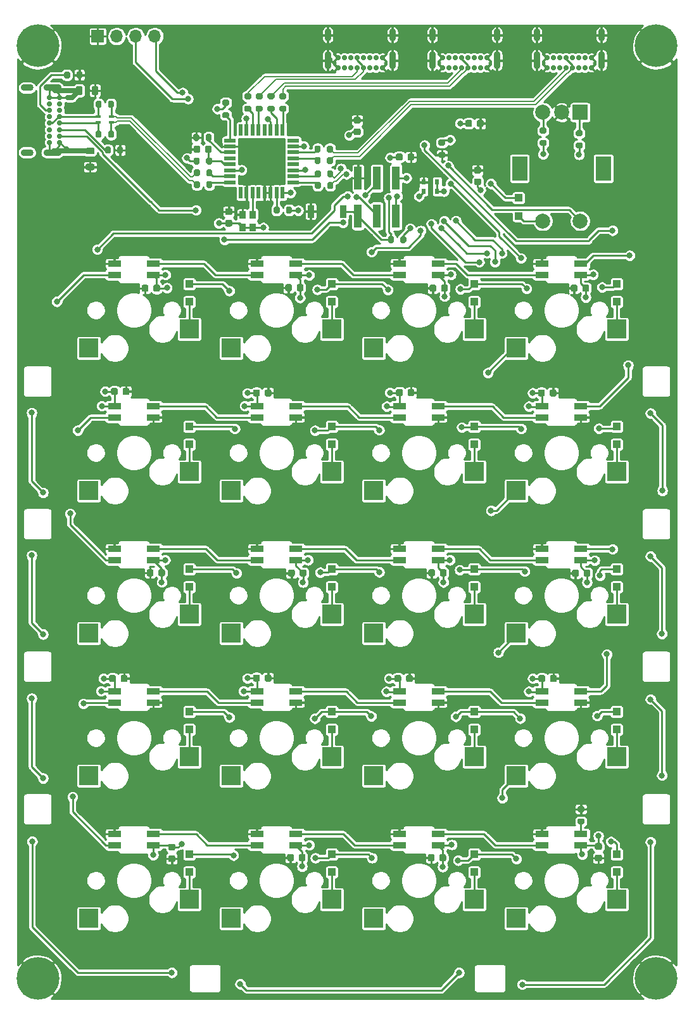
<source format=gbr>
%TF.GenerationSoftware,KiCad,Pcbnew,(5.1.8)-1*%
%TF.CreationDate,2021-08-19T19:14:59+10:00*%
%TF.ProjectId,Macropad,4d616372-6f70-4616-942e-6b696361645f,rev?*%
%TF.SameCoordinates,Original*%
%TF.FileFunction,Copper,L2,Bot*%
%TF.FilePolarity,Positive*%
%FSLAX46Y46*%
G04 Gerber Fmt 4.6, Leading zero omitted, Abs format (unit mm)*
G04 Created by KiCad (PCBNEW (5.1.8)-1) date 2021-08-19 19:14:59*
%MOMM*%
%LPD*%
G01*
G04 APERTURE LIST*
%TA.AperFunction,SMDPad,CuDef*%
%ADD10R,0.900000X1.700000*%
%TD*%
%TA.AperFunction,SMDPad,CuDef*%
%ADD11R,1.800000X0.820000*%
%TD*%
%TA.AperFunction,ComponentPad*%
%ADD12O,0.900000X1.700000*%
%TD*%
%TA.AperFunction,ComponentPad*%
%ADD13O,0.900000X2.400000*%
%TD*%
%TA.AperFunction,ComponentPad*%
%ADD14C,0.700000*%
%TD*%
%TA.AperFunction,SMDPad,CuDef*%
%ADD15R,2.550000X2.500000*%
%TD*%
%TA.AperFunction,SMDPad,CuDef*%
%ADD16R,1.000000X3.150000*%
%TD*%
%TA.AperFunction,SMDPad,CuDef*%
%ADD17R,1.500000X0.550000*%
%TD*%
%TA.AperFunction,SMDPad,CuDef*%
%ADD18R,0.550000X1.500000*%
%TD*%
%TA.AperFunction,SMDPad,CuDef*%
%ADD19R,0.850000X1.000000*%
%TD*%
%TA.AperFunction,SMDPad,CuDef*%
%ADD20R,0.750000X0.450000*%
%TD*%
%TA.AperFunction,ComponentPad*%
%ADD21O,1.700000X0.900000*%
%TD*%
%TA.AperFunction,ComponentPad*%
%ADD22O,2.400000X0.900000*%
%TD*%
%TA.AperFunction,SMDPad,CuDef*%
%ADD23R,1.000000X1.000000*%
%TD*%
%TA.AperFunction,SMDPad,CuDef*%
%ADD24R,0.600000X0.800000*%
%TD*%
%TA.AperFunction,ComponentPad*%
%ADD25C,2.000000*%
%TD*%
%TA.AperFunction,ComponentPad*%
%ADD26R,2.000000X3.200000*%
%TD*%
%TA.AperFunction,ComponentPad*%
%ADD27R,2.000000X2.000000*%
%TD*%
%TA.AperFunction,ComponentPad*%
%ADD28O,1.700000X1.700000*%
%TD*%
%TA.AperFunction,ComponentPad*%
%ADD29R,1.700000X1.700000*%
%TD*%
%TA.AperFunction,ComponentPad*%
%ADD30C,5.700000*%
%TD*%
%TA.AperFunction,ViaPad*%
%ADD31C,0.800000*%
%TD*%
%TA.AperFunction,Conductor*%
%ADD32C,0.250000*%
%TD*%
%TA.AperFunction,Conductor*%
%ADD33C,0.635000*%
%TD*%
%TA.AperFunction,Conductor*%
%ADD34C,0.200000*%
%TD*%
%TA.AperFunction,Conductor*%
%ADD35C,0.254000*%
%TD*%
%TA.AperFunction,Conductor*%
%ADD36C,0.100000*%
%TD*%
G04 APERTURE END LIST*
D10*
%TO.P,SW22,1*%
%TO.N,RST*%
X87668100Y-84858860D03*
%TO.P,SW22,2*%
%TO.N,GND*%
X83350100Y-84848700D03*
%TD*%
D11*
%TO.P,D54,4*%
%TO.N,Net-(D53-Pad2)*%
X114240000Y-93333000D03*
%TO.P,D54,3*%
%TO.N,GND*%
X114240000Y-91833000D03*
%TO.P,D54,2*%
%TO.N,Net-(D43-Pad4)*%
X119440000Y-91833000D03*
%TO.P,D54,1*%
%TO.N,+5V*%
X119440000Y-93333000D03*
%TD*%
%TO.P,D53,4*%
%TO.N,Net-(D52-Pad2)*%
X95190000Y-93333000D03*
%TO.P,D53,3*%
%TO.N,GND*%
X95190000Y-91833000D03*
%TO.P,D53,2*%
%TO.N,Net-(D53-Pad2)*%
X100390000Y-91833000D03*
%TO.P,D53,1*%
%TO.N,+5V*%
X100390000Y-93333000D03*
%TD*%
%TO.P,D52,4*%
%TO.N,Net-(D51-Pad2)*%
X76140000Y-93333000D03*
%TO.P,D52,3*%
%TO.N,GND*%
X76140000Y-91833000D03*
%TO.P,D52,2*%
%TO.N,Net-(D52-Pad2)*%
X81340000Y-91833000D03*
%TO.P,D52,1*%
%TO.N,+5V*%
X81340000Y-93333000D03*
%TD*%
%TO.P,D51,4*%
%TO.N,RGB[1]*%
X57090000Y-93333000D03*
%TO.P,D51,3*%
%TO.N,GND*%
X57090000Y-91833000D03*
%TO.P,D51,2*%
%TO.N,Net-(D51-Pad2)*%
X62290000Y-91833000D03*
%TO.P,D51,1*%
%TO.N,+5V*%
X62290000Y-93333000D03*
%TD*%
%TO.P,D46,4*%
%TO.N,Net-(D40-Pad2)*%
X114240000Y-169533000D03*
%TO.P,D46,3*%
%TO.N,GND*%
X114240000Y-168033000D03*
%TO.P,D46,2*%
%TO.N,Net-(D46-Pad2)*%
X119440000Y-168033000D03*
%TO.P,D46,1*%
%TO.N,+5V*%
X119440000Y-169533000D03*
%TD*%
%TO.P,D45,4*%
%TO.N,Net-(D39-Pad2)*%
X114240000Y-131433000D03*
%TO.P,D45,3*%
%TO.N,GND*%
X114240000Y-129933000D03*
%TO.P,D45,2*%
%TO.N,Net-(D44-Pad4)*%
X119440000Y-129933000D03*
%TO.P,D45,1*%
%TO.N,+5V*%
X119440000Y-131433000D03*
%TD*%
%TO.P,D44,4*%
%TO.N,Net-(D44-Pad4)*%
X119440000Y-148983000D03*
%TO.P,D44,3*%
%TO.N,GND*%
X119440000Y-150483000D03*
%TO.P,D44,2*%
%TO.N,Net-(D38-Pad4)*%
X114240000Y-150483000D03*
%TO.P,D44,1*%
%TO.N,+5V*%
X114240000Y-148983000D03*
%TD*%
%TO.P,D43,4*%
%TO.N,Net-(D43-Pad4)*%
X119440000Y-110883000D03*
%TO.P,D43,3*%
%TO.N,GND*%
X119440000Y-112383000D03*
%TO.P,D43,2*%
%TO.N,Net-(D37-Pad4)*%
X114240000Y-112383000D03*
%TO.P,D43,1*%
%TO.N,+5V*%
X114240000Y-110883000D03*
%TD*%
%TO.P,D40,4*%
%TO.N,Net-(D34-Pad2)*%
X95190000Y-169533000D03*
%TO.P,D40,3*%
%TO.N,GND*%
X95190000Y-168033000D03*
%TO.P,D40,2*%
%TO.N,Net-(D40-Pad2)*%
X100390000Y-168033000D03*
%TO.P,D40,1*%
%TO.N,+5V*%
X100390000Y-169533000D03*
%TD*%
%TO.P,D39,4*%
%TO.N,Net-(D33-Pad2)*%
X95190000Y-131433000D03*
%TO.P,D39,3*%
%TO.N,GND*%
X95190000Y-129933000D03*
%TO.P,D39,2*%
%TO.N,Net-(D39-Pad2)*%
X100390000Y-129933000D03*
%TO.P,D39,1*%
%TO.N,+5V*%
X100390000Y-131433000D03*
%TD*%
%TO.P,D38,4*%
%TO.N,Net-(D38-Pad4)*%
X100390000Y-148983000D03*
%TO.P,D38,3*%
%TO.N,GND*%
X100390000Y-150483000D03*
%TO.P,D38,2*%
%TO.N,Net-(D32-Pad4)*%
X95190000Y-150483000D03*
%TO.P,D38,1*%
%TO.N,+5V*%
X95190000Y-148983000D03*
%TD*%
%TO.P,D37,4*%
%TO.N,Net-(D37-Pad4)*%
X100390000Y-110883000D03*
%TO.P,D37,3*%
%TO.N,GND*%
X100390000Y-112383000D03*
%TO.P,D37,2*%
%TO.N,Net-(D31-Pad4)*%
X95190000Y-112383000D03*
%TO.P,D37,1*%
%TO.N,+5V*%
X95190000Y-110883000D03*
%TD*%
%TO.P,D34,4*%
%TO.N,Net-(D28-Pad2)*%
X76140000Y-169533000D03*
%TO.P,D34,3*%
%TO.N,GND*%
X76140000Y-168033000D03*
%TO.P,D34,2*%
%TO.N,Net-(D34-Pad2)*%
X81340000Y-168033000D03*
%TO.P,D34,1*%
%TO.N,+5V*%
X81340000Y-169533000D03*
%TD*%
%TO.P,D33,4*%
%TO.N,Net-(D27-Pad2)*%
X76140000Y-131433000D03*
%TO.P,D33,3*%
%TO.N,GND*%
X76140000Y-129933000D03*
%TO.P,D33,2*%
%TO.N,Net-(D33-Pad2)*%
X81340000Y-129933000D03*
%TO.P,D33,1*%
%TO.N,+5V*%
X81340000Y-131433000D03*
%TD*%
%TO.P,D32,4*%
%TO.N,Net-(D32-Pad4)*%
X81340000Y-148983000D03*
%TO.P,D32,3*%
%TO.N,GND*%
X81340000Y-150483000D03*
%TO.P,D32,2*%
%TO.N,Net-(D26-Pad4)*%
X76140000Y-150483000D03*
%TO.P,D32,1*%
%TO.N,+5V*%
X76140000Y-148983000D03*
%TD*%
%TO.P,D31,4*%
%TO.N,Net-(D31-Pad4)*%
X81340000Y-110883000D03*
%TO.P,D31,3*%
%TO.N,GND*%
X81340000Y-112383000D03*
%TO.P,D31,2*%
%TO.N,Net-(D25-Pad4)*%
X76140000Y-112383000D03*
%TO.P,D31,1*%
%TO.N,+5V*%
X76140000Y-110883000D03*
%TD*%
%TO.P,D28,4*%
%TO.N,Net-(D26-Pad2)*%
X57090000Y-169533000D03*
%TO.P,D28,3*%
%TO.N,GND*%
X57090000Y-168033000D03*
%TO.P,D28,2*%
%TO.N,Net-(D28-Pad2)*%
X62290000Y-168033000D03*
%TO.P,D28,1*%
%TO.N,+5V*%
X62290000Y-169533000D03*
%TD*%
%TO.P,D27,4*%
%TO.N,Net-(D25-Pad2)*%
X57090000Y-131433000D03*
%TO.P,D27,3*%
%TO.N,GND*%
X57090000Y-129933000D03*
%TO.P,D27,2*%
%TO.N,Net-(D27-Pad2)*%
X62290000Y-129933000D03*
%TO.P,D27,1*%
%TO.N,+5V*%
X62290000Y-131433000D03*
%TD*%
%TO.P,D26,4*%
%TO.N,Net-(D26-Pad4)*%
X62290000Y-148983000D03*
%TO.P,D26,3*%
%TO.N,GND*%
X62290000Y-150483000D03*
%TO.P,D26,2*%
%TO.N,Net-(D26-Pad2)*%
X57090000Y-150483000D03*
%TO.P,D26,1*%
%TO.N,+5V*%
X57090000Y-148983000D03*
%TD*%
%TO.P,D25,4*%
%TO.N,Net-(D25-Pad4)*%
X62290000Y-110883000D03*
%TO.P,D25,3*%
%TO.N,GND*%
X62290000Y-112383000D03*
%TO.P,D25,2*%
%TO.N,Net-(D25-Pad2)*%
X57090000Y-112383000D03*
%TO.P,D25,1*%
%TO.N,+5V*%
X57090000Y-110883000D03*
%TD*%
D12*
%TO.P,J5,S1*%
%TO.N,GND*%
X99595900Y-61299000D03*
X108245900Y-61299000D03*
D13*
X99595900Y-64679000D03*
X108245900Y-64679000D03*
D14*
%TO.P,J5,B6*%
%TO.N,USB_D2+*%
X103495900Y-64309000D03*
%TO.P,J5,B1*%
%TO.N,GND*%
X100945900Y-64309000D03*
%TO.P,J5,B4*%
%TO.N,+5V*%
X101795900Y-64309000D03*
%TO.P,J5,B5*%
%TO.N,Net-(J5-PadB5)*%
X102645900Y-64309000D03*
%TO.P,J5,B12*%
%TO.N,GND*%
X106895900Y-64309000D03*
%TO.P,J5,B8*%
%TO.N,Net-(J5-PadB8)*%
X105195900Y-64309000D03*
%TO.P,J5,B7*%
%TO.N,USB_D2-*%
X104345900Y-64309000D03*
%TO.P,J5,B9*%
%TO.N,+5V*%
X106045900Y-64309000D03*
%TO.P,J5,A12*%
%TO.N,GND*%
X100945900Y-65659000D03*
%TO.P,J5,A9*%
%TO.N,+5V*%
X101795900Y-65659000D03*
%TO.P,J5,A8*%
%TO.N,Net-(J5-PadA8)*%
X102645900Y-65659000D03*
%TO.P,J5,A7*%
%TO.N,USB_D2-*%
X103495900Y-65659000D03*
%TO.P,J5,A6*%
%TO.N,USB_D2+*%
X104345900Y-65659000D03*
%TO.P,J5,A5*%
%TO.N,Net-(J5-PadA5)*%
X105195900Y-65659000D03*
%TO.P,J5,A4*%
%TO.N,+5V*%
X106045900Y-65659000D03*
%TO.P,J5,A1*%
%TO.N,GND*%
X106895900Y-65659000D03*
%TD*%
%TO.P,C20,1*%
%TO.N,+5V*%
%TA.AperFunction,SMDPad,CuDef*%
G36*
G01*
X63201000Y-94873000D02*
X63201000Y-95373000D01*
G75*
G02*
X62976000Y-95598000I-225000J0D01*
G01*
X62526000Y-95598000D01*
G75*
G02*
X62301000Y-95373000I0J225000D01*
G01*
X62301000Y-94873000D01*
G75*
G02*
X62526000Y-94648000I225000J0D01*
G01*
X62976000Y-94648000D01*
G75*
G02*
X63201000Y-94873000I0J-225000D01*
G01*
G37*
%TD.AperFunction*%
%TO.P,C20,2*%
%TO.N,GND*%
%TA.AperFunction,SMDPad,CuDef*%
G36*
G01*
X61651000Y-94873000D02*
X61651000Y-95373000D01*
G75*
G02*
X61426000Y-95598000I-225000J0D01*
G01*
X60976000Y-95598000D01*
G75*
G02*
X60751000Y-95373000I0J225000D01*
G01*
X60751000Y-94873000D01*
G75*
G02*
X60976000Y-94648000I225000J0D01*
G01*
X61426000Y-94648000D01*
G75*
G02*
X61651000Y-94873000I0J-225000D01*
G01*
G37*
%TD.AperFunction*%
%TD*%
%TO.P,FB3,2*%
%TO.N,Net-(C1-Pad2)*%
%TA.AperFunction,SMDPad,CuDef*%
G36*
G01*
X52825000Y-68325750D02*
X52825000Y-69088250D01*
G75*
G02*
X52606250Y-69307000I-218750J0D01*
G01*
X52168750Y-69307000D01*
G75*
G02*
X51950000Y-69088250I0J218750D01*
G01*
X51950000Y-68325750D01*
G75*
G02*
X52168750Y-68107000I218750J0D01*
G01*
X52606250Y-68107000D01*
G75*
G02*
X52825000Y-68325750I0J-218750D01*
G01*
G37*
%TD.AperFunction*%
%TO.P,FB3,1*%
%TO.N,GND*%
%TA.AperFunction,SMDPad,CuDef*%
G36*
G01*
X54950000Y-68325750D02*
X54950000Y-69088250D01*
G75*
G02*
X54731250Y-69307000I-218750J0D01*
G01*
X54293750Y-69307000D01*
G75*
G02*
X54075000Y-69088250I0J218750D01*
G01*
X54075000Y-68325750D01*
G75*
G02*
X54293750Y-68107000I218750J0D01*
G01*
X54731250Y-68107000D01*
G75*
G02*
X54950000Y-68325750I0J-218750D01*
G01*
G37*
%TD.AperFunction*%
%TD*%
D15*
%TO.P,SW12,1*%
%TO.N,Net-(D13-Pad2)*%
X105200000Y-119634000D03*
%TO.P,SW12,2*%
%TO.N,COL[2]*%
X91775000Y-122174000D03*
%TD*%
%TO.P,SW7,1*%
%TO.N,Net-(D8-Pad2)*%
X86150000Y-119634000D03*
%TO.P,SW7,2*%
%TO.N,COL[1]*%
X72725000Y-122174000D03*
%TD*%
%TO.P,SW17,1*%
%TO.N,Net-(D18-Pad2)*%
X124250000Y-119634000D03*
%TO.P,SW17,2*%
%TO.N,COL[3]*%
X110825000Y-122174000D03*
%TD*%
%TO.P,SW2,1*%
%TO.N,Net-(D3-Pad2)*%
X67100000Y-119634000D03*
%TO.P,SW2,2*%
%TO.N,COL[0]*%
X53675000Y-122174000D03*
%TD*%
%TO.P,SW16,1*%
%TO.N,Net-(D17-Pad2)*%
X124250000Y-100584000D03*
%TO.P,SW16,2*%
%TO.N,COL[3]*%
X110825000Y-103124000D03*
%TD*%
%TO.P,SW18,1*%
%TO.N,Net-(D19-Pad2)*%
X124250000Y-138684000D03*
%TO.P,SW18,2*%
%TO.N,COL[3]*%
X110825000Y-141224000D03*
%TD*%
%TO.P,SW8,1*%
%TO.N,Net-(D9-Pad2)*%
X86150000Y-138684000D03*
%TO.P,SW8,2*%
%TO.N,COL[1]*%
X72725000Y-141224000D03*
%TD*%
%TO.P,SW11,1*%
%TO.N,Net-(D12-Pad2)*%
X105200000Y-100584000D03*
%TO.P,SW11,2*%
%TO.N,COL[2]*%
X91775000Y-103124000D03*
%TD*%
%TO.P,SW6,1*%
%TO.N,Net-(D7-Pad2)*%
X86150000Y-100584000D03*
%TO.P,SW6,2*%
%TO.N,COL[1]*%
X72725000Y-103124000D03*
%TD*%
%TO.P,SW13,1*%
%TO.N,Net-(D14-Pad2)*%
X105200000Y-138684000D03*
%TO.P,SW13,2*%
%TO.N,COL[2]*%
X91775000Y-141224000D03*
%TD*%
%TO.P,SW3,1*%
%TO.N,Net-(D4-Pad2)*%
X67100000Y-138684000D03*
%TO.P,SW3,2*%
%TO.N,COL[0]*%
X53675000Y-141224000D03*
%TD*%
%TO.P,SW1,1*%
%TO.N,Net-(D2-Pad2)*%
X67100000Y-100584000D03*
%TO.P,SW1,2*%
%TO.N,COL[0]*%
X53675000Y-103124000D03*
%TD*%
D16*
%TO.P,J3,6*%
%TO.N,GND*%
X89662000Y-80421000D03*
%TO.P,J3,5*%
%TO.N,RST*%
X89662000Y-85471000D03*
%TO.P,J3,4*%
%TO.N,MOSI*%
X92202000Y-80421000D03*
%TO.P,J3,3*%
%TO.N,SCK*%
X92202000Y-85471000D03*
%TO.P,J3,2*%
%TO.N,+3V3*%
X94742000Y-80421000D03*
%TO.P,J3,1*%
%TO.N,MISO*%
X94742000Y-85471000D03*
%TD*%
D17*
%TO.P,U4,1*%
%TO.N,USB_D0+*%
X72571500Y-80968500D03*
%TO.P,U4,2*%
%TO.N,USB_D0-*%
X72571500Y-80168500D03*
%TO.P,U4,3*%
%TO.N,+3V3*%
X72571500Y-79368500D03*
%TO.P,U4,4*%
%TO.N,Net-(C44-Pad2)*%
X72571500Y-78568500D03*
%TO.P,U4,5*%
%TO.N,Net-(U4-Pad5)*%
X72571500Y-77768500D03*
%TO.P,U4,6*%
%TO.N,Net-(R10-Pad2)*%
X72571500Y-76968500D03*
%TO.P,U4,7*%
%TO.N,GND*%
X72571500Y-76168500D03*
%TO.P,U4,8*%
%TO.N,Net-(R11-Pad1)*%
X72571500Y-75368500D03*
D18*
%TO.P,U4,9*%
%TO.N,Net-(U4-Pad9)*%
X73971500Y-73968500D03*
%TO.P,U4,10*%
%TO.N,+3V3*%
X74771500Y-73968500D03*
%TO.P,U4,11*%
%TO.N,/USB_HUB/D1-*%
X75571500Y-73968500D03*
%TO.P,U4,12*%
%TO.N,/USB_HUB/D1+*%
X76371500Y-73968500D03*
%TO.P,U4,13*%
%TO.N,Net-(U4-Pad13)*%
X77171500Y-73968500D03*
%TO.P,U4,14*%
%TO.N,+3V3*%
X77971500Y-73968500D03*
%TO.P,U4,15*%
%TO.N,/USB_HUB/D2-*%
X78771500Y-73968500D03*
%TO.P,U4,16*%
%TO.N,/USB_HUB/D2+*%
X79571500Y-73968500D03*
D17*
%TO.P,U4,17*%
%TO.N,Net-(U4-Pad17)*%
X80971500Y-75368500D03*
%TO.P,U4,18*%
%TO.N,+3V3*%
X80971500Y-76168500D03*
%TO.P,U4,19*%
%TO.N,/USB_HUB/D3-*%
X80971500Y-76968500D03*
%TO.P,U4,20*%
%TO.N,/USB_HUB/D3+*%
X80971500Y-77768500D03*
%TO.P,U4,21*%
%TO.N,Net-(U4-Pad21)*%
X80971500Y-78568500D03*
%TO.P,U4,22*%
%TO.N,+3V3*%
X80971500Y-79368500D03*
%TO.P,U4,23*%
%TO.N,/USB_HUB/D4-*%
X80971500Y-80168500D03*
%TO.P,U4,24*%
%TO.N,/USB_HUB/D4+*%
X80971500Y-80968500D03*
D18*
%TO.P,U4,25*%
%TO.N,+3V3*%
X79571500Y-82368500D03*
%TO.P,U4,26*%
%TO.N,Net-(R9-Pad1)*%
X78771500Y-82368500D03*
%TO.P,U4,27*%
%TO.N,GND*%
X77971500Y-82368500D03*
%TO.P,U4,28*%
X77171500Y-82368500D03*
%TO.P,U4,29*%
%TO.N,Net-(U4-Pad29)*%
X76371500Y-82368500D03*
%TO.P,U4,30*%
%TO.N,Net-(U4-Pad30)*%
X75571500Y-82368500D03*
%TO.P,U4,31*%
%TO.N,GND*%
X74771500Y-82368500D03*
%TO.P,U4,32*%
%TO.N,Net-(U4-Pad32)*%
X73971500Y-82368500D03*
%TD*%
%TO.P,R1,2*%
%TO.N,+3V3*%
%TA.AperFunction,SMDPad,CuDef*%
G36*
G01*
X68510600Y-77855400D02*
X68510600Y-78405400D01*
G75*
G02*
X68310600Y-78605400I-200000J0D01*
G01*
X67910600Y-78605400D01*
G75*
G02*
X67710600Y-78405400I0J200000D01*
G01*
X67710600Y-77855400D01*
G75*
G02*
X67910600Y-77655400I200000J0D01*
G01*
X68310600Y-77655400D01*
G75*
G02*
X68510600Y-77855400I0J-200000D01*
G01*
G37*
%TD.AperFunction*%
%TO.P,R1,1*%
%TO.N,Net-(C44-Pad2)*%
%TA.AperFunction,SMDPad,CuDef*%
G36*
G01*
X70160600Y-77855400D02*
X70160600Y-78405400D01*
G75*
G02*
X69960600Y-78605400I-200000J0D01*
G01*
X69560600Y-78605400D01*
G75*
G02*
X69360600Y-78405400I0J200000D01*
G01*
X69360600Y-77855400D01*
G75*
G02*
X69560600Y-77655400I200000J0D01*
G01*
X69960600Y-77655400D01*
G75*
G02*
X70160600Y-77855400I0J-200000D01*
G01*
G37*
%TD.AperFunction*%
%TD*%
%TO.P,C44,2*%
%TO.N,Net-(C44-Pad2)*%
%TA.AperFunction,SMDPad,CuDef*%
G36*
G01*
X69222800Y-76805600D02*
X69222800Y-76305600D01*
G75*
G02*
X69447800Y-76080600I225000J0D01*
G01*
X69897800Y-76080600D01*
G75*
G02*
X70122800Y-76305600I0J-225000D01*
G01*
X70122800Y-76805600D01*
G75*
G02*
X69897800Y-77030600I-225000J0D01*
G01*
X69447800Y-77030600D01*
G75*
G02*
X69222800Y-76805600I0J225000D01*
G01*
G37*
%TD.AperFunction*%
%TO.P,C44,1*%
%TO.N,GND*%
%TA.AperFunction,SMDPad,CuDef*%
G36*
G01*
X67672800Y-76805600D02*
X67672800Y-76305600D01*
G75*
G02*
X67897800Y-76080600I225000J0D01*
G01*
X68347800Y-76080600D01*
G75*
G02*
X68572800Y-76305600I0J-225000D01*
G01*
X68572800Y-76805600D01*
G75*
G02*
X68347800Y-77030600I-225000J0D01*
G01*
X67897800Y-77030600D01*
G75*
G02*
X67672800Y-76805600I0J225000D01*
G01*
G37*
%TD.AperFunction*%
%TD*%
%TO.P,C43,2*%
%TO.N,GND*%
%TA.AperFunction,SMDPad,CuDef*%
G36*
G01*
X99903400Y-170971400D02*
X99903400Y-171471400D01*
G75*
G02*
X99678400Y-171696400I-225000J0D01*
G01*
X99228400Y-171696400D01*
G75*
G02*
X99003400Y-171471400I0J225000D01*
G01*
X99003400Y-170971400D01*
G75*
G02*
X99228400Y-170746400I225000J0D01*
G01*
X99678400Y-170746400D01*
G75*
G02*
X99903400Y-170971400I0J-225000D01*
G01*
G37*
%TD.AperFunction*%
%TO.P,C43,1*%
%TO.N,+5V*%
%TA.AperFunction,SMDPad,CuDef*%
G36*
G01*
X101453400Y-170971400D02*
X101453400Y-171471400D01*
G75*
G02*
X101228400Y-171696400I-225000J0D01*
G01*
X100778400Y-171696400D01*
G75*
G02*
X100553400Y-171471400I0J225000D01*
G01*
X100553400Y-170971400D01*
G75*
G02*
X100778400Y-170746400I225000J0D01*
G01*
X101228400Y-170746400D01*
G75*
G02*
X101453400Y-170971400I0J-225000D01*
G01*
G37*
%TD.AperFunction*%
%TD*%
%TO.P,C42,2*%
%TO.N,GND*%
%TA.AperFunction,SMDPad,CuDef*%
G36*
G01*
X81094400Y-170946000D02*
X81094400Y-171446000D01*
G75*
G02*
X80869400Y-171671000I-225000J0D01*
G01*
X80419400Y-171671000D01*
G75*
G02*
X80194400Y-171446000I0J225000D01*
G01*
X80194400Y-170946000D01*
G75*
G02*
X80419400Y-170721000I225000J0D01*
G01*
X80869400Y-170721000D01*
G75*
G02*
X81094400Y-170946000I0J-225000D01*
G01*
G37*
%TD.AperFunction*%
%TO.P,C42,1*%
%TO.N,+5V*%
%TA.AperFunction,SMDPad,CuDef*%
G36*
G01*
X82644400Y-170946000D02*
X82644400Y-171446000D01*
G75*
G02*
X82419400Y-171671000I-225000J0D01*
G01*
X81969400Y-171671000D01*
G75*
G02*
X81744400Y-171446000I0J225000D01*
G01*
X81744400Y-170946000D01*
G75*
G02*
X81969400Y-170721000I225000J0D01*
G01*
X82419400Y-170721000D01*
G75*
G02*
X82644400Y-170946000I0J-225000D01*
G01*
G37*
%TD.AperFunction*%
%TD*%
%TO.P,C41,2*%
%TO.N,GND*%
%TA.AperFunction,SMDPad,CuDef*%
G36*
G01*
X121568400Y-170809800D02*
X122068400Y-170809800D01*
G75*
G02*
X122293400Y-171034800I0J-225000D01*
G01*
X122293400Y-171484800D01*
G75*
G02*
X122068400Y-171709800I-225000J0D01*
G01*
X121568400Y-171709800D01*
G75*
G02*
X121343400Y-171484800I0J225000D01*
G01*
X121343400Y-171034800D01*
G75*
G02*
X121568400Y-170809800I225000J0D01*
G01*
G37*
%TD.AperFunction*%
%TO.P,C41,1*%
%TO.N,+5V*%
%TA.AperFunction,SMDPad,CuDef*%
G36*
G01*
X121568400Y-169259800D02*
X122068400Y-169259800D01*
G75*
G02*
X122293400Y-169484800I0J-225000D01*
G01*
X122293400Y-169934800D01*
G75*
G02*
X122068400Y-170159800I-225000J0D01*
G01*
X121568400Y-170159800D01*
G75*
G02*
X121343400Y-169934800I0J225000D01*
G01*
X121343400Y-169484800D01*
G75*
G02*
X121568400Y-169259800I225000J0D01*
G01*
G37*
%TD.AperFunction*%
%TD*%
%TO.P,C40,2*%
%TO.N,GND*%
%TA.AperFunction,SMDPad,CuDef*%
G36*
G01*
X64520000Y-170899000D02*
X65020000Y-170899000D01*
G75*
G02*
X65245000Y-171124000I0J-225000D01*
G01*
X65245000Y-171574000D01*
G75*
G02*
X65020000Y-171799000I-225000J0D01*
G01*
X64520000Y-171799000D01*
G75*
G02*
X64295000Y-171574000I0J225000D01*
G01*
X64295000Y-171124000D01*
G75*
G02*
X64520000Y-170899000I225000J0D01*
G01*
G37*
%TD.AperFunction*%
%TO.P,C40,1*%
%TO.N,+5V*%
%TA.AperFunction,SMDPad,CuDef*%
G36*
G01*
X64520000Y-169349000D02*
X65020000Y-169349000D01*
G75*
G02*
X65245000Y-169574000I0J-225000D01*
G01*
X65245000Y-170024000D01*
G75*
G02*
X65020000Y-170249000I-225000J0D01*
G01*
X64520000Y-170249000D01*
G75*
G02*
X64295000Y-170024000I0J225000D01*
G01*
X64295000Y-169574000D01*
G75*
G02*
X64520000Y-169349000I225000J0D01*
G01*
G37*
%TD.AperFunction*%
%TD*%
D19*
%TO.P,X2,4*%
%TO.N,+3V3*%
X75565000Y-86980500D03*
%TO.P,X2,3*%
%TO.N,Net-(U4-Pad30)*%
X75565000Y-85280500D03*
%TO.P,X2,2*%
%TO.N,GND*%
X74215000Y-85280500D03*
%TO.P,X2,1*%
%TO.N,+3V3*%
X74215000Y-86980500D03*
%TD*%
%TO.P,R29,2*%
%TO.N,/USB_HUB/D4-*%
%TA.AperFunction,SMDPad,CuDef*%
G36*
G01*
X84692440Y-79562280D02*
X84692440Y-80112280D01*
G75*
G02*
X84492440Y-80312280I-200000J0D01*
G01*
X84092440Y-80312280D01*
G75*
G02*
X83892440Y-80112280I0J200000D01*
G01*
X83892440Y-79562280D01*
G75*
G02*
X84092440Y-79362280I200000J0D01*
G01*
X84492440Y-79362280D01*
G75*
G02*
X84692440Y-79562280I0J-200000D01*
G01*
G37*
%TD.AperFunction*%
%TO.P,R29,1*%
%TO.N,USB_D4-*%
%TA.AperFunction,SMDPad,CuDef*%
G36*
G01*
X86342440Y-79562280D02*
X86342440Y-80112280D01*
G75*
G02*
X86142440Y-80312280I-200000J0D01*
G01*
X85742440Y-80312280D01*
G75*
G02*
X85542440Y-80112280I0J200000D01*
G01*
X85542440Y-79562280D01*
G75*
G02*
X85742440Y-79362280I200000J0D01*
G01*
X86142440Y-79362280D01*
G75*
G02*
X86342440Y-79562280I0J-200000D01*
G01*
G37*
%TD.AperFunction*%
%TD*%
%TO.P,R28,1*%
%TO.N,USB_D4+*%
%TA.AperFunction,SMDPad,CuDef*%
G36*
G01*
X86342440Y-81121840D02*
X86342440Y-81671840D01*
G75*
G02*
X86142440Y-81871840I-200000J0D01*
G01*
X85742440Y-81871840D01*
G75*
G02*
X85542440Y-81671840I0J200000D01*
G01*
X85542440Y-81121840D01*
G75*
G02*
X85742440Y-80921840I200000J0D01*
G01*
X86142440Y-80921840D01*
G75*
G02*
X86342440Y-81121840I0J-200000D01*
G01*
G37*
%TD.AperFunction*%
%TO.P,R28,2*%
%TO.N,/USB_HUB/D4+*%
%TA.AperFunction,SMDPad,CuDef*%
G36*
G01*
X84692440Y-81121840D02*
X84692440Y-81671840D01*
G75*
G02*
X84492440Y-81871840I-200000J0D01*
G01*
X84092440Y-81871840D01*
G75*
G02*
X83892440Y-81671840I0J200000D01*
G01*
X83892440Y-81121840D01*
G75*
G02*
X84092440Y-80921840I200000J0D01*
G01*
X84492440Y-80921840D01*
G75*
G02*
X84692440Y-81121840I0J-200000D01*
G01*
G37*
%TD.AperFunction*%
%TD*%
%TO.P,R27,2*%
%TO.N,/USB_HUB/D3-*%
%TA.AperFunction,SMDPad,CuDef*%
G36*
G01*
X84664500Y-76242500D02*
X84664500Y-76792500D01*
G75*
G02*
X84464500Y-76992500I-200000J0D01*
G01*
X84064500Y-76992500D01*
G75*
G02*
X83864500Y-76792500I0J200000D01*
G01*
X83864500Y-76242500D01*
G75*
G02*
X84064500Y-76042500I200000J0D01*
G01*
X84464500Y-76042500D01*
G75*
G02*
X84664500Y-76242500I0J-200000D01*
G01*
G37*
%TD.AperFunction*%
%TO.P,R27,1*%
%TO.N,USB_D3-*%
%TA.AperFunction,SMDPad,CuDef*%
G36*
G01*
X86314500Y-76242500D02*
X86314500Y-76792500D01*
G75*
G02*
X86114500Y-76992500I-200000J0D01*
G01*
X85714500Y-76992500D01*
G75*
G02*
X85514500Y-76792500I0J200000D01*
G01*
X85514500Y-76242500D01*
G75*
G02*
X85714500Y-76042500I200000J0D01*
G01*
X86114500Y-76042500D01*
G75*
G02*
X86314500Y-76242500I0J-200000D01*
G01*
G37*
%TD.AperFunction*%
%TD*%
%TO.P,R26,2*%
%TO.N,/USB_HUB/D3+*%
%TA.AperFunction,SMDPad,CuDef*%
G36*
G01*
X84664500Y-77766500D02*
X84664500Y-78316500D01*
G75*
G02*
X84464500Y-78516500I-200000J0D01*
G01*
X84064500Y-78516500D01*
G75*
G02*
X83864500Y-78316500I0J200000D01*
G01*
X83864500Y-77766500D01*
G75*
G02*
X84064500Y-77566500I200000J0D01*
G01*
X84464500Y-77566500D01*
G75*
G02*
X84664500Y-77766500I0J-200000D01*
G01*
G37*
%TD.AperFunction*%
%TO.P,R26,1*%
%TO.N,USB_D3+*%
%TA.AperFunction,SMDPad,CuDef*%
G36*
G01*
X86314500Y-77766500D02*
X86314500Y-78316500D01*
G75*
G02*
X86114500Y-78516500I-200000J0D01*
G01*
X85714500Y-78516500D01*
G75*
G02*
X85514500Y-78316500I0J200000D01*
G01*
X85514500Y-77766500D01*
G75*
G02*
X85714500Y-77566500I200000J0D01*
G01*
X86114500Y-77566500D01*
G75*
G02*
X86314500Y-77766500I0J-200000D01*
G01*
G37*
%TD.AperFunction*%
%TD*%
%TO.P,R25,2*%
%TO.N,/USB_HUB/D2-*%
%TA.AperFunction,SMDPad,CuDef*%
G36*
G01*
X77766500Y-70719000D02*
X78316500Y-70719000D01*
G75*
G02*
X78516500Y-70919000I0J-200000D01*
G01*
X78516500Y-71319000D01*
G75*
G02*
X78316500Y-71519000I-200000J0D01*
G01*
X77766500Y-71519000D01*
G75*
G02*
X77566500Y-71319000I0J200000D01*
G01*
X77566500Y-70919000D01*
G75*
G02*
X77766500Y-70719000I200000J0D01*
G01*
G37*
%TD.AperFunction*%
%TO.P,R25,1*%
%TO.N,USB_D2-*%
%TA.AperFunction,SMDPad,CuDef*%
G36*
G01*
X77766500Y-69069000D02*
X78316500Y-69069000D01*
G75*
G02*
X78516500Y-69269000I0J-200000D01*
G01*
X78516500Y-69669000D01*
G75*
G02*
X78316500Y-69869000I-200000J0D01*
G01*
X77766500Y-69869000D01*
G75*
G02*
X77566500Y-69669000I0J200000D01*
G01*
X77566500Y-69269000D01*
G75*
G02*
X77766500Y-69069000I200000J0D01*
G01*
G37*
%TD.AperFunction*%
%TD*%
%TO.P,R24,2*%
%TO.N,/USB_HUB/D2+*%
%TA.AperFunction,SMDPad,CuDef*%
G36*
G01*
X79354000Y-70719000D02*
X79904000Y-70719000D01*
G75*
G02*
X80104000Y-70919000I0J-200000D01*
G01*
X80104000Y-71319000D01*
G75*
G02*
X79904000Y-71519000I-200000J0D01*
G01*
X79354000Y-71519000D01*
G75*
G02*
X79154000Y-71319000I0J200000D01*
G01*
X79154000Y-70919000D01*
G75*
G02*
X79354000Y-70719000I200000J0D01*
G01*
G37*
%TD.AperFunction*%
%TO.P,R24,1*%
%TO.N,USB_D2+*%
%TA.AperFunction,SMDPad,CuDef*%
G36*
G01*
X79354000Y-69069000D02*
X79904000Y-69069000D01*
G75*
G02*
X80104000Y-69269000I0J-200000D01*
G01*
X80104000Y-69669000D01*
G75*
G02*
X79904000Y-69869000I-200000J0D01*
G01*
X79354000Y-69869000D01*
G75*
G02*
X79154000Y-69669000I0J200000D01*
G01*
X79154000Y-69269000D01*
G75*
G02*
X79354000Y-69069000I200000J0D01*
G01*
G37*
%TD.AperFunction*%
%TD*%
%TO.P,R23,2*%
%TO.N,/USB_HUB/D1-*%
%TA.AperFunction,SMDPad,CuDef*%
G36*
G01*
X74655000Y-70719000D02*
X75205000Y-70719000D01*
G75*
G02*
X75405000Y-70919000I0J-200000D01*
G01*
X75405000Y-71319000D01*
G75*
G02*
X75205000Y-71519000I-200000J0D01*
G01*
X74655000Y-71519000D01*
G75*
G02*
X74455000Y-71319000I0J200000D01*
G01*
X74455000Y-70919000D01*
G75*
G02*
X74655000Y-70719000I200000J0D01*
G01*
G37*
%TD.AperFunction*%
%TO.P,R23,1*%
%TO.N,USB_D1-*%
%TA.AperFunction,SMDPad,CuDef*%
G36*
G01*
X74655000Y-69069000D02*
X75205000Y-69069000D01*
G75*
G02*
X75405000Y-69269000I0J-200000D01*
G01*
X75405000Y-69669000D01*
G75*
G02*
X75205000Y-69869000I-200000J0D01*
G01*
X74655000Y-69869000D01*
G75*
G02*
X74455000Y-69669000I0J200000D01*
G01*
X74455000Y-69269000D01*
G75*
G02*
X74655000Y-69069000I200000J0D01*
G01*
G37*
%TD.AperFunction*%
%TD*%
%TO.P,R22,2*%
%TO.N,/USB_HUB/D1+*%
%TA.AperFunction,SMDPad,CuDef*%
G36*
G01*
X76179000Y-70719000D02*
X76729000Y-70719000D01*
G75*
G02*
X76929000Y-70919000I0J-200000D01*
G01*
X76929000Y-71319000D01*
G75*
G02*
X76729000Y-71519000I-200000J0D01*
G01*
X76179000Y-71519000D01*
G75*
G02*
X75979000Y-71319000I0J200000D01*
G01*
X75979000Y-70919000D01*
G75*
G02*
X76179000Y-70719000I200000J0D01*
G01*
G37*
%TD.AperFunction*%
%TO.P,R22,1*%
%TO.N,USB_D1+*%
%TA.AperFunction,SMDPad,CuDef*%
G36*
G01*
X76179000Y-69069000D02*
X76729000Y-69069000D01*
G75*
G02*
X76929000Y-69269000I0J-200000D01*
G01*
X76929000Y-69669000D01*
G75*
G02*
X76729000Y-69869000I-200000J0D01*
G01*
X76179000Y-69869000D01*
G75*
G02*
X75979000Y-69669000I0J200000D01*
G01*
X75979000Y-69269000D01*
G75*
G02*
X76179000Y-69069000I200000J0D01*
G01*
G37*
%TD.AperFunction*%
%TD*%
%TO.P,R13,2*%
%TO.N,ROT_ENC_B*%
%TA.AperFunction,SMDPad,CuDef*%
G36*
G01*
X114702000Y-74466400D02*
X114152000Y-74466400D01*
G75*
G02*
X113952000Y-74266400I0J200000D01*
G01*
X113952000Y-73866400D01*
G75*
G02*
X114152000Y-73666400I200000J0D01*
G01*
X114702000Y-73666400D01*
G75*
G02*
X114902000Y-73866400I0J-200000D01*
G01*
X114902000Y-74266400D01*
G75*
G02*
X114702000Y-74466400I-200000J0D01*
G01*
G37*
%TD.AperFunction*%
%TO.P,R13,1*%
%TO.N,+3V3*%
%TA.AperFunction,SMDPad,CuDef*%
G36*
G01*
X114702000Y-76116400D02*
X114152000Y-76116400D01*
G75*
G02*
X113952000Y-75916400I0J200000D01*
G01*
X113952000Y-75516400D01*
G75*
G02*
X114152000Y-75316400I200000J0D01*
G01*
X114702000Y-75316400D01*
G75*
G02*
X114902000Y-75516400I0J-200000D01*
G01*
X114902000Y-75916400D01*
G75*
G02*
X114702000Y-76116400I-200000J0D01*
G01*
G37*
%TD.AperFunction*%
%TD*%
%TO.P,R11,2*%
%TO.N,+3V3*%
%TA.AperFunction,SMDPad,CuDef*%
G36*
G01*
X72258600Y-70733600D02*
X71708600Y-70733600D01*
G75*
G02*
X71508600Y-70533600I0J200000D01*
G01*
X71508600Y-70133600D01*
G75*
G02*
X71708600Y-69933600I200000J0D01*
G01*
X72258600Y-69933600D01*
G75*
G02*
X72458600Y-70133600I0J-200000D01*
G01*
X72458600Y-70533600D01*
G75*
G02*
X72258600Y-70733600I-200000J0D01*
G01*
G37*
%TD.AperFunction*%
%TO.P,R11,1*%
%TO.N,Net-(R11-Pad1)*%
%TA.AperFunction,SMDPad,CuDef*%
G36*
G01*
X72258600Y-72383600D02*
X71708600Y-72383600D01*
G75*
G02*
X71508600Y-72183600I0J200000D01*
G01*
X71508600Y-71783600D01*
G75*
G02*
X71708600Y-71583600I200000J0D01*
G01*
X72258600Y-71583600D01*
G75*
G02*
X72458600Y-71783600I0J-200000D01*
G01*
X72458600Y-72183600D01*
G75*
G02*
X72258600Y-72383600I-200000J0D01*
G01*
G37*
%TD.AperFunction*%
%TD*%
%TO.P,R10,2*%
%TO.N,Net-(R10-Pad2)*%
%TA.AperFunction,SMDPad,CuDef*%
G36*
G01*
X69297600Y-75255800D02*
X69297600Y-74705800D01*
G75*
G02*
X69497600Y-74505800I200000J0D01*
G01*
X69897600Y-74505800D01*
G75*
G02*
X70097600Y-74705800I0J-200000D01*
G01*
X70097600Y-75255800D01*
G75*
G02*
X69897600Y-75455800I-200000J0D01*
G01*
X69497600Y-75455800D01*
G75*
G02*
X69297600Y-75255800I0J200000D01*
G01*
G37*
%TD.AperFunction*%
%TO.P,R10,1*%
%TO.N,GND*%
%TA.AperFunction,SMDPad,CuDef*%
G36*
G01*
X67647600Y-75255800D02*
X67647600Y-74705800D01*
G75*
G02*
X67847600Y-74505800I200000J0D01*
G01*
X68247600Y-74505800D01*
G75*
G02*
X68447600Y-74705800I0J-200000D01*
G01*
X68447600Y-75255800D01*
G75*
G02*
X68247600Y-75455800I-200000J0D01*
G01*
X67847600Y-75455800D01*
G75*
G02*
X67647600Y-75255800I0J200000D01*
G01*
G37*
%TD.AperFunction*%
%TD*%
%TO.P,R9,2*%
%TO.N,+3V3*%
%TA.AperFunction,SMDPad,CuDef*%
G36*
G01*
X80040800Y-84958600D02*
X80040800Y-84408600D01*
G75*
G02*
X80240800Y-84208600I200000J0D01*
G01*
X80640800Y-84208600D01*
G75*
G02*
X80840800Y-84408600I0J-200000D01*
G01*
X80840800Y-84958600D01*
G75*
G02*
X80640800Y-85158600I-200000J0D01*
G01*
X80240800Y-85158600D01*
G75*
G02*
X80040800Y-84958600I0J200000D01*
G01*
G37*
%TD.AperFunction*%
%TO.P,R9,1*%
%TO.N,Net-(R9-Pad1)*%
%TA.AperFunction,SMDPad,CuDef*%
G36*
G01*
X78390800Y-84958600D02*
X78390800Y-84408600D01*
G75*
G02*
X78590800Y-84208600I200000J0D01*
G01*
X78990800Y-84208600D01*
G75*
G02*
X79190800Y-84408600I0J-200000D01*
G01*
X79190800Y-84958600D01*
G75*
G02*
X78990800Y-85158600I-200000J0D01*
G01*
X78590800Y-85158600D01*
G75*
G02*
X78390800Y-84958600I0J200000D01*
G01*
G37*
%TD.AperFunction*%
%TD*%
%TO.P,R8,2*%
%TO.N,/USB/D+*%
%TA.AperFunction,SMDPad,CuDef*%
G36*
G01*
X68535500Y-81005000D02*
X68535500Y-81555000D01*
G75*
G02*
X68335500Y-81755000I-200000J0D01*
G01*
X67935500Y-81755000D01*
G75*
G02*
X67735500Y-81555000I0J200000D01*
G01*
X67735500Y-81005000D01*
G75*
G02*
X67935500Y-80805000I200000J0D01*
G01*
X68335500Y-80805000D01*
G75*
G02*
X68535500Y-81005000I0J-200000D01*
G01*
G37*
%TD.AperFunction*%
%TO.P,R8,1*%
%TO.N,USB_D0+*%
%TA.AperFunction,SMDPad,CuDef*%
G36*
G01*
X70185500Y-81005000D02*
X70185500Y-81555000D01*
G75*
G02*
X69985500Y-81755000I-200000J0D01*
G01*
X69585500Y-81755000D01*
G75*
G02*
X69385500Y-81555000I0J200000D01*
G01*
X69385500Y-81005000D01*
G75*
G02*
X69585500Y-80805000I200000J0D01*
G01*
X69985500Y-80805000D01*
G75*
G02*
X70185500Y-81005000I0J-200000D01*
G01*
G37*
%TD.AperFunction*%
%TD*%
%TO.P,R7,2*%
%TO.N,/USB/D-*%
%TA.AperFunction,SMDPad,CuDef*%
G36*
G01*
X68536500Y-79417500D02*
X68536500Y-79967500D01*
G75*
G02*
X68336500Y-80167500I-200000J0D01*
G01*
X67936500Y-80167500D01*
G75*
G02*
X67736500Y-79967500I0J200000D01*
G01*
X67736500Y-79417500D01*
G75*
G02*
X67936500Y-79217500I200000J0D01*
G01*
X68336500Y-79217500D01*
G75*
G02*
X68536500Y-79417500I0J-200000D01*
G01*
G37*
%TD.AperFunction*%
%TO.P,R7,1*%
%TO.N,USB_D0-*%
%TA.AperFunction,SMDPad,CuDef*%
G36*
G01*
X70186500Y-79417500D02*
X70186500Y-79967500D01*
G75*
G02*
X69986500Y-80167500I-200000J0D01*
G01*
X69586500Y-80167500D01*
G75*
G02*
X69386500Y-79967500I0J200000D01*
G01*
X69386500Y-79417500D01*
G75*
G02*
X69586500Y-79217500I200000J0D01*
G01*
X69986500Y-79217500D01*
G75*
G02*
X70186500Y-79417500I0J-200000D01*
G01*
G37*
%TD.AperFunction*%
%TD*%
%TO.P,R6,2*%
%TO.N,Net-(J1-PadA6)*%
%TA.AperFunction,SMDPad,CuDef*%
G36*
G01*
X55391500Y-74274000D02*
X55391500Y-74824000D01*
G75*
G02*
X55191500Y-75024000I-200000J0D01*
G01*
X54791500Y-75024000D01*
G75*
G02*
X54591500Y-74824000I0J200000D01*
G01*
X54591500Y-74274000D01*
G75*
G02*
X54791500Y-74074000I200000J0D01*
G01*
X55191500Y-74074000D01*
G75*
G02*
X55391500Y-74274000I0J-200000D01*
G01*
G37*
%TD.AperFunction*%
%TO.P,R6,1*%
%TO.N,/USB/D+*%
%TA.AperFunction,SMDPad,CuDef*%
G36*
G01*
X57041500Y-74274000D02*
X57041500Y-74824000D01*
G75*
G02*
X56841500Y-75024000I-200000J0D01*
G01*
X56441500Y-75024000D01*
G75*
G02*
X56241500Y-74824000I0J200000D01*
G01*
X56241500Y-74274000D01*
G75*
G02*
X56441500Y-74074000I200000J0D01*
G01*
X56841500Y-74074000D01*
G75*
G02*
X57041500Y-74274000I0J-200000D01*
G01*
G37*
%TD.AperFunction*%
%TD*%
%TO.P,R5,2*%
%TO.N,Net-(J1-PadA7)*%
%TA.AperFunction,SMDPad,CuDef*%
G36*
G01*
X55391000Y-70273500D02*
X55391000Y-70823500D01*
G75*
G02*
X55191000Y-71023500I-200000J0D01*
G01*
X54791000Y-71023500D01*
G75*
G02*
X54591000Y-70823500I0J200000D01*
G01*
X54591000Y-70273500D01*
G75*
G02*
X54791000Y-70073500I200000J0D01*
G01*
X55191000Y-70073500D01*
G75*
G02*
X55391000Y-70273500I0J-200000D01*
G01*
G37*
%TD.AperFunction*%
%TO.P,R5,1*%
%TO.N,/USB/D-*%
%TA.AperFunction,SMDPad,CuDef*%
G36*
G01*
X57041000Y-70273500D02*
X57041000Y-70823500D01*
G75*
G02*
X56841000Y-71023500I-200000J0D01*
G01*
X56441000Y-71023500D01*
G75*
G02*
X56241000Y-70823500I0J200000D01*
G01*
X56241000Y-70273500D01*
G75*
G02*
X56441000Y-70073500I200000J0D01*
G01*
X56841000Y-70073500D01*
G75*
G02*
X57041000Y-70273500I0J-200000D01*
G01*
G37*
%TD.AperFunction*%
%TD*%
%TO.P,R4,2*%
%TO.N,Net-(J1-PadA5)*%
%TA.AperFunction,SMDPad,CuDef*%
G36*
G01*
X56615280Y-76387280D02*
X56615280Y-76937280D01*
G75*
G02*
X56415280Y-77137280I-200000J0D01*
G01*
X56015280Y-77137280D01*
G75*
G02*
X55815280Y-76937280I0J200000D01*
G01*
X55815280Y-76387280D01*
G75*
G02*
X56015280Y-76187280I200000J0D01*
G01*
X56415280Y-76187280D01*
G75*
G02*
X56615280Y-76387280I0J-200000D01*
G01*
G37*
%TD.AperFunction*%
%TO.P,R4,1*%
%TO.N,GND*%
%TA.AperFunction,SMDPad,CuDef*%
G36*
G01*
X58265280Y-76387280D02*
X58265280Y-76937280D01*
G75*
G02*
X58065280Y-77137280I-200000J0D01*
G01*
X57665280Y-77137280D01*
G75*
G02*
X57465280Y-76937280I0J200000D01*
G01*
X57465280Y-76387280D01*
G75*
G02*
X57665280Y-76187280I200000J0D01*
G01*
X58065280Y-76187280D01*
G75*
G02*
X58265280Y-76387280I0J-200000D01*
G01*
G37*
%TD.AperFunction*%
%TD*%
%TO.P,R3,2*%
%TO.N,Net-(J1-PadB5)*%
%TA.AperFunction,SMDPad,CuDef*%
G36*
G01*
X51161900Y-66349200D02*
X51161900Y-66899200D01*
G75*
G02*
X50961900Y-67099200I-200000J0D01*
G01*
X50561900Y-67099200D01*
G75*
G02*
X50361900Y-66899200I0J200000D01*
G01*
X50361900Y-66349200D01*
G75*
G02*
X50561900Y-66149200I200000J0D01*
G01*
X50961900Y-66149200D01*
G75*
G02*
X51161900Y-66349200I0J-200000D01*
G01*
G37*
%TD.AperFunction*%
%TO.P,R3,1*%
%TO.N,GND*%
%TA.AperFunction,SMDPad,CuDef*%
G36*
G01*
X52811900Y-66349200D02*
X52811900Y-66899200D01*
G75*
G02*
X52611900Y-67099200I-200000J0D01*
G01*
X52211900Y-67099200D01*
G75*
G02*
X52011900Y-66899200I0J200000D01*
G01*
X52011900Y-66349200D01*
G75*
G02*
X52211900Y-66149200I200000J0D01*
G01*
X52611900Y-66149200D01*
G75*
G02*
X52811900Y-66349200I0J-200000D01*
G01*
G37*
%TD.AperFunction*%
%TD*%
D20*
%TO.P,L1,4*%
%TO.N,Net-(J1-PadA7)*%
X54891500Y-72180500D03*
%TO.P,L1,3*%
%TO.N,Net-(J1-PadA6)*%
X54891500Y-72980500D03*
%TO.P,L1,2*%
%TO.N,/USB/D+*%
X56741500Y-72980500D03*
%TO.P,L1,1*%
%TO.N,/USB/D-*%
X56741500Y-72180500D03*
%TD*%
D12*
%TO.P,J6,S1*%
%TO.N,GND*%
X113565900Y-61299000D03*
X122215900Y-61299000D03*
D13*
X113565900Y-64679000D03*
X122215900Y-64679000D03*
D14*
%TO.P,J6,B6*%
%TO.N,USB_D3+*%
X117465900Y-64309000D03*
%TO.P,J6,B1*%
%TO.N,GND*%
X114915900Y-64309000D03*
%TO.P,J6,B4*%
%TO.N,+5V*%
X115765900Y-64309000D03*
%TO.P,J6,B5*%
%TO.N,Net-(J6-PadB5)*%
X116615900Y-64309000D03*
%TO.P,J6,B12*%
%TO.N,GND*%
X120865900Y-64309000D03*
%TO.P,J6,B8*%
%TO.N,Net-(J6-PadB8)*%
X119165900Y-64309000D03*
%TO.P,J6,B7*%
%TO.N,USB_D3-*%
X118315900Y-64309000D03*
%TO.P,J6,B9*%
%TO.N,+5V*%
X120015900Y-64309000D03*
%TO.P,J6,A12*%
%TO.N,GND*%
X114915900Y-65659000D03*
%TO.P,J6,A9*%
%TO.N,+5V*%
X115765900Y-65659000D03*
%TO.P,J6,A8*%
%TO.N,Net-(J6-PadA8)*%
X116615900Y-65659000D03*
%TO.P,J6,A7*%
%TO.N,USB_D3-*%
X117465900Y-65659000D03*
%TO.P,J6,A6*%
%TO.N,USB_D3+*%
X118315900Y-65659000D03*
%TO.P,J6,A5*%
%TO.N,Net-(J6-PadA5)*%
X119165900Y-65659000D03*
%TO.P,J6,A4*%
%TO.N,+5V*%
X120015900Y-65659000D03*
%TO.P,J6,A1*%
%TO.N,GND*%
X120865900Y-65659000D03*
%TD*%
D12*
%TO.P,J4,S1*%
%TO.N,GND*%
X85625900Y-61299000D03*
X94275900Y-61299000D03*
D13*
X85625900Y-64679000D03*
X94275900Y-64679000D03*
D14*
%TO.P,J4,B6*%
%TO.N,USB_D1+*%
X89525900Y-64309000D03*
%TO.P,J4,B1*%
%TO.N,GND*%
X86975900Y-64309000D03*
%TO.P,J4,B4*%
%TO.N,+5V*%
X87825900Y-64309000D03*
%TO.P,J4,B5*%
%TO.N,Net-(J4-PadB5)*%
X88675900Y-64309000D03*
%TO.P,J4,B12*%
%TO.N,GND*%
X92925900Y-64309000D03*
%TO.P,J4,B8*%
%TO.N,Net-(J4-PadB8)*%
X91225900Y-64309000D03*
%TO.P,J4,B7*%
%TO.N,USB_D1-*%
X90375900Y-64309000D03*
%TO.P,J4,B9*%
%TO.N,+5V*%
X92075900Y-64309000D03*
%TO.P,J4,A12*%
%TO.N,GND*%
X86975900Y-65659000D03*
%TO.P,J4,A9*%
%TO.N,+5V*%
X87825900Y-65659000D03*
%TO.P,J4,A8*%
%TO.N,Net-(J4-PadA8)*%
X88675900Y-65659000D03*
%TO.P,J4,A7*%
%TO.N,USB_D1-*%
X89525900Y-65659000D03*
%TO.P,J4,A6*%
%TO.N,USB_D1+*%
X90375900Y-65659000D03*
%TO.P,J4,A5*%
%TO.N,Net-(J4-PadA5)*%
X91225900Y-65659000D03*
%TO.P,J4,A4*%
%TO.N,+5V*%
X92075900Y-65659000D03*
%TO.P,J4,A1*%
%TO.N,GND*%
X92925900Y-65659000D03*
%TD*%
D21*
%TO.P,J1,S1*%
%TO.N,Net-(C1-Pad2)*%
X45424000Y-68328500D03*
X45424000Y-76978500D03*
D22*
X48804000Y-68328500D03*
X48804000Y-76978500D03*
D14*
%TO.P,J1,B6*%
%TO.N,Net-(J1-PadA6)*%
X48434000Y-72228500D03*
%TO.P,J1,B1*%
%TO.N,Net-(C1-Pad2)*%
X48434000Y-69678500D03*
%TO.P,J1,B4*%
%TO.N,VBUS*%
X48434000Y-70528500D03*
%TO.P,J1,B5*%
%TO.N,Net-(J1-PadB5)*%
X48434000Y-71378500D03*
%TO.P,J1,B12*%
%TO.N,Net-(C1-Pad2)*%
X48434000Y-75628500D03*
%TO.P,J1,B8*%
%TO.N,Net-(J1-PadB8)*%
X48434000Y-73928500D03*
%TO.P,J1,B7*%
%TO.N,Net-(J1-PadA7)*%
X48434000Y-73078500D03*
%TO.P,J1,B9*%
%TO.N,VBUS*%
X48434000Y-74778500D03*
%TO.P,J1,A12*%
%TO.N,Net-(C1-Pad2)*%
X49784000Y-69678500D03*
%TO.P,J1,A9*%
%TO.N,VBUS*%
X49784000Y-70528500D03*
%TO.P,J1,A8*%
%TO.N,Net-(J1-PadA8)*%
X49784000Y-71378500D03*
%TO.P,J1,A7*%
%TO.N,Net-(J1-PadA7)*%
X49784000Y-72228500D03*
%TO.P,J1,A6*%
%TO.N,Net-(J1-PadA6)*%
X49784000Y-73078500D03*
%TO.P,J1,A5*%
%TO.N,Net-(J1-PadA5)*%
X49784000Y-73928500D03*
%TO.P,J1,A4*%
%TO.N,VBUS*%
X49784000Y-74778500D03*
%TO.P,J1,A1*%
%TO.N,Net-(C1-Pad2)*%
X49784000Y-75628500D03*
%TD*%
%TO.P,FB1,2*%
%TO.N,Net-(C1-Pad2)*%
%TA.AperFunction,SMDPad,CuDef*%
G36*
G01*
X54216550Y-77221700D02*
X53454050Y-77221700D01*
G75*
G02*
X53235300Y-77002950I0J218750D01*
G01*
X53235300Y-76565450D01*
G75*
G02*
X53454050Y-76346700I218750J0D01*
G01*
X54216550Y-76346700D01*
G75*
G02*
X54435300Y-76565450I0J-218750D01*
G01*
X54435300Y-77002950D01*
G75*
G02*
X54216550Y-77221700I-218750J0D01*
G01*
G37*
%TD.AperFunction*%
%TO.P,FB1,1*%
%TO.N,GND*%
%TA.AperFunction,SMDPad,CuDef*%
G36*
G01*
X54216550Y-79346700D02*
X53454050Y-79346700D01*
G75*
G02*
X53235300Y-79127950I0J218750D01*
G01*
X53235300Y-78690450D01*
G75*
G02*
X53454050Y-78471700I218750J0D01*
G01*
X54216550Y-78471700D01*
G75*
G02*
X54435300Y-78690450I0J-218750D01*
G01*
X54435300Y-79127950D01*
G75*
G02*
X54216550Y-79346700I-218750J0D01*
G01*
G37*
%TD.AperFunction*%
%TD*%
D23*
%TO.P,D22,1*%
%TO.N,ROW[5]*%
X111125000Y-83058000D03*
%TO.P,D22,2*%
%TO.N,Net-(D22-Pad2)*%
X111125000Y-85458000D03*
%TD*%
%TO.P,D21,1*%
%TO.N,ROW[0]*%
X124240000Y-170744000D03*
%TO.P,D21,2*%
%TO.N,Net-(D21-Pad2)*%
X124240000Y-173144000D03*
%TD*%
%TO.P,D20,1*%
%TO.N,ROW[1]*%
X124240000Y-151694000D03*
%TO.P,D20,2*%
%TO.N,Net-(D20-Pad2)*%
X124240000Y-154094000D03*
%TD*%
%TO.P,D19,1*%
%TO.N,ROW[2]*%
X124240000Y-132644000D03*
%TO.P,D19,2*%
%TO.N,Net-(D19-Pad2)*%
X124240000Y-135044000D03*
%TD*%
%TO.P,D18,1*%
%TO.N,ROW[3]*%
X124240000Y-113594000D03*
%TO.P,D18,2*%
%TO.N,Net-(D18-Pad2)*%
X124240000Y-115994000D03*
%TD*%
%TO.P,D17,1*%
%TO.N,ROW[4]*%
X124240000Y-94544000D03*
%TO.P,D17,2*%
%TO.N,Net-(D17-Pad2)*%
X124240000Y-96944000D03*
%TD*%
%TO.P,D16,1*%
%TO.N,ROW[0]*%
X105190000Y-170744000D03*
%TO.P,D16,2*%
%TO.N,Net-(D16-Pad2)*%
X105190000Y-173144000D03*
%TD*%
%TO.P,D15,1*%
%TO.N,ROW[1]*%
X105190000Y-151694000D03*
%TO.P,D15,2*%
%TO.N,Net-(D15-Pad2)*%
X105190000Y-154094000D03*
%TD*%
%TO.P,D14,1*%
%TO.N,ROW[2]*%
X105190000Y-132644000D03*
%TO.P,D14,2*%
%TO.N,Net-(D14-Pad2)*%
X105190000Y-135044000D03*
%TD*%
%TO.P,D13,1*%
%TO.N,ROW[3]*%
X105190000Y-113594000D03*
%TO.P,D13,2*%
%TO.N,Net-(D13-Pad2)*%
X105190000Y-115994000D03*
%TD*%
%TO.P,D12,1*%
%TO.N,ROW[4]*%
X105190000Y-94544000D03*
%TO.P,D12,2*%
%TO.N,Net-(D12-Pad2)*%
X105190000Y-96944000D03*
%TD*%
%TO.P,D11,1*%
%TO.N,ROW[0]*%
X86140000Y-170744000D03*
%TO.P,D11,2*%
%TO.N,Net-(D11-Pad2)*%
X86140000Y-173144000D03*
%TD*%
%TO.P,D10,1*%
%TO.N,ROW[1]*%
X86140000Y-151694000D03*
%TO.P,D10,2*%
%TO.N,Net-(D10-Pad2)*%
X86140000Y-154094000D03*
%TD*%
%TO.P,D9,1*%
%TO.N,ROW[2]*%
X86140000Y-132644000D03*
%TO.P,D9,2*%
%TO.N,Net-(D9-Pad2)*%
X86140000Y-135044000D03*
%TD*%
%TO.P,D8,1*%
%TO.N,ROW[3]*%
X86140000Y-113594000D03*
%TO.P,D8,2*%
%TO.N,Net-(D8-Pad2)*%
X86140000Y-115994000D03*
%TD*%
%TO.P,D7,1*%
%TO.N,ROW[4]*%
X86140000Y-94544000D03*
%TO.P,D7,2*%
%TO.N,Net-(D7-Pad2)*%
X86140000Y-96944000D03*
%TD*%
%TO.P,D6,1*%
%TO.N,ROW[0]*%
X67090000Y-170744000D03*
%TO.P,D6,2*%
%TO.N,Net-(D6-Pad2)*%
X67090000Y-173144000D03*
%TD*%
%TO.P,D5,2*%
%TO.N,Net-(D5-Pad2)*%
X67090000Y-154094000D03*
%TO.P,D5,1*%
%TO.N,ROW[1]*%
X67090000Y-151694000D03*
%TD*%
%TO.P,D4,1*%
%TO.N,ROW[2]*%
X67090000Y-132644000D03*
%TO.P,D4,2*%
%TO.N,Net-(D4-Pad2)*%
X67090000Y-135044000D03*
%TD*%
%TO.P,D3,1*%
%TO.N,ROW[3]*%
X67090000Y-113594000D03*
%TO.P,D3,2*%
%TO.N,Net-(D3-Pad2)*%
X67090000Y-115994000D03*
%TD*%
%TO.P,D2,1*%
%TO.N,ROW[4]*%
X67090000Y-94544000D03*
%TO.P,D2,2*%
%TO.N,Net-(D2-Pad2)*%
X67090000Y-96944000D03*
%TD*%
D24*
%TO.P,X1,1*%
%TO.N,+3V3*%
X100235160Y-80939640D03*
%TO.P,X1,2*%
%TO.N,GND*%
X98435160Y-80939640D03*
%TO.P,X1,3*%
%TO.N,Net-(U5-Pad17)*%
X98435160Y-82139640D03*
%TO.P,X1,4*%
%TO.N,+3V3*%
X100235160Y-82139640D03*
%TD*%
D25*
%TO.P,SW21,S1*%
%TO.N,Net-(D22-Pad2)*%
X114380000Y-86128000D03*
%TO.P,SW21,S2*%
%TO.N,COL[3]*%
X119380000Y-86128000D03*
D26*
%TO.P,SW21,MP*%
%TO.N,N/C*%
X111280000Y-79128000D03*
X122480000Y-79128000D03*
D25*
%TO.P,SW21,B*%
%TO.N,ROT_ENC_B*%
X114380000Y-71628000D03*
%TO.P,SW21,C*%
%TO.N,GND*%
X116880000Y-71628000D03*
D27*
%TO.P,SW21,A*%
%TO.N,ROT_ENC_A*%
X119380000Y-71628000D03*
%TD*%
D15*
%TO.P,SW20,1*%
%TO.N,Net-(D21-Pad2)*%
X124250000Y-176784000D03*
%TO.P,SW20,2*%
%TO.N,COL[3]*%
X110825000Y-179324000D03*
%TD*%
%TO.P,SW19,1*%
%TO.N,Net-(D20-Pad2)*%
X124250000Y-157734000D03*
%TO.P,SW19,2*%
%TO.N,COL[3]*%
X110825000Y-160274000D03*
%TD*%
%TO.P,SW15,1*%
%TO.N,Net-(D16-Pad2)*%
X105200000Y-176784000D03*
%TO.P,SW15,2*%
%TO.N,COL[2]*%
X91775000Y-179324000D03*
%TD*%
%TO.P,SW14,1*%
%TO.N,Net-(D15-Pad2)*%
X105200000Y-157734000D03*
%TO.P,SW14,2*%
%TO.N,COL[2]*%
X91775000Y-160274000D03*
%TD*%
%TO.P,SW10,1*%
%TO.N,Net-(D11-Pad2)*%
X86150000Y-176784000D03*
%TO.P,SW10,2*%
%TO.N,COL[1]*%
X72725000Y-179324000D03*
%TD*%
%TO.P,SW9,1*%
%TO.N,Net-(D10-Pad2)*%
X86150000Y-157734000D03*
%TO.P,SW9,2*%
%TO.N,COL[1]*%
X72725000Y-160274000D03*
%TD*%
%TO.P,SW5,1*%
%TO.N,Net-(D6-Pad2)*%
X67100000Y-176784000D03*
%TO.P,SW5,2*%
%TO.N,COL[0]*%
X53675000Y-179324000D03*
%TD*%
%TO.P,SW4,2*%
%TO.N,COL[0]*%
X53675000Y-160274000D03*
%TO.P,SW4,1*%
%TO.N,Net-(D5-Pad2)*%
X67100000Y-157734000D03*
%TD*%
%TO.P,R19,2*%
%TO.N,GND*%
%TA.AperFunction,SMDPad,CuDef*%
G36*
G01*
X100613800Y-76916600D02*
X101163800Y-76916600D01*
G75*
G02*
X101363800Y-77116600I0J-200000D01*
G01*
X101363800Y-77516600D01*
G75*
G02*
X101163800Y-77716600I-200000J0D01*
G01*
X100613800Y-77716600D01*
G75*
G02*
X100413800Y-77516600I0J200000D01*
G01*
X100413800Y-77116600D01*
G75*
G02*
X100613800Y-76916600I200000J0D01*
G01*
G37*
%TD.AperFunction*%
%TO.P,R19,1*%
%TO.N,Net-(R19-Pad1)*%
%TA.AperFunction,SMDPad,CuDef*%
G36*
G01*
X100613800Y-75266600D02*
X101163800Y-75266600D01*
G75*
G02*
X101363800Y-75466600I0J-200000D01*
G01*
X101363800Y-75866600D01*
G75*
G02*
X101163800Y-76066600I-200000J0D01*
G01*
X100613800Y-76066600D01*
G75*
G02*
X100413800Y-75866600I0J200000D01*
G01*
X100413800Y-75466600D01*
G75*
G02*
X100613800Y-75266600I200000J0D01*
G01*
G37*
%TD.AperFunction*%
%TD*%
%TO.P,R18,2*%
%TO.N,RST*%
%TA.AperFunction,SMDPad,CuDef*%
G36*
G01*
X94481600Y-88345600D02*
X94481600Y-88895600D01*
G75*
G02*
X94281600Y-89095600I-200000J0D01*
G01*
X93881600Y-89095600D01*
G75*
G02*
X93681600Y-88895600I0J200000D01*
G01*
X93681600Y-88345600D01*
G75*
G02*
X93881600Y-88145600I200000J0D01*
G01*
X94281600Y-88145600D01*
G75*
G02*
X94481600Y-88345600I0J-200000D01*
G01*
G37*
%TD.AperFunction*%
%TO.P,R18,1*%
%TO.N,+3V3*%
%TA.AperFunction,SMDPad,CuDef*%
G36*
G01*
X96131600Y-88345600D02*
X96131600Y-88895600D01*
G75*
G02*
X95931600Y-89095600I-200000J0D01*
G01*
X95531600Y-89095600D01*
G75*
G02*
X95331600Y-88895600I0J200000D01*
G01*
X95331600Y-88345600D01*
G75*
G02*
X95531600Y-88145600I200000J0D01*
G01*
X95931600Y-88145600D01*
G75*
G02*
X96131600Y-88345600I0J-200000D01*
G01*
G37*
%TD.AperFunction*%
%TD*%
%TO.P,R15,1*%
%TO.N,GND*%
%TA.AperFunction,SMDPad,CuDef*%
G36*
G01*
X119206600Y-164320000D02*
X119756600Y-164320000D01*
G75*
G02*
X119956600Y-164520000I0J-200000D01*
G01*
X119956600Y-164920000D01*
G75*
G02*
X119756600Y-165120000I-200000J0D01*
G01*
X119206600Y-165120000D01*
G75*
G02*
X119006600Y-164920000I0J200000D01*
G01*
X119006600Y-164520000D01*
G75*
G02*
X119206600Y-164320000I200000J0D01*
G01*
G37*
%TD.AperFunction*%
%TO.P,R15,2*%
%TO.N,Net-(D46-Pad2)*%
%TA.AperFunction,SMDPad,CuDef*%
G36*
G01*
X119206600Y-165970000D02*
X119756600Y-165970000D01*
G75*
G02*
X119956600Y-166170000I0J-200000D01*
G01*
X119956600Y-166570000D01*
G75*
G02*
X119756600Y-166770000I-200000J0D01*
G01*
X119206600Y-166770000D01*
G75*
G02*
X119006600Y-166570000I0J200000D01*
G01*
X119006600Y-166170000D01*
G75*
G02*
X119206600Y-165970000I200000J0D01*
G01*
G37*
%TD.AperFunction*%
%TD*%
%TO.P,R14,2*%
%TO.N,ROT_ENC_A*%
%TA.AperFunction,SMDPad,CuDef*%
G36*
G01*
X119528000Y-74809800D02*
X118978000Y-74809800D01*
G75*
G02*
X118778000Y-74609800I0J200000D01*
G01*
X118778000Y-74209800D01*
G75*
G02*
X118978000Y-74009800I200000J0D01*
G01*
X119528000Y-74009800D01*
G75*
G02*
X119728000Y-74209800I0J-200000D01*
G01*
X119728000Y-74609800D01*
G75*
G02*
X119528000Y-74809800I-200000J0D01*
G01*
G37*
%TD.AperFunction*%
%TO.P,R14,1*%
%TO.N,+3V3*%
%TA.AperFunction,SMDPad,CuDef*%
G36*
G01*
X119528000Y-76459800D02*
X118978000Y-76459800D01*
G75*
G02*
X118778000Y-76259800I0J200000D01*
G01*
X118778000Y-75859800D01*
G75*
G02*
X118978000Y-75659800I200000J0D01*
G01*
X119528000Y-75659800D01*
G75*
G02*
X119728000Y-75859800I0J-200000D01*
G01*
X119728000Y-76259800D01*
G75*
G02*
X119528000Y-76459800I-200000J0D01*
G01*
G37*
%TD.AperFunction*%
%TD*%
D28*
%TO.P,J2,4*%
%TO.N,SDA*%
X62471300Y-61455300D03*
%TO.P,J2,3*%
%TO.N,SCL*%
X59931300Y-61455300D03*
%TO.P,J2,2*%
%TO.N,+3V3*%
X57391300Y-61455300D03*
D29*
%TO.P,J2,1*%
%TO.N,GND*%
X54851300Y-61455300D03*
%TD*%
D30*
%TO.P,H4,1*%
%TO.N,GND*%
X46863000Y-187325000D03*
%TD*%
%TO.P,H3,1*%
%TO.N,GND*%
X129540000Y-187325000D03*
%TD*%
%TO.P,H2,1*%
%TO.N,GND*%
X46863000Y-62738000D03*
%TD*%
%TO.P,H1,1*%
%TO.N,GND*%
X129540000Y-62738000D03*
%TD*%
%TO.P,C36,2*%
%TO.N,GND*%
%TA.AperFunction,SMDPad,CuDef*%
G36*
G01*
X89810400Y-73118800D02*
X89310400Y-73118800D01*
G75*
G02*
X89085400Y-72893800I0J225000D01*
G01*
X89085400Y-72443800D01*
G75*
G02*
X89310400Y-72218800I225000J0D01*
G01*
X89810400Y-72218800D01*
G75*
G02*
X90035400Y-72443800I0J-225000D01*
G01*
X90035400Y-72893800D01*
G75*
G02*
X89810400Y-73118800I-225000J0D01*
G01*
G37*
%TD.AperFunction*%
%TO.P,C36,1*%
%TO.N,+3V3*%
%TA.AperFunction,SMDPad,CuDef*%
G36*
G01*
X89810400Y-74668800D02*
X89310400Y-74668800D01*
G75*
G02*
X89085400Y-74443800I0J225000D01*
G01*
X89085400Y-73993800D01*
G75*
G02*
X89310400Y-73768800I225000J0D01*
G01*
X89810400Y-73768800D01*
G75*
G02*
X90035400Y-73993800I0J-225000D01*
G01*
X90035400Y-74443800D01*
G75*
G02*
X89810400Y-74668800I-225000J0D01*
G01*
G37*
%TD.AperFunction*%
%TD*%
%TO.P,C35,1*%
%TO.N,+3V3*%
%TA.AperFunction,SMDPad,CuDef*%
G36*
G01*
X105914000Y-81349000D02*
X105414000Y-81349000D01*
G75*
G02*
X105189000Y-81124000I0J225000D01*
G01*
X105189000Y-80674000D01*
G75*
G02*
X105414000Y-80449000I225000J0D01*
G01*
X105914000Y-80449000D01*
G75*
G02*
X106139000Y-80674000I0J-225000D01*
G01*
X106139000Y-81124000D01*
G75*
G02*
X105914000Y-81349000I-225000J0D01*
G01*
G37*
%TD.AperFunction*%
%TO.P,C35,2*%
%TO.N,GND*%
%TA.AperFunction,SMDPad,CuDef*%
G36*
G01*
X105914000Y-79799000D02*
X105414000Y-79799000D01*
G75*
G02*
X105189000Y-79574000I0J225000D01*
G01*
X105189000Y-79124000D01*
G75*
G02*
X105414000Y-78899000I225000J0D01*
G01*
X105914000Y-78899000D01*
G75*
G02*
X106139000Y-79124000I0J-225000D01*
G01*
X106139000Y-79574000D01*
G75*
G02*
X105914000Y-79799000I-225000J0D01*
G01*
G37*
%TD.AperFunction*%
%TD*%
%TO.P,C34,2*%
%TO.N,GND*%
%TA.AperFunction,SMDPad,CuDef*%
G36*
G01*
X105569600Y-73351200D02*
X105569600Y-72851200D01*
G75*
G02*
X105794600Y-72626200I225000J0D01*
G01*
X106244600Y-72626200D01*
G75*
G02*
X106469600Y-72851200I0J-225000D01*
G01*
X106469600Y-73351200D01*
G75*
G02*
X106244600Y-73576200I-225000J0D01*
G01*
X105794600Y-73576200D01*
G75*
G02*
X105569600Y-73351200I0J225000D01*
G01*
G37*
%TD.AperFunction*%
%TO.P,C34,1*%
%TO.N,+3V3*%
%TA.AperFunction,SMDPad,CuDef*%
G36*
G01*
X104019600Y-73351200D02*
X104019600Y-72851200D01*
G75*
G02*
X104244600Y-72626200I225000J0D01*
G01*
X104694600Y-72626200D01*
G75*
G02*
X104919600Y-72851200I0J-225000D01*
G01*
X104919600Y-73351200D01*
G75*
G02*
X104694600Y-73576200I-225000J0D01*
G01*
X104244600Y-73576200D01*
G75*
G02*
X104019600Y-73351200I0J225000D01*
G01*
G37*
%TD.AperFunction*%
%TD*%
%TO.P,C33,2*%
%TO.N,GND*%
%TA.AperFunction,SMDPad,CuDef*%
G36*
G01*
X96286500Y-77847000D02*
X96286500Y-77347000D01*
G75*
G02*
X96511500Y-77122000I225000J0D01*
G01*
X96961500Y-77122000D01*
G75*
G02*
X97186500Y-77347000I0J-225000D01*
G01*
X97186500Y-77847000D01*
G75*
G02*
X96961500Y-78072000I-225000J0D01*
G01*
X96511500Y-78072000D01*
G75*
G02*
X96286500Y-77847000I0J225000D01*
G01*
G37*
%TD.AperFunction*%
%TO.P,C33,1*%
%TO.N,Net-(C33-Pad1)*%
%TA.AperFunction,SMDPad,CuDef*%
G36*
G01*
X94736500Y-77847000D02*
X94736500Y-77347000D01*
G75*
G02*
X94961500Y-77122000I225000J0D01*
G01*
X95411500Y-77122000D01*
G75*
G02*
X95636500Y-77347000I0J-225000D01*
G01*
X95636500Y-77847000D01*
G75*
G02*
X95411500Y-78072000I-225000J0D01*
G01*
X94961500Y-78072000D01*
G75*
G02*
X94736500Y-77847000I0J225000D01*
G01*
G37*
%TD.AperFunction*%
%TD*%
%TO.P,C32,2*%
%TO.N,GND*%
%TA.AperFunction,SMDPad,CuDef*%
G36*
G01*
X72640000Y-85336200D02*
X72140000Y-85336200D01*
G75*
G02*
X71915000Y-85111200I0J225000D01*
G01*
X71915000Y-84661200D01*
G75*
G02*
X72140000Y-84436200I225000J0D01*
G01*
X72640000Y-84436200D01*
G75*
G02*
X72865000Y-84661200I0J-225000D01*
G01*
X72865000Y-85111200D01*
G75*
G02*
X72640000Y-85336200I-225000J0D01*
G01*
G37*
%TD.AperFunction*%
%TO.P,C32,1*%
%TO.N,+3V3*%
%TA.AperFunction,SMDPad,CuDef*%
G36*
G01*
X72640000Y-86886200D02*
X72140000Y-86886200D01*
G75*
G02*
X71915000Y-86661200I0J225000D01*
G01*
X71915000Y-86211200D01*
G75*
G02*
X72140000Y-85986200I225000J0D01*
G01*
X72640000Y-85986200D01*
G75*
G02*
X72865000Y-86211200I0J-225000D01*
G01*
X72865000Y-86661200D01*
G75*
G02*
X72640000Y-86886200I-225000J0D01*
G01*
G37*
%TD.AperFunction*%
%TD*%
%TO.P,C29,1*%
%TO.N,+5V*%
%TA.AperFunction,SMDPad,CuDef*%
G36*
G01*
X75648400Y-147468400D02*
X75648400Y-146968400D01*
G75*
G02*
X75873400Y-146743400I225000J0D01*
G01*
X76323400Y-146743400D01*
G75*
G02*
X76548400Y-146968400I0J-225000D01*
G01*
X76548400Y-147468400D01*
G75*
G02*
X76323400Y-147693400I-225000J0D01*
G01*
X75873400Y-147693400D01*
G75*
G02*
X75648400Y-147468400I0J225000D01*
G01*
G37*
%TD.AperFunction*%
%TO.P,C29,2*%
%TO.N,GND*%
%TA.AperFunction,SMDPad,CuDef*%
G36*
G01*
X77198400Y-147468400D02*
X77198400Y-146968400D01*
G75*
G02*
X77423400Y-146743400I225000J0D01*
G01*
X77873400Y-146743400D01*
G75*
G02*
X78098400Y-146968400I0J-225000D01*
G01*
X78098400Y-147468400D01*
G75*
G02*
X77873400Y-147693400I-225000J0D01*
G01*
X77423400Y-147693400D01*
G75*
G02*
X77198400Y-147468400I0J225000D01*
G01*
G37*
%TD.AperFunction*%
%TD*%
%TO.P,C27,1*%
%TO.N,+5V*%
%TA.AperFunction,SMDPad,CuDef*%
G36*
G01*
X75648400Y-109368400D02*
X75648400Y-108868400D01*
G75*
G02*
X75873400Y-108643400I225000J0D01*
G01*
X76323400Y-108643400D01*
G75*
G02*
X76548400Y-108868400I0J-225000D01*
G01*
X76548400Y-109368400D01*
G75*
G02*
X76323400Y-109593400I-225000J0D01*
G01*
X75873400Y-109593400D01*
G75*
G02*
X75648400Y-109368400I0J225000D01*
G01*
G37*
%TD.AperFunction*%
%TO.P,C27,2*%
%TO.N,GND*%
%TA.AperFunction,SMDPad,CuDef*%
G36*
G01*
X77198400Y-109368400D02*
X77198400Y-108868400D01*
G75*
G02*
X77423400Y-108643400I225000J0D01*
G01*
X77873400Y-108643400D01*
G75*
G02*
X78098400Y-108868400I0J-225000D01*
G01*
X78098400Y-109368400D01*
G75*
G02*
X77873400Y-109593400I-225000J0D01*
G01*
X77423400Y-109593400D01*
G75*
G02*
X77198400Y-109368400I0J225000D01*
G01*
G37*
%TD.AperFunction*%
%TD*%
%TO.P,C26,1*%
%TO.N,+5V*%
%TA.AperFunction,SMDPad,CuDef*%
G36*
G01*
X120744700Y-132947600D02*
X120744700Y-133447600D01*
G75*
G02*
X120519700Y-133672600I-225000J0D01*
G01*
X120069700Y-133672600D01*
G75*
G02*
X119844700Y-133447600I0J225000D01*
G01*
X119844700Y-132947600D01*
G75*
G02*
X120069700Y-132722600I225000J0D01*
G01*
X120519700Y-132722600D01*
G75*
G02*
X120744700Y-132947600I0J-225000D01*
G01*
G37*
%TD.AperFunction*%
%TO.P,C26,2*%
%TO.N,GND*%
%TA.AperFunction,SMDPad,CuDef*%
G36*
G01*
X119194700Y-132947600D02*
X119194700Y-133447600D01*
G75*
G02*
X118969700Y-133672600I-225000J0D01*
G01*
X118519700Y-133672600D01*
G75*
G02*
X118294700Y-133447600I0J225000D01*
G01*
X118294700Y-132947600D01*
G75*
G02*
X118519700Y-132722600I225000J0D01*
G01*
X118969700Y-132722600D01*
G75*
G02*
X119194700Y-132947600I0J-225000D01*
G01*
G37*
%TD.AperFunction*%
%TD*%
%TO.P,C24,1*%
%TO.N,+5V*%
%TA.AperFunction,SMDPad,CuDef*%
G36*
G01*
X63873800Y-132896800D02*
X63873800Y-133396800D01*
G75*
G02*
X63648800Y-133621800I-225000J0D01*
G01*
X63198800Y-133621800D01*
G75*
G02*
X62973800Y-133396800I0J225000D01*
G01*
X62973800Y-132896800D01*
G75*
G02*
X63198800Y-132671800I225000J0D01*
G01*
X63648800Y-132671800D01*
G75*
G02*
X63873800Y-132896800I0J-225000D01*
G01*
G37*
%TD.AperFunction*%
%TO.P,C24,2*%
%TO.N,GND*%
%TA.AperFunction,SMDPad,CuDef*%
G36*
G01*
X62323800Y-132896800D02*
X62323800Y-133396800D01*
G75*
G02*
X62098800Y-133621800I-225000J0D01*
G01*
X61648800Y-133621800D01*
G75*
G02*
X61423800Y-133396800I0J225000D01*
G01*
X61423800Y-132896800D01*
G75*
G02*
X61648800Y-132671800I225000J0D01*
G01*
X62098800Y-132671800D01*
G75*
G02*
X62323800Y-132896800I0J-225000D01*
G01*
G37*
%TD.AperFunction*%
%TD*%
%TO.P,C22,1*%
%TO.N,+5V*%
%TA.AperFunction,SMDPad,CuDef*%
G36*
G01*
X82771400Y-132922200D02*
X82771400Y-133422200D01*
G75*
G02*
X82546400Y-133647200I-225000J0D01*
G01*
X82096400Y-133647200D01*
G75*
G02*
X81871400Y-133422200I0J225000D01*
G01*
X81871400Y-132922200D01*
G75*
G02*
X82096400Y-132697200I225000J0D01*
G01*
X82546400Y-132697200D01*
G75*
G02*
X82771400Y-132922200I0J-225000D01*
G01*
G37*
%TD.AperFunction*%
%TO.P,C22,2*%
%TO.N,GND*%
%TA.AperFunction,SMDPad,CuDef*%
G36*
G01*
X81221400Y-132922200D02*
X81221400Y-133422200D01*
G75*
G02*
X80996400Y-133647200I-225000J0D01*
G01*
X80546400Y-133647200D01*
G75*
G02*
X80321400Y-133422200I0J225000D01*
G01*
X80321400Y-132922200D01*
G75*
G02*
X80546400Y-132697200I225000J0D01*
G01*
X80996400Y-132697200D01*
G75*
G02*
X81221400Y-132922200I0J-225000D01*
G01*
G37*
%TD.AperFunction*%
%TD*%
%TO.P,C19,1*%
%TO.N,+5V*%
%TA.AperFunction,SMDPad,CuDef*%
G36*
G01*
X113748400Y-109368400D02*
X113748400Y-108868400D01*
G75*
G02*
X113973400Y-108643400I225000J0D01*
G01*
X114423400Y-108643400D01*
G75*
G02*
X114648400Y-108868400I0J-225000D01*
G01*
X114648400Y-109368400D01*
G75*
G02*
X114423400Y-109593400I-225000J0D01*
G01*
X113973400Y-109593400D01*
G75*
G02*
X113748400Y-109368400I0J225000D01*
G01*
G37*
%TD.AperFunction*%
%TO.P,C19,2*%
%TO.N,GND*%
%TA.AperFunction,SMDPad,CuDef*%
G36*
G01*
X115298400Y-109368400D02*
X115298400Y-108868400D01*
G75*
G02*
X115523400Y-108643400I225000J0D01*
G01*
X115973400Y-108643400D01*
G75*
G02*
X116198400Y-108868400I0J-225000D01*
G01*
X116198400Y-109368400D01*
G75*
G02*
X115973400Y-109593400I-225000J0D01*
G01*
X115523400Y-109593400D01*
G75*
G02*
X115298400Y-109368400I0J225000D01*
G01*
G37*
%TD.AperFunction*%
%TD*%
%TO.P,C17,1*%
%TO.N,+5V*%
%TA.AperFunction,SMDPad,CuDef*%
G36*
G01*
X82390400Y-94796800D02*
X82390400Y-95296800D01*
G75*
G02*
X82165400Y-95521800I-225000J0D01*
G01*
X81715400Y-95521800D01*
G75*
G02*
X81490400Y-95296800I0J225000D01*
G01*
X81490400Y-94796800D01*
G75*
G02*
X81715400Y-94571800I225000J0D01*
G01*
X82165400Y-94571800D01*
G75*
G02*
X82390400Y-94796800I0J-225000D01*
G01*
G37*
%TD.AperFunction*%
%TO.P,C17,2*%
%TO.N,GND*%
%TA.AperFunction,SMDPad,CuDef*%
G36*
G01*
X80840400Y-94796800D02*
X80840400Y-95296800D01*
G75*
G02*
X80615400Y-95521800I-225000J0D01*
G01*
X80165400Y-95521800D01*
G75*
G02*
X79940400Y-95296800I0J225000D01*
G01*
X79940400Y-94796800D01*
G75*
G02*
X80165400Y-94571800I225000J0D01*
G01*
X80615400Y-94571800D01*
G75*
G02*
X80840400Y-94796800I0J-225000D01*
G01*
G37*
%TD.AperFunction*%
%TD*%
%TO.P,C15,1*%
%TO.N,+5V*%
%TA.AperFunction,SMDPad,CuDef*%
G36*
G01*
X101516600Y-132896800D02*
X101516600Y-133396800D01*
G75*
G02*
X101291600Y-133621800I-225000J0D01*
G01*
X100841600Y-133621800D01*
G75*
G02*
X100616600Y-133396800I0J225000D01*
G01*
X100616600Y-132896800D01*
G75*
G02*
X100841600Y-132671800I225000J0D01*
G01*
X101291600Y-132671800D01*
G75*
G02*
X101516600Y-132896800I0J-225000D01*
G01*
G37*
%TD.AperFunction*%
%TO.P,C15,2*%
%TO.N,GND*%
%TA.AperFunction,SMDPad,CuDef*%
G36*
G01*
X99966600Y-132896800D02*
X99966600Y-133396800D01*
G75*
G02*
X99741600Y-133621800I-225000J0D01*
G01*
X99291600Y-133621800D01*
G75*
G02*
X99066600Y-133396800I0J225000D01*
G01*
X99066600Y-132896800D01*
G75*
G02*
X99291600Y-132671800I225000J0D01*
G01*
X99741600Y-132671800D01*
G75*
G02*
X99966600Y-132896800I0J-225000D01*
G01*
G37*
%TD.AperFunction*%
%TD*%
%TO.P,C13,1*%
%TO.N,+5V*%
%TA.AperFunction,SMDPad,CuDef*%
G36*
G01*
X94749200Y-109317600D02*
X94749200Y-108817600D01*
G75*
G02*
X94974200Y-108592600I225000J0D01*
G01*
X95424200Y-108592600D01*
G75*
G02*
X95649200Y-108817600I0J-225000D01*
G01*
X95649200Y-109317600D01*
G75*
G02*
X95424200Y-109542600I-225000J0D01*
G01*
X94974200Y-109542600D01*
G75*
G02*
X94749200Y-109317600I0J225000D01*
G01*
G37*
%TD.AperFunction*%
%TO.P,C13,2*%
%TO.N,GND*%
%TA.AperFunction,SMDPad,CuDef*%
G36*
G01*
X96299200Y-109317600D02*
X96299200Y-108817600D01*
G75*
G02*
X96524200Y-108592600I225000J0D01*
G01*
X96974200Y-108592600D01*
G75*
G02*
X97199200Y-108817600I0J-225000D01*
G01*
X97199200Y-109317600D01*
G75*
G02*
X96974200Y-109542600I-225000J0D01*
G01*
X96524200Y-109542600D01*
G75*
G02*
X96299200Y-109317600I0J225000D01*
G01*
G37*
%TD.AperFunction*%
%TD*%
%TO.P,C11,1*%
%TO.N,+5V*%
%TA.AperFunction,SMDPad,CuDef*%
G36*
G01*
X120566600Y-94860300D02*
X120566600Y-95360300D01*
G75*
G02*
X120341600Y-95585300I-225000J0D01*
G01*
X119891600Y-95585300D01*
G75*
G02*
X119666600Y-95360300I0J225000D01*
G01*
X119666600Y-94860300D01*
G75*
G02*
X119891600Y-94635300I225000J0D01*
G01*
X120341600Y-94635300D01*
G75*
G02*
X120566600Y-94860300I0J-225000D01*
G01*
G37*
%TD.AperFunction*%
%TO.P,C11,2*%
%TO.N,GND*%
%TA.AperFunction,SMDPad,CuDef*%
G36*
G01*
X119016600Y-94860300D02*
X119016600Y-95360300D01*
G75*
G02*
X118791600Y-95585300I-225000J0D01*
G01*
X118341600Y-95585300D01*
G75*
G02*
X118116600Y-95360300I0J225000D01*
G01*
X118116600Y-94860300D01*
G75*
G02*
X118341600Y-94635300I225000J0D01*
G01*
X118791600Y-94635300D01*
G75*
G02*
X119016600Y-94860300I0J-225000D01*
G01*
G37*
%TD.AperFunction*%
%TD*%
%TO.P,C10,1*%
%TO.N,+5V*%
%TA.AperFunction,SMDPad,CuDef*%
G36*
G01*
X56395200Y-147519200D02*
X56395200Y-147019200D01*
G75*
G02*
X56620200Y-146794200I225000J0D01*
G01*
X57070200Y-146794200D01*
G75*
G02*
X57295200Y-147019200I0J-225000D01*
G01*
X57295200Y-147519200D01*
G75*
G02*
X57070200Y-147744200I-225000J0D01*
G01*
X56620200Y-147744200D01*
G75*
G02*
X56395200Y-147519200I0J225000D01*
G01*
G37*
%TD.AperFunction*%
%TO.P,C10,2*%
%TO.N,GND*%
%TA.AperFunction,SMDPad,CuDef*%
G36*
G01*
X57945200Y-147519200D02*
X57945200Y-147019200D01*
G75*
G02*
X58170200Y-146794200I225000J0D01*
G01*
X58620200Y-146794200D01*
G75*
G02*
X58845200Y-147019200I0J-225000D01*
G01*
X58845200Y-147519200D01*
G75*
G02*
X58620200Y-147744200I-225000J0D01*
G01*
X58170200Y-147744200D01*
G75*
G02*
X57945200Y-147519200I0J225000D01*
G01*
G37*
%TD.AperFunction*%
%TD*%
%TO.P,C9,1*%
%TO.N,+5V*%
%TA.AperFunction,SMDPad,CuDef*%
G36*
G01*
X94546000Y-147519200D02*
X94546000Y-147019200D01*
G75*
G02*
X94771000Y-146794200I225000J0D01*
G01*
X95221000Y-146794200D01*
G75*
G02*
X95446000Y-147019200I0J-225000D01*
G01*
X95446000Y-147519200D01*
G75*
G02*
X95221000Y-147744200I-225000J0D01*
G01*
X94771000Y-147744200D01*
G75*
G02*
X94546000Y-147519200I0J225000D01*
G01*
G37*
%TD.AperFunction*%
%TO.P,C9,2*%
%TO.N,GND*%
%TA.AperFunction,SMDPad,CuDef*%
G36*
G01*
X96096000Y-147519200D02*
X96096000Y-147019200D01*
G75*
G02*
X96321000Y-146794200I225000J0D01*
G01*
X96771000Y-146794200D01*
G75*
G02*
X96996000Y-147019200I0J-225000D01*
G01*
X96996000Y-147519200D01*
G75*
G02*
X96771000Y-147744200I-225000J0D01*
G01*
X96321000Y-147744200D01*
G75*
G02*
X96096000Y-147519200I0J225000D01*
G01*
G37*
%TD.AperFunction*%
%TD*%
%TO.P,C7,1*%
%TO.N,+5V*%
%TA.AperFunction,SMDPad,CuDef*%
G36*
G01*
X56649200Y-109165200D02*
X56649200Y-108665200D01*
G75*
G02*
X56874200Y-108440200I225000J0D01*
G01*
X57324200Y-108440200D01*
G75*
G02*
X57549200Y-108665200I0J-225000D01*
G01*
X57549200Y-109165200D01*
G75*
G02*
X57324200Y-109390200I-225000J0D01*
G01*
X56874200Y-109390200D01*
G75*
G02*
X56649200Y-109165200I0J225000D01*
G01*
G37*
%TD.AperFunction*%
%TO.P,C7,2*%
%TO.N,GND*%
%TA.AperFunction,SMDPad,CuDef*%
G36*
G01*
X58199200Y-109165200D02*
X58199200Y-108665200D01*
G75*
G02*
X58424200Y-108440200I225000J0D01*
G01*
X58874200Y-108440200D01*
G75*
G02*
X59099200Y-108665200I0J-225000D01*
G01*
X59099200Y-109165200D01*
G75*
G02*
X58874200Y-109390200I-225000J0D01*
G01*
X58424200Y-109390200D01*
G75*
G02*
X58199200Y-109165200I0J225000D01*
G01*
G37*
%TD.AperFunction*%
%TD*%
%TO.P,C6,1*%
%TO.N,+5V*%
%TA.AperFunction,SMDPad,CuDef*%
G36*
G01*
X113799200Y-147519200D02*
X113799200Y-147019200D01*
G75*
G02*
X114024200Y-146794200I225000J0D01*
G01*
X114474200Y-146794200D01*
G75*
G02*
X114699200Y-147019200I0J-225000D01*
G01*
X114699200Y-147519200D01*
G75*
G02*
X114474200Y-147744200I-225000J0D01*
G01*
X114024200Y-147744200D01*
G75*
G02*
X113799200Y-147519200I0J225000D01*
G01*
G37*
%TD.AperFunction*%
%TO.P,C6,2*%
%TO.N,GND*%
%TA.AperFunction,SMDPad,CuDef*%
G36*
G01*
X115349200Y-147519200D02*
X115349200Y-147019200D01*
G75*
G02*
X115574200Y-146794200I225000J0D01*
G01*
X116024200Y-146794200D01*
G75*
G02*
X116249200Y-147019200I0J-225000D01*
G01*
X116249200Y-147519200D01*
G75*
G02*
X116024200Y-147744200I-225000J0D01*
G01*
X115574200Y-147744200D01*
G75*
G02*
X115349200Y-147519200I0J225000D01*
G01*
G37*
%TD.AperFunction*%
%TD*%
%TO.P,C5,1*%
%TO.N,+5V*%
%TA.AperFunction,SMDPad,CuDef*%
G36*
G01*
X101681700Y-94860300D02*
X101681700Y-95360300D01*
G75*
G02*
X101456700Y-95585300I-225000J0D01*
G01*
X101006700Y-95585300D01*
G75*
G02*
X100781700Y-95360300I0J225000D01*
G01*
X100781700Y-94860300D01*
G75*
G02*
X101006700Y-94635300I225000J0D01*
G01*
X101456700Y-94635300D01*
G75*
G02*
X101681700Y-94860300I0J-225000D01*
G01*
G37*
%TD.AperFunction*%
%TO.P,C5,2*%
%TO.N,GND*%
%TA.AperFunction,SMDPad,CuDef*%
G36*
G01*
X100131700Y-94860300D02*
X100131700Y-95360300D01*
G75*
G02*
X99906700Y-95585300I-225000J0D01*
G01*
X99456700Y-95585300D01*
G75*
G02*
X99231700Y-95360300I0J225000D01*
G01*
X99231700Y-94860300D01*
G75*
G02*
X99456700Y-94635300I225000J0D01*
G01*
X99906700Y-94635300D01*
G75*
G02*
X100131700Y-94860300I0J-225000D01*
G01*
G37*
%TD.AperFunction*%
%TD*%
D31*
%TO.N,VBUS*%
X67995800Y-84683600D03*
%TO.N,GND*%
X79057500Y-80200500D03*
X77914500Y-75692000D03*
X96266000Y-86042500D03*
X53340000Y-83820000D03*
X102946200Y-83718400D03*
X101041200Y-71424800D03*
X128778000Y-103314500D03*
X127000000Y-105727500D03*
X127063500Y-124650500D03*
X128778000Y-122428000D03*
X128778000Y-141541500D03*
X127000000Y-143891000D03*
X128778000Y-160591500D03*
X127127000Y-162750500D03*
X111506000Y-186626500D03*
X109156500Y-184721500D03*
X73469500Y-186626500D03*
X71120000Y-184975500D03*
X47561500Y-169037000D03*
X49403000Y-166687500D03*
X47561500Y-149860000D03*
X49657000Y-147510500D03*
X47561500Y-130937000D03*
X49403000Y-128460500D03*
X47561500Y-111823500D03*
X49530000Y-109347000D03*
X110744000Y-63169800D03*
X96738440Y-62199520D03*
X52861998Y-70937120D03*
X124587000Y-61976000D03*
X90678000Y-78359000D03*
X64717140Y-81241498D03*
X93345000Y-71450200D03*
X96926400Y-68940202D03*
X61341000Y-76403200D03*
X62915800Y-72136000D03*
X63093600Y-80441800D03*
X69799200Y-73647300D03*
X126339600Y-65874900D03*
%TO.N,+5V*%
X55321200Y-148945600D03*
X74371200Y-148945600D03*
X93472000Y-148996400D03*
X112522000Y-148996400D03*
X112522000Y-110896400D03*
X93522800Y-110896400D03*
X74523600Y-110845600D03*
X55422800Y-110845600D03*
X62280800Y-170840400D03*
X83159600Y-169519600D03*
X102209600Y-169468800D03*
X121818400Y-168325800D03*
X63881000Y-131419600D03*
X82981800Y-131445000D03*
X101955600Y-131445000D03*
X121297700Y-131483100D03*
X83134200Y-93370400D03*
X102082600Y-93306900D03*
X121107200Y-93281500D03*
X63919100Y-93332300D03*
X64122300Y-95059500D03*
X81915000Y-96393000D03*
X101231700Y-96202500D03*
X120116600Y-96342200D03*
X113030000Y-109118400D03*
X93941900Y-109067600D03*
X74879200Y-109131100D03*
X55867300Y-108902500D03*
X63423800Y-134391400D03*
X82308700Y-134416800D03*
X101092000Y-134404100D03*
X120294400Y-134442200D03*
X113030000Y-147256500D03*
X93814900Y-147256500D03*
X74891900Y-147231100D03*
X55651400Y-147269200D03*
X66065400Y-169367200D03*
X82194400Y-172377100D03*
X100977700Y-172427900D03*
X119646700Y-170751500D03*
%TO.N,+3V3*%
X77012800Y-87020400D03*
X81686400Y-84734400D03*
X101158040Y-82179160D03*
X82423000Y-76136500D03*
X74104500Y-79311500D03*
X80645000Y-82359500D03*
X82613500Y-79311500D03*
X106045000Y-81978500D03*
X66802000Y-77724000D03*
X96139000Y-80391000D03*
X96647000Y-87122000D03*
X77622400Y-72491600D03*
X88493600Y-74676000D03*
X103327200Y-73101200D03*
X74739500Y-72453500D03*
X70859514Y-71164016D03*
X114427000Y-77216000D03*
X119227600Y-77266800D03*
X71056500Y-86423500D03*
%TO.N,Net-(C33-Pad1)*%
X93980000Y-77660500D03*
%TO.N,ROW[4]*%
X72466200Y-95478600D03*
X84226400Y-95300800D03*
X93675200Y-95326200D03*
X103352600Y-95237300D03*
X122301000Y-94983300D03*
X112205610Y-95173800D03*
X111467900Y-91109800D03*
X102044500Y-81140300D03*
%TO.N,ROW[3]*%
X73202800Y-113906300D03*
X83921600Y-114122200D03*
X92506800Y-114071400D03*
X103543100Y-113703100D03*
X121881900Y-113855500D03*
X111480600Y-113906300D03*
X102768400Y-86106000D03*
X108915200Y-90449400D03*
%TO.N,ROW[2]*%
X73418700Y-133184900D03*
X84620100Y-133083300D03*
X92519500Y-133045200D03*
X103263700Y-132753100D03*
X111950500Y-132956300D03*
X122021600Y-133515100D03*
X101180900Y-86131400D03*
X107988100Y-91617800D03*
%TO.N,ROW[1]*%
X72466200Y-152450800D03*
X83896200Y-152603200D03*
X91440000Y-152298400D03*
X102743000Y-152349200D03*
X121640600Y-152247600D03*
X111353600Y-152603200D03*
X100824137Y-87065608D03*
X106946700Y-90436700D03*
%TO.N,ROW[0]*%
X83972400Y-171246800D03*
X91541600Y-171246800D03*
X103047800Y-171577000D03*
X110845600Y-171373800D03*
X123494800Y-169062400D03*
X73019811Y-170891200D03*
X99479100Y-86525100D03*
X105879900Y-91630500D03*
%TO.N,RGB[0]*%
X128778000Y-169100500D03*
X111633000Y-188150500D03*
%TO.N,Net-(D24-Pad2)*%
X103187500Y-186563000D03*
X73914000Y-188087000D03*
%TO.N,RGB[1]*%
X49403000Y-96901000D03*
%TO.N,Net-(D25-Pad2)*%
X52197000Y-114109500D03*
X51181000Y-125222000D03*
%TO.N,Net-(D26-Pad2)*%
X51498500Y-163068000D03*
X52949990Y-150622000D03*
%TO.N,Net-(D30-Pad2)*%
X64770000Y-186563000D03*
X46101000Y-169037000D03*
%TO.N,Net-(D35-Pad2)*%
X128778000Y-111823500D03*
X130365500Y-122174000D03*
%TO.N,Net-(D36-Pad2)*%
X47561500Y-160591500D03*
X46037500Y-149923500D03*
%TO.N,Net-(D41-Pad2)*%
X128778000Y-130937000D03*
X130302000Y-141287500D03*
%TO.N,Net-(D42-Pad2)*%
X47561500Y-141351000D03*
X46037500Y-130810000D03*
%TO.N,Net-(D47-Pad2)*%
X128778000Y-150050500D03*
X130302000Y-160210500D03*
%TO.N,Net-(D48-Pad2)*%
X47561500Y-122428000D03*
X46037500Y-111760000D03*
%TO.N,SDA*%
X66217800Y-68986400D03*
%TO.N,SCL*%
X66954400Y-69824600D03*
%TO.N,RST*%
X93789500Y-83058000D03*
%TO.N,MOSI*%
X90631905Y-82689944D03*
%TO.N,SCK*%
X89509600Y-82981800D03*
%TO.N,MISO*%
X94911314Y-82839633D03*
%TO.N,RGB_OUT*%
X98562160Y-76012040D03*
X123703080Y-87416640D03*
%TO.N,Net-(R19-Pad1)*%
X101981000Y-75311000D03*
%TO.N,COL[0]*%
X88277700Y-82829400D03*
X54800500Y-89928700D03*
X53675000Y-160274000D03*
X53670200Y-179374800D03*
X53675000Y-122174000D03*
X53675000Y-103124000D03*
X53675000Y-141224000D03*
%TO.N,COL[1]*%
X72725000Y-103124000D03*
X72694800Y-179349400D03*
X72725000Y-160274000D03*
X72725000Y-122174000D03*
X72725000Y-141224000D03*
X71805800Y-88646000D03*
X87668100Y-86360000D03*
%TO.N,COL[2]*%
X91770200Y-179285900D03*
X91775000Y-160274000D03*
X91775000Y-141224000D03*
X91775000Y-122174000D03*
X91775000Y-103124000D03*
X98056700Y-87426800D03*
X91490800Y-90271600D03*
%TO.N,COL[3]*%
X110782100Y-179298600D03*
X108953300Y-163245800D03*
X108432600Y-143776700D03*
X107454700Y-124841000D03*
X107048300Y-106413300D03*
X110825000Y-103124000D03*
X101727000Y-78740000D03*
%TO.N,ROW[5]*%
X107442000Y-81153000D03*
%TO.N,Net-(U5-Pad17)*%
X97830640Y-82839560D03*
%TO.N,Net-(D43-Pad4)*%
X125984000Y-90741500D03*
X125793500Y-105410000D03*
%TO.N,Net-(D44-Pad4)*%
X123698000Y-129984500D03*
X122936000Y-144018000D03*
%TO.N,USB_D4+*%
X88128232Y-79873232D03*
%TO.N,USB_D4-*%
X87385768Y-79130768D03*
%TD*%
D32*
%TO.N,Net-(C1-Pad2)*%
X48434000Y-69678500D02*
X49784000Y-69678500D01*
D33*
X50939700Y-76784200D02*
X50653950Y-76498450D01*
X53835300Y-76784200D02*
X50939700Y-76784200D01*
D32*
X50653950Y-76498450D02*
X49784000Y-75628500D01*
D33*
X48998300Y-76784200D02*
X48804000Y-76978500D01*
X50939700Y-76784200D02*
X48998300Y-76784200D01*
X49182500Y-68707000D02*
X48804000Y-68328500D01*
X52387500Y-68707000D02*
X49182500Y-68707000D01*
X52387500Y-68707000D02*
X51416000Y-69678500D01*
X51416000Y-69678500D02*
X50882500Y-69678500D01*
D32*
X49784000Y-69678500D02*
X50882500Y-69678500D01*
X48434000Y-68698500D02*
X48804000Y-68328500D01*
X48434000Y-69678500D02*
X48434000Y-68698500D01*
X49784000Y-69308500D02*
X48804000Y-68328500D01*
X49784000Y-69678500D02*
X49784000Y-69308500D01*
X48434000Y-76608500D02*
X48804000Y-76978500D01*
X48434000Y-75628500D02*
X48434000Y-76608500D01*
X49784000Y-75998500D02*
X48804000Y-76978500D01*
X49784000Y-75628500D02*
X49784000Y-75998500D01*
%TO.N,VBUS*%
X49784000Y-74778500D02*
X53367111Y-74778500D01*
X53367111Y-74778500D02*
X55490270Y-76901659D01*
X55490270Y-76901659D02*
X55490270Y-77154748D01*
X55490270Y-77154748D02*
X61901522Y-83566000D01*
X61901522Y-83566000D02*
X61950600Y-83566000D01*
X63068200Y-84683600D02*
X67995800Y-84683600D01*
X61950600Y-83566000D02*
X63068200Y-84683600D01*
%TO.N,GND*%
X86902500Y-65573498D02*
X86902500Y-65722500D01*
X86052500Y-64372500D02*
X86052500Y-64723498D01*
X86052500Y-64723498D02*
X86902500Y-65573498D01*
%TO.N,+5V*%
X56988400Y-148983000D02*
X55358600Y-148983000D01*
X76038400Y-148983000D02*
X74408600Y-148983000D01*
X95139200Y-149033800D02*
X93509400Y-149033800D01*
X114189200Y-149033800D02*
X112559400Y-149033800D01*
X114189200Y-110933800D02*
X112559400Y-110933800D01*
X95190000Y-110933800D02*
X93560200Y-110933800D01*
X76190800Y-110883000D02*
X74561000Y-110883000D01*
X57090000Y-108924400D02*
X57099200Y-108915200D01*
X57090000Y-110883000D02*
X57090000Y-108924400D01*
X76140000Y-109160000D02*
X76098400Y-109118400D01*
X76140000Y-110883000D02*
X76140000Y-109160000D01*
X95190000Y-109076800D02*
X95199200Y-109067600D01*
X95190000Y-110883000D02*
X95190000Y-109076800D01*
X114240000Y-109160000D02*
X114198400Y-109118400D01*
X114240000Y-110883000D02*
X114240000Y-109160000D01*
X57090000Y-147514000D02*
X56845200Y-147269200D01*
X57090000Y-148983000D02*
X57090000Y-147514000D01*
X76140000Y-147260000D02*
X76098400Y-147218400D01*
X76140000Y-148983000D02*
X76140000Y-147260000D01*
X95190000Y-147463200D02*
X94996000Y-147269200D01*
X95190000Y-148983000D02*
X95190000Y-147463200D01*
X114240000Y-147278400D02*
X114249200Y-147269200D01*
X114240000Y-148983000D02*
X114240000Y-147278400D01*
X55460200Y-110883000D02*
X55422800Y-110845600D01*
X57090000Y-110883000D02*
X55460200Y-110883000D01*
X64504000Y-169533000D02*
X64770000Y-169799000D01*
X62290000Y-169533000D02*
X64504000Y-169533000D01*
X62290000Y-170831200D02*
X62280800Y-170840400D01*
X62290000Y-169533000D02*
X62290000Y-170831200D01*
X121641600Y-169533000D02*
X121818400Y-169709800D01*
X119440000Y-169533000D02*
X121641600Y-169533000D01*
X82194400Y-170387400D02*
X81340000Y-169533000D01*
X82194400Y-171196000D02*
X82194400Y-170387400D01*
X83146200Y-169533000D02*
X83159600Y-169519600D01*
X81340000Y-169533000D02*
X83146200Y-169533000D01*
X101003400Y-170146400D02*
X100390000Y-169533000D01*
X101003400Y-171221400D02*
X101003400Y-170146400D01*
X102145400Y-169533000D02*
X102209600Y-169468800D01*
X100390000Y-169533000D02*
X102145400Y-169533000D01*
X121818400Y-169709800D02*
X121818400Y-168325800D01*
X63423800Y-132566800D02*
X62290000Y-131433000D01*
X63423800Y-133146800D02*
X63423800Y-132566800D01*
X63867600Y-131433000D02*
X63881000Y-131419600D01*
X62290000Y-131433000D02*
X63867600Y-131433000D01*
X81340000Y-132190800D02*
X82321400Y-133172200D01*
X81340000Y-131433000D02*
X81340000Y-132190800D01*
X82969800Y-131433000D02*
X82981800Y-131445000D01*
X81340000Y-131433000D02*
X82969800Y-131433000D01*
X100390000Y-132470200D02*
X101066600Y-133146800D01*
X100390000Y-131433000D02*
X100390000Y-132470200D01*
X101943600Y-131433000D02*
X101955600Y-131445000D01*
X100390000Y-131433000D02*
X101943600Y-131433000D01*
X119440000Y-132342900D02*
X120294700Y-133197600D01*
X119440000Y-131433000D02*
X119440000Y-132342900D01*
X121247600Y-131433000D02*
X121297700Y-131483100D01*
X119440000Y-131433000D02*
X121247600Y-131433000D01*
X81940400Y-93933400D02*
X81340000Y-93333000D01*
X81940400Y-95046800D02*
X81940400Y-93933400D01*
X83096800Y-93333000D02*
X83134200Y-93370400D01*
X81340000Y-93333000D02*
X83096800Y-93333000D01*
X101231700Y-94174700D02*
X100390000Y-93333000D01*
X101231700Y-95110300D02*
X101231700Y-94174700D01*
X102056500Y-93333000D02*
X102082600Y-93306900D01*
X100390000Y-93333000D02*
X102056500Y-93333000D01*
X119440000Y-94433700D02*
X120116600Y-95110300D01*
X119440000Y-93333000D02*
X119440000Y-94433700D01*
X121055700Y-93333000D02*
X121107200Y-93281500D01*
X119440000Y-93333000D02*
X121055700Y-93333000D01*
X62751000Y-93794000D02*
X62290000Y-93333000D01*
X62751000Y-95123000D02*
X62751000Y-93794000D01*
X63918400Y-93333000D02*
X63919100Y-93332300D01*
X62290000Y-93333000D02*
X63918400Y-93333000D01*
X64058800Y-95123000D02*
X64122300Y-95059500D01*
X62751000Y-95123000D02*
X64058800Y-95123000D01*
X81940400Y-96367600D02*
X81915000Y-96393000D01*
X81940400Y-95046800D02*
X81940400Y-96367600D01*
X101231700Y-95110300D02*
X101231700Y-96202500D01*
X120116600Y-95110300D02*
X120116600Y-96342200D01*
X114198400Y-109118400D02*
X113030000Y-109118400D01*
X95199200Y-109067600D02*
X93941900Y-109067600D01*
X74891900Y-109118400D02*
X74879200Y-109131100D01*
X76098400Y-109118400D02*
X74891900Y-109118400D01*
X55880000Y-108915200D02*
X55867300Y-108902500D01*
X57099200Y-108915200D02*
X55880000Y-108915200D01*
X63423800Y-133146800D02*
X63423800Y-134391400D01*
X82321400Y-134404100D02*
X82308700Y-134416800D01*
X82321400Y-133172200D02*
X82321400Y-134404100D01*
X101066600Y-134378700D02*
X101092000Y-134404100D01*
X101066600Y-133146800D02*
X101066600Y-134378700D01*
X120294700Y-134441900D02*
X120294400Y-134442200D01*
X120294700Y-133197600D02*
X120294700Y-134441900D01*
X113042700Y-147269200D02*
X113030000Y-147256500D01*
X114249200Y-147269200D02*
X113042700Y-147269200D01*
X93827600Y-147269200D02*
X93814900Y-147256500D01*
X94996000Y-147269200D02*
X93827600Y-147269200D01*
X74904600Y-147218400D02*
X74891900Y-147231100D01*
X76098400Y-147218400D02*
X74904600Y-147218400D01*
X56845200Y-147269200D02*
X55651400Y-147269200D01*
X65633600Y-169799000D02*
X66065400Y-169367200D01*
X64770000Y-169799000D02*
X65633600Y-169799000D01*
X82194400Y-171196000D02*
X82194400Y-172377100D01*
X101003400Y-172402200D02*
X100977700Y-172427900D01*
X101003400Y-171221400D02*
X101003400Y-172402200D01*
X119440000Y-170544800D02*
X119646700Y-170751500D01*
X119440000Y-169533000D02*
X119440000Y-170544800D01*
%TO.N,+3V3*%
X76972900Y-86980500D02*
X77012800Y-87020400D01*
X75565000Y-86980500D02*
X76972900Y-86980500D01*
X81635600Y-84683600D02*
X81686400Y-84734400D01*
X80440800Y-84683600D02*
X81635600Y-84683600D01*
X101118520Y-82139640D02*
X101158040Y-82179160D01*
X100235160Y-82139640D02*
X101118520Y-82139640D01*
X100235160Y-82139640D02*
X100235160Y-80939640D01*
X82391000Y-76168500D02*
X82423000Y-76136500D01*
X80971500Y-76168500D02*
X82391000Y-76168500D01*
X74047500Y-79368500D02*
X74104500Y-79311500D01*
X72571500Y-79368500D02*
X74047500Y-79368500D01*
X80636000Y-82368500D02*
X80645000Y-82359500D01*
X79571500Y-82368500D02*
X80636000Y-82368500D01*
X82556500Y-79368500D02*
X82613500Y-79311500D01*
X80971500Y-79368500D02*
X82556500Y-79368500D01*
X105664000Y-81597500D02*
X106045000Y-81978500D01*
X105664000Y-80899000D02*
X105664000Y-81597500D01*
X67208400Y-78130400D02*
X66802000Y-77724000D01*
X68110600Y-78130400D02*
X67208400Y-78130400D01*
X96109000Y-80421000D02*
X96139000Y-80391000D01*
X94742000Y-80421000D02*
X96109000Y-80421000D01*
X95885000Y-87884000D02*
X96647000Y-87122000D01*
X77971500Y-72840700D02*
X77622400Y-72491600D01*
X77971500Y-73968500D02*
X77971500Y-72840700D01*
X88950800Y-74218800D02*
X88493600Y-74676000D01*
X89560400Y-74218800D02*
X88950800Y-74218800D01*
X104469600Y-73101200D02*
X103327200Y-73101200D01*
X74771500Y-73968500D02*
X74771500Y-72485500D01*
X74771500Y-72485500D02*
X74739500Y-72453500D01*
X71553184Y-71164016D02*
X70859514Y-71164016D01*
X71983600Y-70333600D02*
X71983600Y-70733600D01*
X71983600Y-70733600D02*
X71553184Y-71164016D01*
X74215000Y-86980500D02*
X75565000Y-86980500D01*
X74215000Y-86980500D02*
X74215000Y-86864200D01*
X74215000Y-86864200D02*
X73800000Y-86449200D01*
X114427000Y-75716400D02*
X114427000Y-77216000D01*
X119253000Y-77241400D02*
X119227600Y-77266800D01*
X119253000Y-76059800D02*
X119253000Y-77241400D01*
X95731600Y-88037400D02*
X96647000Y-87122000D01*
X95731600Y-88620600D02*
X95731600Y-88037400D01*
X73670700Y-86436200D02*
X74215000Y-86980500D01*
X72390000Y-86436200D02*
X73670700Y-86436200D01*
X71069200Y-86436200D02*
X71056500Y-86423500D01*
X72390000Y-86436200D02*
X71069200Y-86436200D01*
%TO.N,Net-(C33-Pad1)*%
X94043500Y-77597000D02*
X93980000Y-77660500D01*
X95186500Y-77597000D02*
X94043500Y-77597000D01*
%TO.N,Net-(D2-Pad2)*%
X67100000Y-96954000D02*
X67090000Y-96944000D01*
X67100000Y-100584000D02*
X67100000Y-96954000D01*
%TO.N,ROW[4]*%
X71531600Y-94544000D02*
X72466200Y-95478600D01*
X67090000Y-94544000D02*
X71531600Y-94544000D01*
X85383200Y-95300800D02*
X86140000Y-94544000D01*
X84226400Y-95300800D02*
X85383200Y-95300800D01*
X92893000Y-94544000D02*
X93675200Y-95326200D01*
X86140000Y-94544000D02*
X92893000Y-94544000D01*
X104496700Y-95237300D02*
X105190000Y-94544000D01*
X103352600Y-95237300D02*
X104496700Y-95237300D01*
X123800700Y-94983300D02*
X124240000Y-94544000D01*
X122301000Y-94983300D02*
X123800700Y-94983300D01*
X105190000Y-94544000D02*
X111575810Y-94544000D01*
X111575810Y-94544000D02*
X112205610Y-95173800D01*
X102044500Y-81140300D02*
X108362750Y-87458550D01*
X102044500Y-81140300D02*
X108540550Y-87636350D01*
X108540550Y-88182450D02*
X108540550Y-87636350D01*
X111467900Y-91109800D02*
X108540550Y-88182450D01*
%TO.N,Net-(D3-Pad2)*%
X67100000Y-116004000D02*
X67090000Y-115994000D01*
X67100000Y-119634000D02*
X67100000Y-116004000D01*
%TO.N,ROW[3]*%
X72890500Y-113594000D02*
X73202800Y-113906300D01*
X67090000Y-113594000D02*
X72890500Y-113594000D01*
X85611800Y-114122200D02*
X86140000Y-113594000D01*
X83921600Y-114122200D02*
X85611800Y-114122200D01*
X92029400Y-113594000D02*
X92506800Y-114071400D01*
X86140000Y-113594000D02*
X92029400Y-113594000D01*
X105080900Y-113703100D02*
X105190000Y-113594000D01*
X103543100Y-113703100D02*
X105080900Y-113703100D01*
X123978500Y-113855500D02*
X124240000Y-113594000D01*
X121881900Y-113855500D02*
X123978500Y-113855500D01*
X105190000Y-113594000D02*
X111168300Y-113594000D01*
X111168300Y-113594000D02*
X111480600Y-113906300D01*
X108915200Y-90449400D02*
X108915200Y-89916000D01*
X108915200Y-89916000D02*
X107657900Y-88658700D01*
X105321100Y-88658700D02*
X102768400Y-86106000D01*
X107657900Y-88658700D02*
X105321100Y-88658700D01*
%TO.N,Net-(D4-Pad2)*%
X67100000Y-135054000D02*
X67090000Y-135044000D01*
X67100000Y-138684000D02*
X67100000Y-135054000D01*
%TO.N,ROW[2]*%
X72877800Y-132644000D02*
X73418700Y-133184900D01*
X67090000Y-132644000D02*
X72877800Y-132644000D01*
X85700700Y-133083300D02*
X86140000Y-132644000D01*
X84620100Y-133083300D02*
X85700700Y-133083300D01*
X92118300Y-132644000D02*
X92519500Y-133045200D01*
X86140000Y-132644000D02*
X92118300Y-132644000D01*
X105080900Y-132753100D02*
X105190000Y-132644000D01*
X103263700Y-132753100D02*
X105080900Y-132753100D01*
X111638200Y-132644000D02*
X111950500Y-132956300D01*
X105190000Y-132644000D02*
X111638200Y-132644000D01*
X122021600Y-133515100D02*
X122021600Y-132867400D01*
X122245000Y-132644000D02*
X124240000Y-132644000D01*
X122021600Y-132867400D02*
X122245000Y-132644000D01*
X107988100Y-91617800D02*
X107988100Y-90093800D01*
X107988100Y-90093800D02*
X107315000Y-89420700D01*
X104470200Y-89420700D02*
X101180900Y-86131400D01*
X107315000Y-89420700D02*
X104470200Y-89420700D01*
%TO.N,Net-(D5-Pad2)*%
X67100000Y-154104000D02*
X67090000Y-154094000D01*
X67100000Y-157734000D02*
X67100000Y-154104000D01*
%TO.N,ROW[1]*%
X71709400Y-151694000D02*
X72466200Y-152450800D01*
X67090000Y-151694000D02*
X71709400Y-151694000D01*
X84805400Y-151694000D02*
X86140000Y-151694000D01*
X83896200Y-152603200D02*
X84805400Y-151694000D01*
X90835600Y-151694000D02*
X91440000Y-152298400D01*
X86140000Y-151694000D02*
X90835600Y-151694000D01*
X103398200Y-151694000D02*
X105190000Y-151694000D01*
X102743000Y-152349200D02*
X103398200Y-151694000D01*
X122194200Y-151694000D02*
X124240000Y-151694000D01*
X121640600Y-152247600D02*
X122194200Y-151694000D01*
X105190000Y-151694000D02*
X110444400Y-151694000D01*
X110444400Y-151694000D02*
X111353600Y-152603200D01*
X104195228Y-90436700D02*
X103177014Y-89418486D01*
X106946700Y-90436700D02*
X104195228Y-90436700D01*
X100824137Y-87065608D02*
X103177014Y-89418486D01*
%TO.N,Net-(D6-Pad2)*%
X67100000Y-173154000D02*
X67090000Y-173144000D01*
X67100000Y-176784000D02*
X67100000Y-173154000D01*
%TO.N,ROW[0]*%
X85637200Y-171246800D02*
X86140000Y-170744000D01*
X83972400Y-171246800D02*
X85637200Y-171246800D01*
X91038800Y-170744000D02*
X91541600Y-171246800D01*
X86140000Y-170744000D02*
X91038800Y-170744000D01*
X104357000Y-171577000D02*
X105190000Y-170744000D01*
X103047800Y-171577000D02*
X104357000Y-171577000D01*
X110215800Y-170744000D02*
X110845600Y-171373800D01*
X105190000Y-170744000D02*
X110215800Y-170744000D01*
X123494800Y-169062400D02*
X123901200Y-169062400D01*
X124240000Y-169401200D02*
X124240000Y-170744000D01*
X123901200Y-169062400D02*
X124240000Y-169401200D01*
X72872611Y-170744000D02*
X73019811Y-170891200D01*
X67090000Y-170744000D02*
X72872611Y-170744000D01*
X99479100Y-86525100D02*
X99479100Y-87090785D01*
X99479100Y-87090785D02*
X104018815Y-91630500D01*
X105879900Y-91630500D02*
X104018815Y-91630500D01*
%TO.N,Net-(D7-Pad2)*%
X86150000Y-96954000D02*
X86140000Y-96944000D01*
X86150000Y-100584000D02*
X86150000Y-96954000D01*
%TO.N,Net-(D8-Pad2)*%
X86150000Y-116004000D02*
X86140000Y-115994000D01*
X86150000Y-119634000D02*
X86150000Y-116004000D01*
%TO.N,Net-(D9-Pad2)*%
X86150000Y-135054000D02*
X86140000Y-135044000D01*
X86150000Y-138684000D02*
X86150000Y-135054000D01*
%TO.N,Net-(D10-Pad2)*%
X86150000Y-154104000D02*
X86140000Y-154094000D01*
X86150000Y-157734000D02*
X86150000Y-154104000D01*
%TO.N,Net-(D11-Pad2)*%
X86150000Y-173154000D02*
X86140000Y-173144000D01*
X86150000Y-176784000D02*
X86150000Y-173154000D01*
%TO.N,Net-(D12-Pad2)*%
X105200000Y-96954000D02*
X105190000Y-96944000D01*
X105200000Y-100584000D02*
X105200000Y-96954000D01*
%TO.N,Net-(D13-Pad2)*%
X105200000Y-116004000D02*
X105190000Y-115994000D01*
X105200000Y-119634000D02*
X105200000Y-116004000D01*
%TO.N,Net-(D14-Pad2)*%
X105200000Y-135054000D02*
X105190000Y-135044000D01*
X105200000Y-138684000D02*
X105200000Y-135054000D01*
%TO.N,Net-(D15-Pad2)*%
X105200000Y-154104000D02*
X105190000Y-154094000D01*
X105200000Y-157734000D02*
X105200000Y-154104000D01*
%TO.N,Net-(D16-Pad2)*%
X105200000Y-173154000D02*
X105190000Y-173144000D01*
X105200000Y-176784000D02*
X105200000Y-173154000D01*
%TO.N,Net-(D18-Pad2)*%
X124250000Y-116004000D02*
X124240000Y-115994000D01*
X124250000Y-119634000D02*
X124250000Y-116004000D01*
%TO.N,Net-(D19-Pad2)*%
X124250000Y-135054000D02*
X124240000Y-135044000D01*
X124250000Y-138684000D02*
X124250000Y-135054000D01*
%TO.N,Net-(D20-Pad2)*%
X124250000Y-154104000D02*
X124240000Y-154094000D01*
X124250000Y-157734000D02*
X124250000Y-154104000D01*
%TO.N,Net-(D21-Pad2)*%
X124250000Y-173154000D02*
X124240000Y-173144000D01*
X124250000Y-176784000D02*
X124250000Y-173154000D01*
%TO.N,Net-(D22-Pad2)*%
X111795000Y-86128000D02*
X111125000Y-85458000D01*
X114380000Y-86128000D02*
X111795000Y-86128000D01*
%TO.N,RGB[0]*%
X128778000Y-169100500D02*
X128778000Y-181927500D01*
X122555000Y-188150500D02*
X111633000Y-188150500D01*
X128778000Y-181927500D02*
X122555000Y-188150500D01*
%TO.N,Net-(D24-Pad2)*%
X103187500Y-186563000D02*
X100838000Y-188912500D01*
X74739500Y-188912500D02*
X73914000Y-188087000D01*
X100838000Y-188912500D02*
X74739500Y-188912500D01*
%TO.N,RGB[1]*%
X52971000Y-93333000D02*
X57090000Y-93333000D01*
X49403000Y-96901000D02*
X52971000Y-93333000D01*
%TO.N,Net-(D25-Pad2)*%
X53923500Y-112383000D02*
X52197000Y-114109500D01*
X57090000Y-112383000D02*
X53923500Y-112383000D01*
X55940000Y-131433000D02*
X57090000Y-131433000D01*
X51181000Y-126674000D02*
X55940000Y-131433000D01*
X51181000Y-125222000D02*
X51181000Y-126674000D01*
%TO.N,Net-(D26-Pad4)*%
X76140000Y-150483000D02*
X70981000Y-150483000D01*
X69481000Y-148983000D02*
X62290000Y-148983000D01*
X70981000Y-150483000D02*
X69481000Y-148983000D01*
%TO.N,Net-(D26-Pad2)*%
X55940000Y-169533000D02*
X57090000Y-169533000D01*
X51498500Y-165091500D02*
X55940000Y-169533000D01*
X51498500Y-163068000D02*
X51498500Y-165091500D01*
X53088990Y-150483000D02*
X52949990Y-150622000D01*
X57090000Y-150483000D02*
X53088990Y-150483000D01*
%TO.N,Net-(D28-Pad2)*%
X62290000Y-168033000D02*
X68020500Y-168033000D01*
X69520500Y-169533000D02*
X76140000Y-169533000D01*
X68020500Y-168033000D02*
X69520500Y-169533000D01*
%TO.N,Net-(D30-Pad2)*%
X64770000Y-186563000D02*
X52197000Y-186563000D01*
X46101000Y-180467000D02*
X46101000Y-169037000D01*
X52197000Y-186563000D02*
X46101000Y-180467000D01*
%TO.N,Net-(D35-Pad2)*%
X130365500Y-113411000D02*
X130365500Y-122174000D01*
X128778000Y-111823500D02*
X130365500Y-113411000D01*
%TO.N,Net-(D36-Pad2)*%
X46037500Y-159067500D02*
X46037500Y-149923500D01*
X47561500Y-160591500D02*
X46037500Y-159067500D01*
%TO.N,Net-(D41-Pad2)*%
X130302000Y-132461000D02*
X130302000Y-141287500D01*
X128778000Y-130937000D02*
X130302000Y-132461000D01*
%TO.N,Net-(D42-Pad2)*%
X46037500Y-139827000D02*
X46037500Y-130810000D01*
X47561500Y-141351000D02*
X46037500Y-139827000D01*
%TO.N,Net-(D47-Pad2)*%
X130302000Y-151574500D02*
X130302000Y-160210500D01*
X128778000Y-150050500D02*
X130302000Y-151574500D01*
%TO.N,Net-(D48-Pad2)*%
X46037500Y-120904000D02*
X46037500Y-111760000D01*
X47561500Y-122428000D02*
X46037500Y-120904000D01*
%TO.N,Net-(J1-PadA6)*%
X54891500Y-74449000D02*
X54991500Y-74549000D01*
X54891500Y-72980500D02*
X54891500Y-74449000D01*
X54793500Y-73078500D02*
X54891500Y-72980500D01*
X49784000Y-73078500D02*
X54793500Y-73078500D01*
%TO.N,Net-(J1-PadB5)*%
X48662271Y-66624200D02*
X47142400Y-68144071D01*
X50761900Y-66624200D02*
X48662271Y-66624200D01*
X47939026Y-71378500D02*
X48434000Y-71378500D01*
X47142400Y-70581874D02*
X47939026Y-71378500D01*
X47142400Y-68144071D02*
X47142400Y-70581874D01*
%TO.N,Net-(J1-PadA7)*%
X54891500Y-70648000D02*
X54991000Y-70548500D01*
X54891500Y-72180500D02*
X54891500Y-70648000D01*
X49634998Y-72228500D02*
X49784000Y-72228500D01*
X48784998Y-73078500D02*
X49634998Y-72228500D01*
X48434000Y-73078500D02*
X48784998Y-73078500D01*
X54843500Y-72228500D02*
X54891500Y-72180500D01*
X49784000Y-72228500D02*
X54843500Y-72228500D01*
%TO.N,Net-(J1-PadA5)*%
X53153521Y-73928500D02*
X49784000Y-73928500D01*
X55887301Y-76662280D02*
X53153521Y-73928500D01*
X56215280Y-76662280D02*
X55887301Y-76662280D01*
%TO.N,SDA*%
X66217800Y-68986400D02*
X65532000Y-68986400D01*
X62598300Y-61582300D02*
X62471300Y-61455300D01*
X62598300Y-66052700D02*
X62598300Y-61582300D01*
X65532000Y-68986400D02*
X62598300Y-66052700D01*
%TO.N,SCL*%
X59931300Y-63754000D02*
X59931300Y-61455300D01*
X59931300Y-64084200D02*
X59931300Y-63754000D01*
X59931300Y-64935100D02*
X59931300Y-61455300D01*
X64820800Y-69824600D02*
X59931300Y-64935100D01*
X66954400Y-69824600D02*
X64820800Y-69824600D01*
%TO.N,RST*%
X89062560Y-84871560D02*
X89662000Y-85471000D01*
X87655400Y-84871560D02*
X89062560Y-84871560D01*
X93789500Y-87566500D02*
X93789500Y-83058000D01*
X92811600Y-88620600D02*
X91833700Y-87642700D01*
X91833700Y-87642700D02*
X89662000Y-85471000D01*
X94081600Y-88620600D02*
X92811600Y-88620600D01*
X92075000Y-87884000D02*
X91833700Y-87642700D01*
X94081600Y-87858600D02*
X93891100Y-87668100D01*
X94081600Y-88620600D02*
X94081600Y-87858600D01*
X93891100Y-87668100D02*
X93789500Y-87566500D01*
X94107000Y-87884000D02*
X93891100Y-87668100D01*
%TO.N,MOSI*%
X92202000Y-80421000D02*
X92202000Y-81119849D01*
X92202000Y-81119849D02*
X90631905Y-82689944D01*
%TO.N,SCK*%
X92202000Y-85350998D02*
X92202000Y-85471000D01*
X89832802Y-82981800D02*
X92202000Y-85350998D01*
X89509600Y-82981800D02*
X89832802Y-82981800D01*
%TO.N,MISO*%
X94742000Y-85471000D02*
X94742000Y-83008947D01*
X94742000Y-83008947D02*
X94911314Y-82839633D01*
%TO.N,/USB/D-*%
X56741500Y-70649000D02*
X56641000Y-70548500D01*
X56741500Y-72180500D02*
X56741500Y-70649000D01*
D34*
X57304001Y-72180500D02*
X57479001Y-72355500D01*
X56741500Y-72180500D02*
X57304001Y-72180500D01*
X57479001Y-72355500D02*
X59364100Y-72355500D01*
X67567250Y-80261750D02*
X68136500Y-79692500D01*
X59364100Y-72355500D02*
X67270350Y-80261750D01*
X67270350Y-80261750D02*
X67567250Y-80261750D01*
D32*
%TO.N,/USB/D+*%
X56641500Y-73080500D02*
X56741500Y-72980500D01*
X56641500Y-74549000D02*
X56641500Y-73080500D01*
D34*
X57304001Y-72980500D02*
X57479001Y-72805500D01*
X56741500Y-72980500D02*
X57304001Y-72980500D01*
X57479001Y-72805500D02*
X59177700Y-72805500D01*
X67567250Y-80711750D02*
X68135500Y-81280000D01*
X67083950Y-80711750D02*
X67567250Y-80711750D01*
X59177700Y-72805500D02*
X67083950Y-80711750D01*
D32*
%TO.N,Net-(R9-Pad1)*%
X78771500Y-84664300D02*
X78790800Y-84683600D01*
X78771500Y-82368500D02*
X78771500Y-84664300D01*
%TO.N,Net-(R10-Pad2)*%
X71338534Y-76968500D02*
X69697600Y-75327566D01*
X69697600Y-75327566D02*
X69697600Y-74980800D01*
X72571500Y-76968500D02*
X71338534Y-76968500D01*
%TO.N,Net-(R11-Pad1)*%
X72571500Y-72571500D02*
X71983600Y-71983600D01*
X72571500Y-75368500D02*
X72571500Y-72571500D01*
%TO.N,ROT_ENC_B*%
X114427000Y-71675000D02*
X114380000Y-71628000D01*
X114427000Y-74066400D02*
X114427000Y-71675000D01*
%TO.N,ROT_ENC_A*%
X119253000Y-71755000D02*
X119380000Y-71628000D01*
X119253000Y-74409800D02*
X119253000Y-71755000D01*
%TO.N,RGB_OUT*%
X120523000Y-88823800D02*
X120548400Y-88798400D01*
X120523000Y-88823800D02*
X120523000Y-88691720D01*
X121798080Y-87416640D02*
X123703080Y-87416640D01*
X120523000Y-88691720D02*
X121798080Y-87416640D01*
X98562160Y-76648164D02*
X101378998Y-79465002D01*
X98562160Y-76012040D02*
X98562160Y-76648164D01*
X101378998Y-79465002D02*
X101449437Y-79465002D01*
X101449437Y-79465002D02*
X110808235Y-88823800D01*
X110808235Y-88823800D02*
X120523000Y-88823800D01*
%TO.N,Net-(R19-Pad1)*%
X101244400Y-75311000D02*
X100888800Y-75666600D01*
X101981000Y-75311000D02*
X101244400Y-75311000D01*
%TO.N,COL[0]*%
X53675000Y-179370000D02*
X53670200Y-179374800D01*
X53675000Y-179324000D02*
X53675000Y-179370000D01*
X87712015Y-82829400D02*
X86487000Y-84054415D01*
X88277700Y-82829400D02*
X87712015Y-82829400D01*
X54800500Y-89928700D02*
X56946800Y-87782400D01*
X56969901Y-87805501D02*
X83441299Y-87805501D01*
X56946800Y-87782400D02*
X56969901Y-87805501D01*
X86487000Y-84759800D02*
X86487000Y-84054415D01*
X83441299Y-87805501D02*
X86487000Y-84759800D01*
%TO.N,COL[1]*%
X72725000Y-179324000D02*
X72720200Y-179324000D01*
X72720200Y-179324000D02*
X72694800Y-179349400D01*
X71805800Y-88646000D02*
X83515200Y-88646000D01*
X85801200Y-86360000D02*
X87668100Y-86360000D01*
X83515200Y-88646000D02*
X85801200Y-86360000D01*
%TO.N,COL[2]*%
X91775000Y-179290700D02*
X91770200Y-179285900D01*
X91775000Y-179324000D02*
X91775000Y-179290700D01*
X98056700Y-87512978D02*
X98056700Y-87426800D01*
X98056700Y-88049100D02*
X98056700Y-87426800D01*
X91490800Y-90271600D02*
X92075000Y-89687400D01*
X92075000Y-89687400D02*
X96418400Y-89687400D01*
X96507300Y-89598500D02*
X98056700Y-88049100D01*
X96418400Y-89687400D02*
X96507300Y-89598500D01*
%TO.N,COL[3]*%
X110807500Y-179324000D02*
X110782100Y-179298600D01*
X110825000Y-179324000D02*
X110807500Y-179324000D01*
X108953300Y-162145700D02*
X110825000Y-160274000D01*
X108953300Y-163245800D02*
X108953300Y-162145700D01*
X110825000Y-141384300D02*
X110825000Y-141224000D01*
X108432600Y-143776700D02*
X110825000Y-141384300D01*
X108158000Y-124841000D02*
X110825000Y-122174000D01*
X107454700Y-124841000D02*
X108158000Y-124841000D01*
X110337600Y-103124000D02*
X110825000Y-103124000D01*
X107048300Y-106413300D02*
X110337600Y-103124000D01*
X107619999Y-84632999D02*
X101727000Y-78740000D01*
X119380000Y-86128000D02*
X117884999Y-84632999D01*
X117884999Y-84632999D02*
X107619999Y-84632999D01*
%TO.N,ROW[5]*%
X109347000Y-83058000D02*
X107442000Y-81153000D01*
X111125000Y-83058000D02*
X109347000Y-83058000D01*
%TO.N,Net-(U4-Pad30)*%
X75565000Y-82375000D02*
X75571500Y-82368500D01*
X75565000Y-85280500D02*
X75565000Y-82375000D01*
%TO.N,Net-(U5-Pad17)*%
X98435160Y-82235040D02*
X97830640Y-82839560D01*
X98435160Y-82139640D02*
X98435160Y-82235040D01*
%TO.N,Net-(D25-Pad4)*%
X76140000Y-112383000D02*
X70790500Y-112383000D01*
X69290500Y-110883000D02*
X62290000Y-110883000D01*
X70790500Y-112383000D02*
X69290500Y-110883000D01*
%TO.N,Net-(D27-Pad2)*%
X62290000Y-129933000D02*
X69354000Y-129933000D01*
X70854000Y-131433000D02*
X76140000Y-131433000D01*
X69354000Y-129933000D02*
X70854000Y-131433000D01*
%TO.N,Net-(D31-Pad4)*%
X95190000Y-112383000D02*
X89840500Y-112383000D01*
X88340500Y-110883000D02*
X81340000Y-110883000D01*
X89840500Y-112383000D02*
X88340500Y-110883000D01*
%TO.N,Net-(D32-Pad4)*%
X95190000Y-150483000D02*
X89586500Y-150483000D01*
X88086500Y-148983000D02*
X81340000Y-148983000D01*
X89586500Y-150483000D02*
X88086500Y-148983000D01*
%TO.N,Net-(D33-Pad2)*%
X81340000Y-129933000D02*
X87959500Y-129933000D01*
X89459500Y-131433000D02*
X95190000Y-131433000D01*
X87959500Y-129933000D02*
X89459500Y-131433000D01*
%TO.N,Net-(D34-Pad2)*%
X81340000Y-168033000D02*
X87718200Y-168033000D01*
X89218200Y-169533000D02*
X95190000Y-169533000D01*
X87718200Y-168033000D02*
X89218200Y-169533000D01*
%TO.N,Net-(D37-Pad4)*%
X109144500Y-112383000D02*
X107644500Y-110883000D01*
X107644500Y-110883000D02*
X100390000Y-110883000D01*
X114240000Y-112383000D02*
X109144500Y-112383000D01*
%TO.N,Net-(D38-Pad4)*%
X114240000Y-150483000D02*
X108827000Y-150483000D01*
X107327000Y-148983000D02*
X100390000Y-148983000D01*
X108827000Y-150483000D02*
X107327000Y-148983000D01*
%TO.N,Net-(D39-Pad2)*%
X100390000Y-129933000D02*
X105866500Y-129933000D01*
X107366500Y-131433000D02*
X114240000Y-131433000D01*
X105866500Y-129933000D02*
X107366500Y-131433000D01*
%TO.N,Net-(D40-Pad2)*%
X100390000Y-168033000D02*
X106514200Y-168033000D01*
X108014200Y-169533000D02*
X114240000Y-169533000D01*
X106514200Y-168033000D02*
X108014200Y-169533000D01*
%TO.N,Net-(D43-Pad4)*%
X119440000Y-91833000D02*
X120003000Y-91833000D01*
X121094500Y-90741500D02*
X125984000Y-90741500D01*
X120003000Y-91833000D02*
X121094500Y-90741500D01*
X121986002Y-110883000D02*
X119440000Y-110883000D01*
X125793500Y-107075502D02*
X121986002Y-110883000D01*
X125793500Y-105410000D02*
X125793500Y-107075502D01*
%TO.N,Net-(D44-Pad4)*%
X123646500Y-129933000D02*
X123698000Y-129984500D01*
X119440000Y-129933000D02*
X123646500Y-129933000D01*
X122936000Y-144018000D02*
X122936000Y-148209000D01*
X122162000Y-148983000D02*
X119440000Y-148983000D01*
X122936000Y-148209000D02*
X122162000Y-148983000D01*
%TO.N,Net-(D46-Pad2)*%
X119440000Y-166411600D02*
X119481600Y-166370000D01*
X119440000Y-168033000D02*
X119440000Y-166411600D01*
%TO.N,Net-(D51-Pad2)*%
X62290000Y-91833000D02*
X69100000Y-91833000D01*
X70600000Y-93333000D02*
X76140000Y-93333000D01*
X69100000Y-91833000D02*
X70600000Y-93333000D01*
%TO.N,Net-(D52-Pad2)*%
X81340000Y-91833000D02*
X87515000Y-91833000D01*
X89015000Y-93333000D02*
X95190000Y-93333000D01*
X87515000Y-91833000D02*
X89015000Y-93333000D01*
%TO.N,Net-(D53-Pad2)*%
X100390000Y-91833000D02*
X102780400Y-91833000D01*
X104280400Y-93333000D02*
X114240000Y-93333000D01*
X102780400Y-91833000D02*
X104280400Y-93333000D01*
%TO.N,Net-(C44-Pad2)*%
X69672800Y-78042600D02*
X69760600Y-78130400D01*
X69672800Y-76555600D02*
X69672800Y-78042600D01*
X72571500Y-78568500D02*
X71761300Y-78568500D01*
X71323200Y-78130400D02*
X69760600Y-78130400D01*
X71761300Y-78568500D02*
X71323200Y-78130400D01*
D34*
%TO.N,USB_D4+*%
X87703967Y-79873232D02*
X88128232Y-79873232D01*
X86735139Y-80842060D02*
X87703967Y-79873232D01*
X86497220Y-80842060D02*
X86735139Y-80842060D01*
X85942440Y-81396840D02*
X86497220Y-80842060D01*
%TO.N,USB_D4-*%
X87385768Y-79555033D02*
X87385768Y-79130768D01*
X86548741Y-80392060D02*
X87385768Y-79555033D01*
X85942440Y-79837280D02*
X86497220Y-80392060D01*
X86497220Y-80392060D02*
X86548741Y-80392060D01*
D32*
%TO.N,/USB_HUB/D4+*%
X83864100Y-80968500D02*
X84292440Y-81396840D01*
X80971500Y-80968500D02*
X83864100Y-80968500D01*
%TO.N,/USB_HUB/D4-*%
X83961220Y-80168500D02*
X84292440Y-79837280D01*
X80971500Y-80168500D02*
X83961220Y-80168500D01*
%TO.N,USB_D1+*%
X89525900Y-64647298D02*
X89525900Y-64296300D01*
X90200901Y-65322299D02*
X89525900Y-64647298D01*
X90200901Y-65575601D02*
X90200901Y-65322299D01*
X90271600Y-65646300D02*
X90200901Y-65575601D01*
X90375900Y-65646300D02*
X90271600Y-65646300D01*
D34*
X76454000Y-69469000D02*
X78691911Y-67231089D01*
X78691911Y-67231089D02*
X89298785Y-67231089D01*
X90375900Y-66153974D02*
X90375900Y-65659000D01*
X89298785Y-67231089D02*
X90375900Y-66153974D01*
%TO.N,USB_D1-*%
X89725900Y-65846300D02*
X89525900Y-65646300D01*
X89525900Y-66153974D02*
X89525900Y-65659000D01*
X88848796Y-66831078D02*
X89525900Y-66153974D01*
X77167922Y-66831078D02*
X88848796Y-66831078D01*
X74930000Y-69069000D02*
X77167922Y-66831078D01*
X74930000Y-69469000D02*
X74930000Y-69069000D01*
D32*
%TO.N,USB_D2+*%
X103495900Y-64445302D02*
X103495900Y-64296300D01*
X104345900Y-65295302D02*
X103495900Y-64445302D01*
X104345900Y-65646300D02*
X104345900Y-65295302D01*
D34*
X79629000Y-68517897D02*
X80027697Y-68119200D01*
X79629000Y-69469000D02*
X79629000Y-68517897D01*
X104145901Y-65858999D02*
X104345900Y-65659000D01*
X104145901Y-65971001D02*
X104145901Y-65858999D01*
X103807901Y-66309001D02*
X104145901Y-65971001D01*
X103695899Y-66309001D02*
X103807901Y-66309001D01*
X101885700Y-68119200D02*
X103695899Y-66309001D01*
X80027697Y-68119200D02*
X101885700Y-68119200D01*
%TO.N,USB_D2-*%
X103495900Y-65859903D02*
X103495900Y-65646300D01*
X103495900Y-65872603D02*
X103495900Y-65659000D01*
X79841300Y-67669200D02*
X101699303Y-67669200D01*
X78041500Y-69469000D02*
X79841300Y-67669200D01*
X101699303Y-67669200D02*
X103495900Y-65872603D01*
D32*
%TO.N,USB_D3+*%
X118315900Y-65295302D02*
X117465900Y-64445302D01*
X117465900Y-64445302D02*
X117465900Y-64296300D01*
X118315900Y-65646300D02*
X118315900Y-65295302D01*
D34*
X118115901Y-65846299D02*
X118315900Y-65646300D01*
X86451500Y-77504500D02*
X89859340Y-77504500D01*
X85914500Y-78041500D02*
X86451500Y-77504500D01*
X89859340Y-77504500D02*
X96780840Y-70583000D01*
X118115901Y-65971001D02*
X118115901Y-65858999D01*
X118115901Y-65858999D02*
X118315900Y-65659000D01*
X117777901Y-66309001D02*
X118115901Y-65971001D01*
X113391900Y-70583000D02*
X117665899Y-66309001D01*
X117665899Y-66309001D02*
X117777901Y-66309001D01*
X96780840Y-70583000D02*
X113391900Y-70583000D01*
%TO.N,USB_D3-*%
X117465900Y-65859903D02*
X117465900Y-65646300D01*
X86451500Y-77054500D02*
X89672940Y-77054500D01*
X85914500Y-76517500D02*
X86451500Y-77054500D01*
X89672940Y-77054500D02*
X96594440Y-70133000D01*
X113205503Y-70133000D02*
X117465900Y-65872603D01*
X96594440Y-70133000D02*
X113205503Y-70133000D01*
X117465900Y-65872603D02*
X117465900Y-65659000D01*
D32*
%TO.N,/USB_HUB/D1+*%
X76371500Y-71201500D02*
X76454000Y-71119000D01*
X76371500Y-73968500D02*
X76371500Y-71201500D01*
%TO.N,/USB_HUB/D1-*%
X75571500Y-71760500D02*
X75571500Y-73968500D01*
X74930000Y-71119000D02*
X75571500Y-71760500D01*
%TO.N,/USB_HUB/D2+*%
X79629000Y-73911000D02*
X79571500Y-73968500D01*
X79629000Y-71119000D02*
X79629000Y-73911000D01*
%TO.N,/USB_HUB/D2-*%
X78771500Y-73968500D02*
X78771500Y-72421500D01*
X78041500Y-71691500D02*
X78041500Y-71119000D01*
X78771500Y-72421500D02*
X78041500Y-71691500D01*
%TO.N,/USB_HUB/D3+*%
X83991500Y-77768500D02*
X80971500Y-77768500D01*
X84264500Y-78041500D02*
X83991500Y-77768500D01*
%TO.N,/USB_HUB/D3-*%
X83813500Y-76968500D02*
X80971500Y-76968500D01*
X84264500Y-76517500D02*
X83813500Y-76968500D01*
%TO.N,USB_D0-*%
X70262500Y-80168500D02*
X72571500Y-80168500D01*
X69786500Y-79692500D02*
X70262500Y-80168500D01*
%TO.N,USB_D0+*%
X70097000Y-80968500D02*
X69785500Y-81280000D01*
X72571500Y-80968500D02*
X70097000Y-80968500D01*
%TO.N,Net-(D17-Pad2)*%
X124250000Y-96954000D02*
X124240000Y-96944000D01*
X124250000Y-100584000D02*
X124250000Y-96954000D01*
%TD*%
D35*
%TO.N,GND*%
X127650331Y-60097965D02*
X127327959Y-60493432D01*
X129540000Y-62705473D01*
X129554142Y-62691331D01*
X129586669Y-62723858D01*
X129572527Y-62738000D01*
X131784568Y-64950041D01*
X132180035Y-64627669D01*
X132263000Y-64483790D01*
X132263001Y-185559497D01*
X132180035Y-185435331D01*
X131784568Y-185112959D01*
X129572527Y-187325000D01*
X129586669Y-187339142D01*
X129554142Y-187371669D01*
X129540000Y-187357527D01*
X127327959Y-189569568D01*
X127650331Y-189965035D01*
X127794210Y-190048000D01*
X48628505Y-190048000D01*
X48752669Y-189965035D01*
X49075041Y-189569568D01*
X46863000Y-187357527D01*
X46848858Y-187371669D01*
X46816331Y-187339142D01*
X46830473Y-187325000D01*
X46895527Y-187325000D01*
X49107568Y-189537041D01*
X49503035Y-189214669D01*
X49820963Y-188663314D01*
X50025219Y-188060529D01*
X50107953Y-187429478D01*
X50065984Y-186794411D01*
X49900927Y-186179735D01*
X49619125Y-185609070D01*
X49503035Y-185435331D01*
X49107568Y-185112959D01*
X46895527Y-187325000D01*
X46830473Y-187325000D01*
X44618432Y-185112959D01*
X44222965Y-185435331D01*
X44140000Y-185579210D01*
X44140000Y-185080432D01*
X44650959Y-185080432D01*
X46863000Y-187292473D01*
X49075041Y-185080432D01*
X48752669Y-184684965D01*
X48201314Y-184367037D01*
X47598529Y-184162781D01*
X46967478Y-184080047D01*
X46332411Y-184122016D01*
X45717735Y-184287073D01*
X45147070Y-184568875D01*
X44973331Y-184684965D01*
X44650959Y-185080432D01*
X44140000Y-185080432D01*
X44140000Y-168955548D01*
X45274000Y-168955548D01*
X45274000Y-169118452D01*
X45305782Y-169278227D01*
X45368123Y-169428731D01*
X45458628Y-169564181D01*
X45549001Y-169654554D01*
X45549000Y-180439894D01*
X45546330Y-180467000D01*
X45549000Y-180494106D01*
X45549000Y-180494108D01*
X45556988Y-180575210D01*
X45588552Y-180679262D01*
X45639809Y-180775158D01*
X45708789Y-180859211D01*
X45729857Y-180876501D01*
X51787504Y-186934149D01*
X51804789Y-186955211D01*
X51888842Y-187024191D01*
X51984737Y-187075448D01*
X52088789Y-187107012D01*
X52169891Y-187115000D01*
X52169894Y-187115000D01*
X52197000Y-187117670D01*
X52224106Y-187115000D01*
X64152447Y-187115000D01*
X64242819Y-187205372D01*
X64378269Y-187295877D01*
X64528773Y-187358218D01*
X64688548Y-187390000D01*
X64851452Y-187390000D01*
X65011227Y-187358218D01*
X65161731Y-187295877D01*
X65297181Y-187205372D01*
X65412372Y-187090181D01*
X65502877Y-186954731D01*
X65565218Y-186804227D01*
X65597000Y-186644452D01*
X65597000Y-186481548D01*
X65565218Y-186321773D01*
X65502877Y-186171269D01*
X65412372Y-186035819D01*
X65297181Y-185920628D01*
X65161731Y-185830123D01*
X65149364Y-185825000D01*
X67060813Y-185825000D01*
X67063000Y-185847205D01*
X67063001Y-188802785D01*
X67060813Y-188825000D01*
X67069540Y-188913607D01*
X67095386Y-188998810D01*
X67137357Y-189077333D01*
X67193841Y-189146159D01*
X67262667Y-189202643D01*
X67341190Y-189244614D01*
X67426393Y-189270460D01*
X67492795Y-189277000D01*
X67515000Y-189279187D01*
X67537205Y-189277000D01*
X70892795Y-189277000D01*
X70915000Y-189279187D01*
X70937205Y-189277000D01*
X71003607Y-189270460D01*
X71088810Y-189244614D01*
X71167333Y-189202643D01*
X71236159Y-189146159D01*
X71292643Y-189077333D01*
X71334614Y-188998810D01*
X71360460Y-188913607D01*
X71369187Y-188825000D01*
X71367000Y-188802795D01*
X71367000Y-188005548D01*
X73087000Y-188005548D01*
X73087000Y-188168452D01*
X73118782Y-188328227D01*
X73181123Y-188478731D01*
X73271628Y-188614181D01*
X73386819Y-188729372D01*
X73522269Y-188819877D01*
X73672773Y-188882218D01*
X73832548Y-188914000D01*
X73960355Y-188914000D01*
X74330008Y-189283654D01*
X74347289Y-189304711D01*
X74368345Y-189321991D01*
X74431341Y-189373691D01*
X74482598Y-189401088D01*
X74527237Y-189424948D01*
X74631289Y-189456512D01*
X74712391Y-189464500D01*
X74712401Y-189464500D01*
X74739499Y-189467169D01*
X74766597Y-189464500D01*
X100810894Y-189464500D01*
X100838000Y-189467170D01*
X100865106Y-189464500D01*
X100865109Y-189464500D01*
X100946211Y-189456512D01*
X101050263Y-189424948D01*
X101146158Y-189373691D01*
X101230211Y-189304711D01*
X101247500Y-189283644D01*
X103141146Y-187390000D01*
X103268952Y-187390000D01*
X103428727Y-187358218D01*
X103579231Y-187295877D01*
X103714681Y-187205372D01*
X103829872Y-187090181D01*
X103920377Y-186954731D01*
X103982718Y-186804227D01*
X104014500Y-186644452D01*
X104014500Y-186481548D01*
X103982718Y-186321773D01*
X103920377Y-186171269D01*
X103829872Y-186035819D01*
X103714681Y-185920628D01*
X103579231Y-185830123D01*
X103566864Y-185825000D01*
X105160813Y-185825000D01*
X105163000Y-185847205D01*
X105163001Y-188802785D01*
X105160813Y-188825000D01*
X105169540Y-188913607D01*
X105195386Y-188998810D01*
X105237357Y-189077333D01*
X105293841Y-189146159D01*
X105362667Y-189202643D01*
X105441190Y-189244614D01*
X105526393Y-189270460D01*
X105592795Y-189277000D01*
X105615000Y-189279187D01*
X105637205Y-189277000D01*
X108992795Y-189277000D01*
X109015000Y-189279187D01*
X109037205Y-189277000D01*
X109103607Y-189270460D01*
X109188810Y-189244614D01*
X109267333Y-189202643D01*
X109336159Y-189146159D01*
X109392643Y-189077333D01*
X109434614Y-188998810D01*
X109460460Y-188913607D01*
X109469187Y-188825000D01*
X109467000Y-188802795D01*
X109467000Y-188069048D01*
X110806000Y-188069048D01*
X110806000Y-188231952D01*
X110837782Y-188391727D01*
X110900123Y-188542231D01*
X110990628Y-188677681D01*
X111105819Y-188792872D01*
X111241269Y-188883377D01*
X111391773Y-188945718D01*
X111551548Y-188977500D01*
X111714452Y-188977500D01*
X111874227Y-188945718D01*
X112024731Y-188883377D01*
X112160181Y-188792872D01*
X112250553Y-188702500D01*
X122527894Y-188702500D01*
X122555000Y-188705170D01*
X122582106Y-188702500D01*
X122582109Y-188702500D01*
X122663211Y-188694512D01*
X122767263Y-188662948D01*
X122863158Y-188611691D01*
X122947211Y-188542711D01*
X122964501Y-188521643D01*
X124265622Y-187220522D01*
X126295047Y-187220522D01*
X126337016Y-187855589D01*
X126502073Y-188470265D01*
X126783875Y-189040930D01*
X126899965Y-189214669D01*
X127295432Y-189537041D01*
X129507473Y-187325000D01*
X127295432Y-185112959D01*
X126899965Y-185435331D01*
X126582037Y-185986686D01*
X126377781Y-186589471D01*
X126295047Y-187220522D01*
X124265622Y-187220522D01*
X126405712Y-185080432D01*
X127327959Y-185080432D01*
X129540000Y-187292473D01*
X131752041Y-185080432D01*
X131429669Y-184684965D01*
X130878314Y-184367037D01*
X130275529Y-184162781D01*
X129644478Y-184080047D01*
X129009411Y-184122016D01*
X128394735Y-184287073D01*
X127824070Y-184568875D01*
X127650331Y-184684965D01*
X127327959Y-185080432D01*
X126405712Y-185080432D01*
X129149149Y-182336996D01*
X129170211Y-182319711D01*
X129239191Y-182235658D01*
X129290448Y-182139763D01*
X129322012Y-182035711D01*
X129330000Y-181954609D01*
X129330000Y-181954606D01*
X129332670Y-181927500D01*
X129330000Y-181900394D01*
X129330000Y-169718053D01*
X129420372Y-169627681D01*
X129510877Y-169492231D01*
X129573218Y-169341727D01*
X129605000Y-169181952D01*
X129605000Y-169019048D01*
X129573218Y-168859273D01*
X129510877Y-168708769D01*
X129420372Y-168573319D01*
X129305181Y-168458128D01*
X129169731Y-168367623D01*
X129019227Y-168305282D01*
X128859452Y-168273500D01*
X128696548Y-168273500D01*
X128536773Y-168305282D01*
X128386269Y-168367623D01*
X128250819Y-168458128D01*
X128135628Y-168573319D01*
X128045123Y-168708769D01*
X127982782Y-168859273D01*
X127951000Y-169019048D01*
X127951000Y-169181952D01*
X127982782Y-169341727D01*
X128045123Y-169492231D01*
X128135628Y-169627681D01*
X128226000Y-169718053D01*
X128226001Y-181698854D01*
X122326356Y-187598500D01*
X112250553Y-187598500D01*
X112160181Y-187508128D01*
X112024731Y-187417623D01*
X111874227Y-187355282D01*
X111714452Y-187323500D01*
X111551548Y-187323500D01*
X111391773Y-187355282D01*
X111241269Y-187417623D01*
X111105819Y-187508128D01*
X110990628Y-187623319D01*
X110900123Y-187758769D01*
X110837782Y-187909273D01*
X110806000Y-188069048D01*
X109467000Y-188069048D01*
X109467000Y-185847205D01*
X109469187Y-185825000D01*
X109460460Y-185736393D01*
X109434614Y-185651190D01*
X109392643Y-185572667D01*
X109336159Y-185503841D01*
X109267333Y-185447357D01*
X109188810Y-185405386D01*
X109103607Y-185379540D01*
X109037205Y-185373000D01*
X109015000Y-185370813D01*
X108992795Y-185373000D01*
X105637205Y-185373000D01*
X105615000Y-185370813D01*
X105592795Y-185373000D01*
X105526393Y-185379540D01*
X105441190Y-185405386D01*
X105362667Y-185447357D01*
X105293841Y-185503841D01*
X105237357Y-185572667D01*
X105195386Y-185651190D01*
X105169540Y-185736393D01*
X105160813Y-185825000D01*
X103566864Y-185825000D01*
X103428727Y-185767782D01*
X103268952Y-185736000D01*
X103106048Y-185736000D01*
X102946273Y-185767782D01*
X102795769Y-185830123D01*
X102660319Y-185920628D01*
X102545128Y-186035819D01*
X102454623Y-186171269D01*
X102392282Y-186321773D01*
X102360500Y-186481548D01*
X102360500Y-186609354D01*
X100609356Y-188360500D01*
X74968146Y-188360500D01*
X74741000Y-188133355D01*
X74741000Y-188005548D01*
X74709218Y-187845773D01*
X74646877Y-187695269D01*
X74556372Y-187559819D01*
X74441181Y-187444628D01*
X74305731Y-187354123D01*
X74155227Y-187291782D01*
X73995452Y-187260000D01*
X73832548Y-187260000D01*
X73672773Y-187291782D01*
X73522269Y-187354123D01*
X73386819Y-187444628D01*
X73271628Y-187559819D01*
X73181123Y-187695269D01*
X73118782Y-187845773D01*
X73087000Y-188005548D01*
X71367000Y-188005548D01*
X71367000Y-185847205D01*
X71369187Y-185825000D01*
X71360460Y-185736393D01*
X71334614Y-185651190D01*
X71292643Y-185572667D01*
X71236159Y-185503841D01*
X71167333Y-185447357D01*
X71088810Y-185405386D01*
X71003607Y-185379540D01*
X70937205Y-185373000D01*
X70915000Y-185370813D01*
X70892795Y-185373000D01*
X67537205Y-185373000D01*
X67515000Y-185370813D01*
X67492795Y-185373000D01*
X67426393Y-185379540D01*
X67341190Y-185405386D01*
X67262667Y-185447357D01*
X67193841Y-185503841D01*
X67137357Y-185572667D01*
X67095386Y-185651190D01*
X67069540Y-185736393D01*
X67060813Y-185825000D01*
X65149364Y-185825000D01*
X65011227Y-185767782D01*
X64851452Y-185736000D01*
X64688548Y-185736000D01*
X64528773Y-185767782D01*
X64378269Y-185830123D01*
X64242819Y-185920628D01*
X64152447Y-186011000D01*
X52425645Y-186011000D01*
X46653000Y-180238356D01*
X46653000Y-178074000D01*
X51970934Y-178074000D01*
X51970934Y-180574000D01*
X51979178Y-180657707D01*
X52003595Y-180738196D01*
X52043245Y-180812376D01*
X52096605Y-180877395D01*
X52161624Y-180930755D01*
X52235804Y-180970405D01*
X52316293Y-180994822D01*
X52400000Y-181003066D01*
X54950000Y-181003066D01*
X55033707Y-180994822D01*
X55114196Y-180970405D01*
X55188376Y-180930755D01*
X55253395Y-180877395D01*
X55306755Y-180812376D01*
X55346405Y-180738196D01*
X55370822Y-180657707D01*
X55379066Y-180574000D01*
X55379066Y-180084081D01*
X55442315Y-180236777D01*
X55653201Y-180552391D01*
X55921609Y-180820799D01*
X56237223Y-181031685D01*
X56587915Y-181176947D01*
X56960207Y-181251000D01*
X57339793Y-181251000D01*
X57712085Y-181176947D01*
X58062777Y-181031685D01*
X58378391Y-180820799D01*
X58646799Y-180552391D01*
X58857685Y-180236777D01*
X59002947Y-179886085D01*
X59077000Y-179513793D01*
X59077000Y-179134207D01*
X59002947Y-178761915D01*
X58857685Y-178411223D01*
X58646799Y-178095609D01*
X58378391Y-177827201D01*
X58062777Y-177616315D01*
X57712085Y-177471053D01*
X57339793Y-177397000D01*
X56960207Y-177397000D01*
X56587915Y-177471053D01*
X56237223Y-177616315D01*
X55921609Y-177827201D01*
X55653201Y-178095609D01*
X55442315Y-178411223D01*
X55379066Y-178563919D01*
X55379066Y-178074000D01*
X55370822Y-177990293D01*
X55346405Y-177909804D01*
X55306755Y-177835624D01*
X55253395Y-177770605D01*
X55188376Y-177717245D01*
X55114196Y-177677595D01*
X55033707Y-177653178D01*
X54950000Y-177644934D01*
X52400000Y-177644934D01*
X52316293Y-177653178D01*
X52235804Y-177677595D01*
X52161624Y-177717245D01*
X52096605Y-177770605D01*
X52043245Y-177835624D01*
X52003595Y-177909804D01*
X51979178Y-177990293D01*
X51970934Y-178074000D01*
X46653000Y-178074000D01*
X46653000Y-174115764D01*
X53308000Y-174115764D01*
X53308000Y-174372236D01*
X53358035Y-174623779D01*
X53456182Y-174860728D01*
X53598670Y-175073977D01*
X53780023Y-175255330D01*
X53993272Y-175397818D01*
X54230221Y-175495965D01*
X54481764Y-175546000D01*
X54738236Y-175546000D01*
X54989779Y-175495965D01*
X55226728Y-175397818D01*
X55439977Y-175255330D01*
X55621330Y-175073977D01*
X55763818Y-174860728D01*
X55861965Y-174623779D01*
X55912000Y-174372236D01*
X55912000Y-174115764D01*
X55889960Y-174004961D01*
X57263000Y-174004961D01*
X57263000Y-174483039D01*
X57356268Y-174951930D01*
X57539221Y-175393615D01*
X57804826Y-175791122D01*
X58142878Y-176129174D01*
X58540385Y-176394779D01*
X58982070Y-176577732D01*
X59450961Y-176671000D01*
X59929039Y-176671000D01*
X60315104Y-176594207D01*
X61573000Y-176594207D01*
X61573000Y-176973793D01*
X61647053Y-177346085D01*
X61792315Y-177696777D01*
X62003201Y-178012391D01*
X62271609Y-178280799D01*
X62587223Y-178491685D01*
X62937915Y-178636947D01*
X63310207Y-178711000D01*
X63689793Y-178711000D01*
X64062085Y-178636947D01*
X64412777Y-178491685D01*
X64728391Y-178280799D01*
X64996799Y-178012391D01*
X65207685Y-177696777D01*
X65352947Y-177346085D01*
X65395934Y-177129973D01*
X65395934Y-178034000D01*
X65404178Y-178117707D01*
X65428595Y-178198196D01*
X65468245Y-178272376D01*
X65521605Y-178337395D01*
X65586624Y-178390755D01*
X65660804Y-178430405D01*
X65741293Y-178454822D01*
X65825000Y-178463066D01*
X68375000Y-178463066D01*
X68458707Y-178454822D01*
X68539196Y-178430405D01*
X68613376Y-178390755D01*
X68678395Y-178337395D01*
X68731755Y-178272376D01*
X68771405Y-178198196D01*
X68795822Y-178117707D01*
X68800126Y-178074000D01*
X71020934Y-178074000D01*
X71020934Y-180574000D01*
X71029178Y-180657707D01*
X71053595Y-180738196D01*
X71093245Y-180812376D01*
X71146605Y-180877395D01*
X71211624Y-180930755D01*
X71285804Y-180970405D01*
X71366293Y-180994822D01*
X71450000Y-181003066D01*
X74000000Y-181003066D01*
X74083707Y-180994822D01*
X74164196Y-180970405D01*
X74238376Y-180930755D01*
X74303395Y-180877395D01*
X74356755Y-180812376D01*
X74396405Y-180738196D01*
X74420822Y-180657707D01*
X74429066Y-180574000D01*
X74429066Y-180084081D01*
X74492315Y-180236777D01*
X74703201Y-180552391D01*
X74971609Y-180820799D01*
X75287223Y-181031685D01*
X75637915Y-181176947D01*
X76010207Y-181251000D01*
X76389793Y-181251000D01*
X76762085Y-181176947D01*
X77112777Y-181031685D01*
X77428391Y-180820799D01*
X77696799Y-180552391D01*
X77907685Y-180236777D01*
X78052947Y-179886085D01*
X78127000Y-179513793D01*
X78127000Y-179134207D01*
X78052947Y-178761915D01*
X77907685Y-178411223D01*
X77696799Y-178095609D01*
X77428391Y-177827201D01*
X77112777Y-177616315D01*
X76762085Y-177471053D01*
X76389793Y-177397000D01*
X76010207Y-177397000D01*
X75637915Y-177471053D01*
X75287223Y-177616315D01*
X74971609Y-177827201D01*
X74703201Y-178095609D01*
X74492315Y-178411223D01*
X74429066Y-178563919D01*
X74429066Y-178074000D01*
X74420822Y-177990293D01*
X74396405Y-177909804D01*
X74356755Y-177835624D01*
X74303395Y-177770605D01*
X74238376Y-177717245D01*
X74164196Y-177677595D01*
X74083707Y-177653178D01*
X74000000Y-177644934D01*
X71450000Y-177644934D01*
X71366293Y-177653178D01*
X71285804Y-177677595D01*
X71211624Y-177717245D01*
X71146605Y-177770605D01*
X71093245Y-177835624D01*
X71053595Y-177909804D01*
X71029178Y-177990293D01*
X71020934Y-178074000D01*
X68800126Y-178074000D01*
X68804066Y-178034000D01*
X68804066Y-175534000D01*
X68795822Y-175450293D01*
X68771405Y-175369804D01*
X68731755Y-175295624D01*
X68678395Y-175230605D01*
X68613376Y-175177245D01*
X68539196Y-175137595D01*
X68458707Y-175113178D01*
X68375000Y-175104934D01*
X67652000Y-175104934D01*
X67652000Y-174115764D01*
X72358000Y-174115764D01*
X72358000Y-174372236D01*
X72408035Y-174623779D01*
X72506182Y-174860728D01*
X72648670Y-175073977D01*
X72830023Y-175255330D01*
X73043272Y-175397818D01*
X73280221Y-175495965D01*
X73531764Y-175546000D01*
X73788236Y-175546000D01*
X74039779Y-175495965D01*
X74276728Y-175397818D01*
X74489977Y-175255330D01*
X74671330Y-175073977D01*
X74813818Y-174860728D01*
X74911965Y-174623779D01*
X74962000Y-174372236D01*
X74962000Y-174115764D01*
X74939960Y-174004961D01*
X76313000Y-174004961D01*
X76313000Y-174483039D01*
X76406268Y-174951930D01*
X76589221Y-175393615D01*
X76854826Y-175791122D01*
X77192878Y-176129174D01*
X77590385Y-176394779D01*
X78032070Y-176577732D01*
X78500961Y-176671000D01*
X78979039Y-176671000D01*
X79365104Y-176594207D01*
X80623000Y-176594207D01*
X80623000Y-176973793D01*
X80697053Y-177346085D01*
X80842315Y-177696777D01*
X81053201Y-178012391D01*
X81321609Y-178280799D01*
X81637223Y-178491685D01*
X81987915Y-178636947D01*
X82360207Y-178711000D01*
X82739793Y-178711000D01*
X83112085Y-178636947D01*
X83462777Y-178491685D01*
X83778391Y-178280799D01*
X84046799Y-178012391D01*
X84257685Y-177696777D01*
X84402947Y-177346085D01*
X84445934Y-177129973D01*
X84445934Y-178034000D01*
X84454178Y-178117707D01*
X84478595Y-178198196D01*
X84518245Y-178272376D01*
X84571605Y-178337395D01*
X84636624Y-178390755D01*
X84710804Y-178430405D01*
X84791293Y-178454822D01*
X84875000Y-178463066D01*
X87425000Y-178463066D01*
X87508707Y-178454822D01*
X87589196Y-178430405D01*
X87663376Y-178390755D01*
X87728395Y-178337395D01*
X87781755Y-178272376D01*
X87821405Y-178198196D01*
X87845822Y-178117707D01*
X87850126Y-178074000D01*
X90070934Y-178074000D01*
X90070934Y-180574000D01*
X90079178Y-180657707D01*
X90103595Y-180738196D01*
X90143245Y-180812376D01*
X90196605Y-180877395D01*
X90261624Y-180930755D01*
X90335804Y-180970405D01*
X90416293Y-180994822D01*
X90500000Y-181003066D01*
X93050000Y-181003066D01*
X93133707Y-180994822D01*
X93214196Y-180970405D01*
X93288376Y-180930755D01*
X93353395Y-180877395D01*
X93406755Y-180812376D01*
X93446405Y-180738196D01*
X93470822Y-180657707D01*
X93479066Y-180574000D01*
X93479066Y-180084081D01*
X93542315Y-180236777D01*
X93753201Y-180552391D01*
X94021609Y-180820799D01*
X94337223Y-181031685D01*
X94687915Y-181176947D01*
X95060207Y-181251000D01*
X95439793Y-181251000D01*
X95812085Y-181176947D01*
X96162777Y-181031685D01*
X96478391Y-180820799D01*
X96746799Y-180552391D01*
X96957685Y-180236777D01*
X97102947Y-179886085D01*
X97177000Y-179513793D01*
X97177000Y-179134207D01*
X97102947Y-178761915D01*
X96957685Y-178411223D01*
X96746799Y-178095609D01*
X96478391Y-177827201D01*
X96162777Y-177616315D01*
X95812085Y-177471053D01*
X95439793Y-177397000D01*
X95060207Y-177397000D01*
X94687915Y-177471053D01*
X94337223Y-177616315D01*
X94021609Y-177827201D01*
X93753201Y-178095609D01*
X93542315Y-178411223D01*
X93479066Y-178563919D01*
X93479066Y-178074000D01*
X93470822Y-177990293D01*
X93446405Y-177909804D01*
X93406755Y-177835624D01*
X93353395Y-177770605D01*
X93288376Y-177717245D01*
X93214196Y-177677595D01*
X93133707Y-177653178D01*
X93050000Y-177644934D01*
X90500000Y-177644934D01*
X90416293Y-177653178D01*
X90335804Y-177677595D01*
X90261624Y-177717245D01*
X90196605Y-177770605D01*
X90143245Y-177835624D01*
X90103595Y-177909804D01*
X90079178Y-177990293D01*
X90070934Y-178074000D01*
X87850126Y-178074000D01*
X87854066Y-178034000D01*
X87854066Y-175534000D01*
X87845822Y-175450293D01*
X87821405Y-175369804D01*
X87781755Y-175295624D01*
X87728395Y-175230605D01*
X87663376Y-175177245D01*
X87589196Y-175137595D01*
X87508707Y-175113178D01*
X87425000Y-175104934D01*
X86702000Y-175104934D01*
X86702000Y-174115764D01*
X91408000Y-174115764D01*
X91408000Y-174372236D01*
X91458035Y-174623779D01*
X91556182Y-174860728D01*
X91698670Y-175073977D01*
X91880023Y-175255330D01*
X92093272Y-175397818D01*
X92330221Y-175495965D01*
X92581764Y-175546000D01*
X92838236Y-175546000D01*
X93089779Y-175495965D01*
X93326728Y-175397818D01*
X93539977Y-175255330D01*
X93721330Y-175073977D01*
X93863818Y-174860728D01*
X93961965Y-174623779D01*
X94012000Y-174372236D01*
X94012000Y-174115764D01*
X93989960Y-174004961D01*
X95363000Y-174004961D01*
X95363000Y-174483039D01*
X95456268Y-174951930D01*
X95639221Y-175393615D01*
X95904826Y-175791122D01*
X96242878Y-176129174D01*
X96640385Y-176394779D01*
X97082070Y-176577732D01*
X97550961Y-176671000D01*
X98029039Y-176671000D01*
X98415104Y-176594207D01*
X99673000Y-176594207D01*
X99673000Y-176973793D01*
X99747053Y-177346085D01*
X99892315Y-177696777D01*
X100103201Y-178012391D01*
X100371609Y-178280799D01*
X100687223Y-178491685D01*
X101037915Y-178636947D01*
X101410207Y-178711000D01*
X101789793Y-178711000D01*
X102162085Y-178636947D01*
X102512777Y-178491685D01*
X102828391Y-178280799D01*
X103096799Y-178012391D01*
X103307685Y-177696777D01*
X103452947Y-177346085D01*
X103495934Y-177129973D01*
X103495934Y-178034000D01*
X103504178Y-178117707D01*
X103528595Y-178198196D01*
X103568245Y-178272376D01*
X103621605Y-178337395D01*
X103686624Y-178390755D01*
X103760804Y-178430405D01*
X103841293Y-178454822D01*
X103925000Y-178463066D01*
X106475000Y-178463066D01*
X106558707Y-178454822D01*
X106639196Y-178430405D01*
X106713376Y-178390755D01*
X106778395Y-178337395D01*
X106831755Y-178272376D01*
X106871405Y-178198196D01*
X106895822Y-178117707D01*
X106900126Y-178074000D01*
X109120934Y-178074000D01*
X109120934Y-180574000D01*
X109129178Y-180657707D01*
X109153595Y-180738196D01*
X109193245Y-180812376D01*
X109246605Y-180877395D01*
X109311624Y-180930755D01*
X109385804Y-180970405D01*
X109466293Y-180994822D01*
X109550000Y-181003066D01*
X112100000Y-181003066D01*
X112183707Y-180994822D01*
X112264196Y-180970405D01*
X112338376Y-180930755D01*
X112403395Y-180877395D01*
X112456755Y-180812376D01*
X112496405Y-180738196D01*
X112520822Y-180657707D01*
X112529066Y-180574000D01*
X112529066Y-180084081D01*
X112592315Y-180236777D01*
X112803201Y-180552391D01*
X113071609Y-180820799D01*
X113387223Y-181031685D01*
X113737915Y-181176947D01*
X114110207Y-181251000D01*
X114489793Y-181251000D01*
X114862085Y-181176947D01*
X115212777Y-181031685D01*
X115528391Y-180820799D01*
X115796799Y-180552391D01*
X116007685Y-180236777D01*
X116152947Y-179886085D01*
X116227000Y-179513793D01*
X116227000Y-179134207D01*
X116152947Y-178761915D01*
X116007685Y-178411223D01*
X115796799Y-178095609D01*
X115528391Y-177827201D01*
X115212777Y-177616315D01*
X114862085Y-177471053D01*
X114489793Y-177397000D01*
X114110207Y-177397000D01*
X113737915Y-177471053D01*
X113387223Y-177616315D01*
X113071609Y-177827201D01*
X112803201Y-178095609D01*
X112592315Y-178411223D01*
X112529066Y-178563919D01*
X112529066Y-178074000D01*
X112520822Y-177990293D01*
X112496405Y-177909804D01*
X112456755Y-177835624D01*
X112403395Y-177770605D01*
X112338376Y-177717245D01*
X112264196Y-177677595D01*
X112183707Y-177653178D01*
X112100000Y-177644934D01*
X109550000Y-177644934D01*
X109466293Y-177653178D01*
X109385804Y-177677595D01*
X109311624Y-177717245D01*
X109246605Y-177770605D01*
X109193245Y-177835624D01*
X109153595Y-177909804D01*
X109129178Y-177990293D01*
X109120934Y-178074000D01*
X106900126Y-178074000D01*
X106904066Y-178034000D01*
X106904066Y-175534000D01*
X106895822Y-175450293D01*
X106871405Y-175369804D01*
X106831755Y-175295624D01*
X106778395Y-175230605D01*
X106713376Y-175177245D01*
X106639196Y-175137595D01*
X106558707Y-175113178D01*
X106475000Y-175104934D01*
X105752000Y-175104934D01*
X105752000Y-174115764D01*
X110458000Y-174115764D01*
X110458000Y-174372236D01*
X110508035Y-174623779D01*
X110606182Y-174860728D01*
X110748670Y-175073977D01*
X110930023Y-175255330D01*
X111143272Y-175397818D01*
X111380221Y-175495965D01*
X111631764Y-175546000D01*
X111888236Y-175546000D01*
X112139779Y-175495965D01*
X112376728Y-175397818D01*
X112589977Y-175255330D01*
X112771330Y-175073977D01*
X112913818Y-174860728D01*
X113011965Y-174623779D01*
X113062000Y-174372236D01*
X113062000Y-174115764D01*
X113039960Y-174004961D01*
X114413000Y-174004961D01*
X114413000Y-174483039D01*
X114506268Y-174951930D01*
X114689221Y-175393615D01*
X114954826Y-175791122D01*
X115292878Y-176129174D01*
X115690385Y-176394779D01*
X116132070Y-176577732D01*
X116600961Y-176671000D01*
X117079039Y-176671000D01*
X117465104Y-176594207D01*
X118723000Y-176594207D01*
X118723000Y-176973793D01*
X118797053Y-177346085D01*
X118942315Y-177696777D01*
X119153201Y-178012391D01*
X119421609Y-178280799D01*
X119737223Y-178491685D01*
X120087915Y-178636947D01*
X120460207Y-178711000D01*
X120839793Y-178711000D01*
X121212085Y-178636947D01*
X121562777Y-178491685D01*
X121878391Y-178280799D01*
X122146799Y-178012391D01*
X122357685Y-177696777D01*
X122502947Y-177346085D01*
X122545934Y-177129973D01*
X122545934Y-178034000D01*
X122554178Y-178117707D01*
X122578595Y-178198196D01*
X122618245Y-178272376D01*
X122671605Y-178337395D01*
X122736624Y-178390755D01*
X122810804Y-178430405D01*
X122891293Y-178454822D01*
X122975000Y-178463066D01*
X125525000Y-178463066D01*
X125608707Y-178454822D01*
X125689196Y-178430405D01*
X125763376Y-178390755D01*
X125828395Y-178337395D01*
X125881755Y-178272376D01*
X125921405Y-178198196D01*
X125945822Y-178117707D01*
X125954066Y-178034000D01*
X125954066Y-175534000D01*
X125945822Y-175450293D01*
X125921405Y-175369804D01*
X125881755Y-175295624D01*
X125828395Y-175230605D01*
X125763376Y-175177245D01*
X125689196Y-175137595D01*
X125608707Y-175113178D01*
X125525000Y-175104934D01*
X124802000Y-175104934D01*
X124802000Y-174066960D01*
X124823707Y-174064822D01*
X124904196Y-174040405D01*
X124978376Y-174000755D01*
X125043395Y-173947395D01*
X125096755Y-173882376D01*
X125136405Y-173808196D01*
X125160822Y-173727707D01*
X125169066Y-173644000D01*
X125169066Y-172644000D01*
X125160822Y-172560293D01*
X125136405Y-172479804D01*
X125096755Y-172405624D01*
X125043395Y-172340605D01*
X124978376Y-172287245D01*
X124904196Y-172247595D01*
X124823707Y-172223178D01*
X124740000Y-172214934D01*
X123740000Y-172214934D01*
X123656293Y-172223178D01*
X123575804Y-172247595D01*
X123501624Y-172287245D01*
X123436605Y-172340605D01*
X123383245Y-172405624D01*
X123343595Y-172479804D01*
X123319178Y-172560293D01*
X123310934Y-172644000D01*
X123310934Y-173644000D01*
X123319178Y-173727707D01*
X123343595Y-173808196D01*
X123383245Y-173882376D01*
X123436605Y-173947395D01*
X123501624Y-174000755D01*
X123575804Y-174040405D01*
X123656293Y-174064822D01*
X123698001Y-174068930D01*
X123698000Y-175104934D01*
X122975000Y-175104934D01*
X122892220Y-175113087D01*
X122931330Y-175073977D01*
X123073818Y-174860728D01*
X123171965Y-174623779D01*
X123222000Y-174372236D01*
X123222000Y-174115764D01*
X123171965Y-173864221D01*
X123073818Y-173627272D01*
X122931330Y-173414023D01*
X122749977Y-173232670D01*
X122536728Y-173090182D01*
X122299779Y-172992035D01*
X122048236Y-172942000D01*
X121791764Y-172942000D01*
X121540221Y-172992035D01*
X121303272Y-173090182D01*
X121090023Y-173232670D01*
X120908670Y-173414023D01*
X120766182Y-173627272D01*
X120668035Y-173864221D01*
X120618000Y-174115764D01*
X120618000Y-174372236D01*
X120668035Y-174623779D01*
X120764638Y-174857000D01*
X120460207Y-174857000D01*
X120087915Y-174931053D01*
X119737223Y-175076315D01*
X119421609Y-175287201D01*
X119153201Y-175555609D01*
X118942315Y-175871223D01*
X118797053Y-176221915D01*
X118723000Y-176594207D01*
X117465104Y-176594207D01*
X117547930Y-176577732D01*
X117989615Y-176394779D01*
X118387122Y-176129174D01*
X118725174Y-175791122D01*
X118990779Y-175393615D01*
X119173732Y-174951930D01*
X119267000Y-174483039D01*
X119267000Y-174004961D01*
X119173732Y-173536070D01*
X118990779Y-173094385D01*
X118725174Y-172696878D01*
X118387122Y-172358826D01*
X117989615Y-172093221D01*
X117547930Y-171910268D01*
X117079039Y-171817000D01*
X116600961Y-171817000D01*
X116132070Y-171910268D01*
X115690385Y-172093221D01*
X115292878Y-172358826D01*
X114954826Y-172696878D01*
X114689221Y-173094385D01*
X114506268Y-173536070D01*
X114413000Y-174004961D01*
X113039960Y-174004961D01*
X113011965Y-173864221D01*
X112913818Y-173627272D01*
X112771330Y-173414023D01*
X112589977Y-173232670D01*
X112376728Y-173090182D01*
X112139779Y-172992035D01*
X111888236Y-172942000D01*
X111631764Y-172942000D01*
X111380221Y-172992035D01*
X111143272Y-173090182D01*
X110930023Y-173232670D01*
X110748670Y-173414023D01*
X110606182Y-173627272D01*
X110508035Y-173864221D01*
X110458000Y-174115764D01*
X105752000Y-174115764D01*
X105752000Y-174066960D01*
X105773707Y-174064822D01*
X105854196Y-174040405D01*
X105928376Y-174000755D01*
X105993395Y-173947395D01*
X106046755Y-173882376D01*
X106086405Y-173808196D01*
X106110822Y-173727707D01*
X106119066Y-173644000D01*
X106119066Y-172644000D01*
X106110822Y-172560293D01*
X106086405Y-172479804D01*
X106046755Y-172405624D01*
X105993395Y-172340605D01*
X105928376Y-172287245D01*
X105854196Y-172247595D01*
X105773707Y-172223178D01*
X105690000Y-172214934D01*
X104690000Y-172214934D01*
X104606293Y-172223178D01*
X104525804Y-172247595D01*
X104451624Y-172287245D01*
X104386605Y-172340605D01*
X104333245Y-172405624D01*
X104293595Y-172479804D01*
X104269178Y-172560293D01*
X104260934Y-172644000D01*
X104260934Y-173644000D01*
X104269178Y-173727707D01*
X104293595Y-173808196D01*
X104333245Y-173882376D01*
X104386605Y-173947395D01*
X104451624Y-174000755D01*
X104525804Y-174040405D01*
X104606293Y-174064822D01*
X104648001Y-174068930D01*
X104648000Y-175104934D01*
X103925000Y-175104934D01*
X103842220Y-175113087D01*
X103881330Y-175073977D01*
X104023818Y-174860728D01*
X104121965Y-174623779D01*
X104172000Y-174372236D01*
X104172000Y-174115764D01*
X104121965Y-173864221D01*
X104023818Y-173627272D01*
X103881330Y-173414023D01*
X103699977Y-173232670D01*
X103486728Y-173090182D01*
X103249779Y-172992035D01*
X102998236Y-172942000D01*
X102741764Y-172942000D01*
X102490221Y-172992035D01*
X102253272Y-173090182D01*
X102040023Y-173232670D01*
X101858670Y-173414023D01*
X101716182Y-173627272D01*
X101618035Y-173864221D01*
X101568000Y-174115764D01*
X101568000Y-174372236D01*
X101618035Y-174623779D01*
X101714638Y-174857000D01*
X101410207Y-174857000D01*
X101037915Y-174931053D01*
X100687223Y-175076315D01*
X100371609Y-175287201D01*
X100103201Y-175555609D01*
X99892315Y-175871223D01*
X99747053Y-176221915D01*
X99673000Y-176594207D01*
X98415104Y-176594207D01*
X98497930Y-176577732D01*
X98939615Y-176394779D01*
X99337122Y-176129174D01*
X99675174Y-175791122D01*
X99940779Y-175393615D01*
X100123732Y-174951930D01*
X100217000Y-174483039D01*
X100217000Y-174004961D01*
X100123732Y-173536070D01*
X99940779Y-173094385D01*
X99675174Y-172696878D01*
X99337122Y-172358826D01*
X98939615Y-172093221D01*
X98497930Y-171910268D01*
X98029039Y-171817000D01*
X97550961Y-171817000D01*
X97082070Y-171910268D01*
X96640385Y-172093221D01*
X96242878Y-172358826D01*
X95904826Y-172696878D01*
X95639221Y-173094385D01*
X95456268Y-173536070D01*
X95363000Y-174004961D01*
X93989960Y-174004961D01*
X93961965Y-173864221D01*
X93863818Y-173627272D01*
X93721330Y-173414023D01*
X93539977Y-173232670D01*
X93326728Y-173090182D01*
X93089779Y-172992035D01*
X92838236Y-172942000D01*
X92581764Y-172942000D01*
X92330221Y-172992035D01*
X92093272Y-173090182D01*
X91880023Y-173232670D01*
X91698670Y-173414023D01*
X91556182Y-173627272D01*
X91458035Y-173864221D01*
X91408000Y-174115764D01*
X86702000Y-174115764D01*
X86702000Y-174066960D01*
X86723707Y-174064822D01*
X86804196Y-174040405D01*
X86878376Y-174000755D01*
X86943395Y-173947395D01*
X86996755Y-173882376D01*
X87036405Y-173808196D01*
X87060822Y-173727707D01*
X87069066Y-173644000D01*
X87069066Y-172644000D01*
X87060822Y-172560293D01*
X87036405Y-172479804D01*
X86996755Y-172405624D01*
X86943395Y-172340605D01*
X86878376Y-172287245D01*
X86804196Y-172247595D01*
X86723707Y-172223178D01*
X86640000Y-172214934D01*
X85640000Y-172214934D01*
X85556293Y-172223178D01*
X85475804Y-172247595D01*
X85401624Y-172287245D01*
X85336605Y-172340605D01*
X85283245Y-172405624D01*
X85243595Y-172479804D01*
X85219178Y-172560293D01*
X85210934Y-172644000D01*
X85210934Y-173644000D01*
X85219178Y-173727707D01*
X85243595Y-173808196D01*
X85283245Y-173882376D01*
X85336605Y-173947395D01*
X85401624Y-174000755D01*
X85475804Y-174040405D01*
X85556293Y-174064822D01*
X85598001Y-174068930D01*
X85598000Y-175104934D01*
X84875000Y-175104934D01*
X84792220Y-175113087D01*
X84831330Y-175073977D01*
X84973818Y-174860728D01*
X85071965Y-174623779D01*
X85122000Y-174372236D01*
X85122000Y-174115764D01*
X85071965Y-173864221D01*
X84973818Y-173627272D01*
X84831330Y-173414023D01*
X84649977Y-173232670D01*
X84436728Y-173090182D01*
X84199779Y-172992035D01*
X83948236Y-172942000D01*
X83691764Y-172942000D01*
X83440221Y-172992035D01*
X83203272Y-173090182D01*
X82990023Y-173232670D01*
X82808670Y-173414023D01*
X82666182Y-173627272D01*
X82568035Y-173864221D01*
X82518000Y-174115764D01*
X82518000Y-174372236D01*
X82568035Y-174623779D01*
X82664638Y-174857000D01*
X82360207Y-174857000D01*
X81987915Y-174931053D01*
X81637223Y-175076315D01*
X81321609Y-175287201D01*
X81053201Y-175555609D01*
X80842315Y-175871223D01*
X80697053Y-176221915D01*
X80623000Y-176594207D01*
X79365104Y-176594207D01*
X79447930Y-176577732D01*
X79889615Y-176394779D01*
X80287122Y-176129174D01*
X80625174Y-175791122D01*
X80890779Y-175393615D01*
X81073732Y-174951930D01*
X81167000Y-174483039D01*
X81167000Y-174004961D01*
X81073732Y-173536070D01*
X80890779Y-173094385D01*
X80625174Y-172696878D01*
X80287122Y-172358826D01*
X79889615Y-172093221D01*
X79447930Y-171910268D01*
X78979039Y-171817000D01*
X78500961Y-171817000D01*
X78032070Y-171910268D01*
X77590385Y-172093221D01*
X77192878Y-172358826D01*
X76854826Y-172696878D01*
X76589221Y-173094385D01*
X76406268Y-173536070D01*
X76313000Y-174004961D01*
X74939960Y-174004961D01*
X74911965Y-173864221D01*
X74813818Y-173627272D01*
X74671330Y-173414023D01*
X74489977Y-173232670D01*
X74276728Y-173090182D01*
X74039779Y-172992035D01*
X73788236Y-172942000D01*
X73531764Y-172942000D01*
X73280221Y-172992035D01*
X73043272Y-173090182D01*
X72830023Y-173232670D01*
X72648670Y-173414023D01*
X72506182Y-173627272D01*
X72408035Y-173864221D01*
X72358000Y-174115764D01*
X67652000Y-174115764D01*
X67652000Y-174066960D01*
X67673707Y-174064822D01*
X67754196Y-174040405D01*
X67828376Y-174000755D01*
X67893395Y-173947395D01*
X67946755Y-173882376D01*
X67986405Y-173808196D01*
X68010822Y-173727707D01*
X68019066Y-173644000D01*
X68019066Y-172644000D01*
X68010822Y-172560293D01*
X67986405Y-172479804D01*
X67946755Y-172405624D01*
X67893395Y-172340605D01*
X67828376Y-172287245D01*
X67754196Y-172247595D01*
X67673707Y-172223178D01*
X67590000Y-172214934D01*
X66590000Y-172214934D01*
X66506293Y-172223178D01*
X66425804Y-172247595D01*
X66351624Y-172287245D01*
X66286605Y-172340605D01*
X66233245Y-172405624D01*
X66193595Y-172479804D01*
X66169178Y-172560293D01*
X66160934Y-172644000D01*
X66160934Y-173644000D01*
X66169178Y-173727707D01*
X66193595Y-173808196D01*
X66233245Y-173882376D01*
X66286605Y-173947395D01*
X66351624Y-174000755D01*
X66425804Y-174040405D01*
X66506293Y-174064822D01*
X66548001Y-174068930D01*
X66548000Y-175104934D01*
X65825000Y-175104934D01*
X65742220Y-175113087D01*
X65781330Y-175073977D01*
X65923818Y-174860728D01*
X66021965Y-174623779D01*
X66072000Y-174372236D01*
X66072000Y-174115764D01*
X66021965Y-173864221D01*
X65923818Y-173627272D01*
X65781330Y-173414023D01*
X65599977Y-173232670D01*
X65386728Y-173090182D01*
X65149779Y-172992035D01*
X64898236Y-172942000D01*
X64641764Y-172942000D01*
X64390221Y-172992035D01*
X64153272Y-173090182D01*
X63940023Y-173232670D01*
X63758670Y-173414023D01*
X63616182Y-173627272D01*
X63518035Y-173864221D01*
X63468000Y-174115764D01*
X63468000Y-174372236D01*
X63518035Y-174623779D01*
X63614638Y-174857000D01*
X63310207Y-174857000D01*
X62937915Y-174931053D01*
X62587223Y-175076315D01*
X62271609Y-175287201D01*
X62003201Y-175555609D01*
X61792315Y-175871223D01*
X61647053Y-176221915D01*
X61573000Y-176594207D01*
X60315104Y-176594207D01*
X60397930Y-176577732D01*
X60839615Y-176394779D01*
X61237122Y-176129174D01*
X61575174Y-175791122D01*
X61840779Y-175393615D01*
X62023732Y-174951930D01*
X62117000Y-174483039D01*
X62117000Y-174004961D01*
X62023732Y-173536070D01*
X61840779Y-173094385D01*
X61575174Y-172696878D01*
X61237122Y-172358826D01*
X60839615Y-172093221D01*
X60397930Y-171910268D01*
X59929039Y-171817000D01*
X59450961Y-171817000D01*
X58982070Y-171910268D01*
X58540385Y-172093221D01*
X58142878Y-172358826D01*
X57804826Y-172696878D01*
X57539221Y-173094385D01*
X57356268Y-173536070D01*
X57263000Y-174004961D01*
X55889960Y-174004961D01*
X55861965Y-173864221D01*
X55763818Y-173627272D01*
X55621330Y-173414023D01*
X55439977Y-173232670D01*
X55226728Y-173090182D01*
X54989779Y-172992035D01*
X54738236Y-172942000D01*
X54481764Y-172942000D01*
X54230221Y-172992035D01*
X53993272Y-173090182D01*
X53780023Y-173232670D01*
X53598670Y-173414023D01*
X53456182Y-173627272D01*
X53358035Y-173864221D01*
X53308000Y-174115764D01*
X46653000Y-174115764D01*
X46653000Y-171799000D01*
X63912157Y-171799000D01*
X63919513Y-171873689D01*
X63941299Y-171945508D01*
X63976678Y-172011696D01*
X64024289Y-172069711D01*
X64082304Y-172117322D01*
X64148492Y-172152701D01*
X64220311Y-172174487D01*
X64295000Y-172181843D01*
X64651750Y-172180000D01*
X64747000Y-172084750D01*
X64747000Y-171372000D01*
X64793000Y-171372000D01*
X64793000Y-172084750D01*
X64888250Y-172180000D01*
X65245000Y-172181843D01*
X65319689Y-172174487D01*
X65391508Y-172152701D01*
X65457696Y-172117322D01*
X65515711Y-172069711D01*
X65563322Y-172011696D01*
X65598701Y-171945508D01*
X65620487Y-171873689D01*
X65627843Y-171799000D01*
X65626000Y-171467250D01*
X65530750Y-171372000D01*
X64793000Y-171372000D01*
X64747000Y-171372000D01*
X64009250Y-171372000D01*
X63914000Y-171467250D01*
X63912157Y-171799000D01*
X46653000Y-171799000D01*
X46653000Y-169654553D01*
X46743372Y-169564181D01*
X46833877Y-169428731D01*
X46896218Y-169278227D01*
X46928000Y-169118452D01*
X46928000Y-168955548D01*
X46896218Y-168795773D01*
X46833877Y-168645269D01*
X46743372Y-168509819D01*
X46628181Y-168394628D01*
X46492731Y-168304123D01*
X46342227Y-168241782D01*
X46182452Y-168210000D01*
X46019548Y-168210000D01*
X45859773Y-168241782D01*
X45709269Y-168304123D01*
X45573819Y-168394628D01*
X45458628Y-168509819D01*
X45368123Y-168645269D01*
X45305782Y-168795773D01*
X45274000Y-168955548D01*
X44140000Y-168955548D01*
X44140000Y-163019000D01*
X44845313Y-163019000D01*
X44847500Y-163041205D01*
X44847501Y-166396785D01*
X44845313Y-166419000D01*
X44854040Y-166507607D01*
X44879886Y-166592810D01*
X44921857Y-166671333D01*
X44978341Y-166740159D01*
X45047167Y-166796643D01*
X45125690Y-166838614D01*
X45210893Y-166864460D01*
X45277295Y-166871000D01*
X45299500Y-166873187D01*
X45321705Y-166871000D01*
X48277295Y-166871000D01*
X48299500Y-166873187D01*
X48321705Y-166871000D01*
X48388107Y-166864460D01*
X48473310Y-166838614D01*
X48551833Y-166796643D01*
X48620659Y-166740159D01*
X48677143Y-166671333D01*
X48719114Y-166592810D01*
X48744960Y-166507607D01*
X48753687Y-166419000D01*
X48751500Y-166396795D01*
X48751500Y-163041205D01*
X48753687Y-163019000D01*
X48750491Y-162986548D01*
X50671500Y-162986548D01*
X50671500Y-163149452D01*
X50703282Y-163309227D01*
X50765623Y-163459731D01*
X50856128Y-163595181D01*
X50946500Y-163685553D01*
X50946501Y-165064384D01*
X50943830Y-165091500D01*
X50954489Y-165199710D01*
X50986052Y-165303762D01*
X51037309Y-165399657D01*
X51047560Y-165412148D01*
X51106290Y-165483711D01*
X51127352Y-165500996D01*
X55530507Y-169904153D01*
X55547789Y-169925211D01*
X55631842Y-169994191D01*
X55727737Y-170045448D01*
X55779639Y-170061193D01*
X55793595Y-170107196D01*
X55833245Y-170181376D01*
X55886605Y-170246395D01*
X55951624Y-170299755D01*
X56025804Y-170339405D01*
X56106293Y-170363822D01*
X56190000Y-170372066D01*
X57544679Y-170372066D01*
X57570386Y-170456810D01*
X57612357Y-170535333D01*
X57668841Y-170604159D01*
X57737667Y-170660643D01*
X57816190Y-170702614D01*
X57901393Y-170728460D01*
X57967795Y-170735000D01*
X57990000Y-170737187D01*
X58012205Y-170735000D01*
X61367795Y-170735000D01*
X61390000Y-170737187D01*
X61412205Y-170735000D01*
X61459490Y-170730343D01*
X61453800Y-170758948D01*
X61453800Y-170921852D01*
X61485582Y-171081627D01*
X61547923Y-171232131D01*
X61638428Y-171367581D01*
X61753619Y-171482772D01*
X61889069Y-171573277D01*
X62039573Y-171635618D01*
X62199348Y-171667400D01*
X62362252Y-171667400D01*
X62522027Y-171635618D01*
X62672531Y-171573277D01*
X62807981Y-171482772D01*
X62923172Y-171367581D01*
X63013677Y-171232131D01*
X63076018Y-171081627D01*
X63107800Y-170921852D01*
X63107800Y-170758948D01*
X63076018Y-170599173D01*
X63013677Y-170448669D01*
X62962492Y-170372066D01*
X63190000Y-170372066D01*
X63273707Y-170363822D01*
X63354196Y-170339405D01*
X63428376Y-170299755D01*
X63493395Y-170246395D01*
X63546755Y-170181376D01*
X63586405Y-170107196D01*
X63593138Y-170085000D01*
X63871942Y-170085000D01*
X63878502Y-170151602D01*
X63915722Y-170274300D01*
X63976164Y-170387380D01*
X64057505Y-170486495D01*
X64136784Y-170551557D01*
X64082304Y-170580678D01*
X64024289Y-170628289D01*
X63976678Y-170686304D01*
X63941299Y-170752492D01*
X63919513Y-170824311D01*
X63912157Y-170899000D01*
X63914000Y-171230750D01*
X64009250Y-171326000D01*
X64747000Y-171326000D01*
X64747000Y-171306000D01*
X64793000Y-171306000D01*
X64793000Y-171326000D01*
X65530750Y-171326000D01*
X65626000Y-171230750D01*
X65627843Y-170899000D01*
X65620487Y-170824311D01*
X65598701Y-170752492D01*
X65563322Y-170686304D01*
X65515711Y-170628289D01*
X65457696Y-170580678D01*
X65403216Y-170551557D01*
X65482495Y-170486495D01*
X65563836Y-170387380D01*
X65583281Y-170351000D01*
X65606494Y-170351000D01*
X65633600Y-170353670D01*
X65660706Y-170351000D01*
X65660709Y-170351000D01*
X65741811Y-170343012D01*
X65845863Y-170311448D01*
X65941758Y-170260191D01*
X66022169Y-170194200D01*
X66146852Y-170194200D01*
X66166218Y-170190348D01*
X66160934Y-170244000D01*
X66160934Y-171244000D01*
X66169178Y-171327707D01*
X66193595Y-171408196D01*
X66233245Y-171482376D01*
X66286605Y-171547395D01*
X66351624Y-171600755D01*
X66425804Y-171640405D01*
X66506293Y-171664822D01*
X66590000Y-171673066D01*
X67590000Y-171673066D01*
X67673707Y-171664822D01*
X67754196Y-171640405D01*
X67828376Y-171600755D01*
X67893395Y-171547395D01*
X67946755Y-171482376D01*
X67986405Y-171408196D01*
X68010822Y-171327707D01*
X68013945Y-171296000D01*
X72295666Y-171296000D01*
X72377439Y-171418381D01*
X72492630Y-171533572D01*
X72628080Y-171624077D01*
X72778584Y-171686418D01*
X72938359Y-171718200D01*
X73101263Y-171718200D01*
X73261038Y-171686418D01*
X73298260Y-171671000D01*
X79811557Y-171671000D01*
X79818913Y-171745689D01*
X79840699Y-171817508D01*
X79876078Y-171883696D01*
X79923689Y-171941711D01*
X79981704Y-171989322D01*
X80047892Y-172024701D01*
X80119711Y-172046487D01*
X80194400Y-172053843D01*
X80526150Y-172052000D01*
X80621400Y-171956750D01*
X80621400Y-171219000D01*
X79908650Y-171219000D01*
X79813400Y-171314250D01*
X79811557Y-171671000D01*
X73298260Y-171671000D01*
X73411542Y-171624077D01*
X73546992Y-171533572D01*
X73662183Y-171418381D01*
X73752688Y-171282931D01*
X73815029Y-171132427D01*
X73846811Y-170972652D01*
X73846811Y-170809748D01*
X73815029Y-170649973D01*
X73752688Y-170499469D01*
X73662183Y-170364019D01*
X73546992Y-170248828D01*
X73411542Y-170158323D01*
X73261038Y-170095982D01*
X73205829Y-170085000D01*
X74836862Y-170085000D01*
X74843595Y-170107196D01*
X74883245Y-170181376D01*
X74936605Y-170246395D01*
X75001624Y-170299755D01*
X75075804Y-170339405D01*
X75156293Y-170363822D01*
X75240000Y-170372066D01*
X76594679Y-170372066D01*
X76620386Y-170456810D01*
X76662357Y-170535333D01*
X76718841Y-170604159D01*
X76787667Y-170660643D01*
X76866190Y-170702614D01*
X76951393Y-170728460D01*
X77017795Y-170735000D01*
X77040000Y-170737187D01*
X77062205Y-170735000D01*
X79811629Y-170735000D01*
X79813400Y-171077750D01*
X79908650Y-171173000D01*
X80621400Y-171173000D01*
X80621400Y-171153000D01*
X80667400Y-171153000D01*
X80667400Y-171173000D01*
X80687400Y-171173000D01*
X80687400Y-171219000D01*
X80667400Y-171219000D01*
X80667400Y-171956750D01*
X80762650Y-172052000D01*
X81094400Y-172053843D01*
X81169089Y-172046487D01*
X81240908Y-172024701D01*
X81307096Y-171989322D01*
X81365111Y-171941711D01*
X81412722Y-171883696D01*
X81441843Y-171829216D01*
X81506905Y-171908495D01*
X81510770Y-171911667D01*
X81461523Y-171985369D01*
X81399182Y-172135873D01*
X81367400Y-172295648D01*
X81367400Y-172458552D01*
X81399182Y-172618327D01*
X81461523Y-172768831D01*
X81552028Y-172904281D01*
X81667219Y-173019472D01*
X81802669Y-173109977D01*
X81953173Y-173172318D01*
X82112948Y-173204100D01*
X82275852Y-173204100D01*
X82435627Y-173172318D01*
X82586131Y-173109977D01*
X82721581Y-173019472D01*
X82836772Y-172904281D01*
X82927277Y-172768831D01*
X82989618Y-172618327D01*
X83021400Y-172458552D01*
X83021400Y-172295648D01*
X82989618Y-172135873D01*
X82927277Y-171985369D01*
X82878030Y-171911667D01*
X82881895Y-171908495D01*
X82963236Y-171809380D01*
X83023678Y-171696300D01*
X83060898Y-171573602D01*
X83073466Y-171446000D01*
X83073466Y-171165348D01*
X83145400Y-171165348D01*
X83145400Y-171328252D01*
X83177182Y-171488027D01*
X83239523Y-171638531D01*
X83330028Y-171773981D01*
X83445219Y-171889172D01*
X83580669Y-171979677D01*
X83731173Y-172042018D01*
X83890948Y-172073800D01*
X84053852Y-172073800D01*
X84213627Y-172042018D01*
X84364131Y-171979677D01*
X84499581Y-171889172D01*
X84589953Y-171798800D01*
X85610094Y-171798800D01*
X85637200Y-171801470D01*
X85664306Y-171798800D01*
X85664309Y-171798800D01*
X85745411Y-171790812D01*
X85849463Y-171759248D01*
X85945358Y-171707991D01*
X85987915Y-171673066D01*
X86640000Y-171673066D01*
X86723707Y-171664822D01*
X86804196Y-171640405D01*
X86878376Y-171600755D01*
X86943395Y-171547395D01*
X86996755Y-171482376D01*
X87036405Y-171408196D01*
X87060822Y-171327707D01*
X87063945Y-171296000D01*
X90714600Y-171296000D01*
X90714600Y-171328252D01*
X90746382Y-171488027D01*
X90808723Y-171638531D01*
X90899228Y-171773981D01*
X91014419Y-171889172D01*
X91149869Y-171979677D01*
X91300373Y-172042018D01*
X91460148Y-172073800D01*
X91623052Y-172073800D01*
X91782827Y-172042018D01*
X91933331Y-171979677D01*
X92068781Y-171889172D01*
X92183972Y-171773981D01*
X92235810Y-171696400D01*
X98620557Y-171696400D01*
X98627913Y-171771089D01*
X98649699Y-171842908D01*
X98685078Y-171909096D01*
X98732689Y-171967111D01*
X98790704Y-172014722D01*
X98856892Y-172050101D01*
X98928711Y-172071887D01*
X99003400Y-172079243D01*
X99335150Y-172077400D01*
X99430400Y-171982150D01*
X99430400Y-171244400D01*
X98717650Y-171244400D01*
X98622400Y-171339650D01*
X98620557Y-171696400D01*
X92235810Y-171696400D01*
X92274477Y-171638531D01*
X92336818Y-171488027D01*
X92368600Y-171328252D01*
X92368600Y-171165348D01*
X92336818Y-171005573D01*
X92274477Y-170855069D01*
X92183972Y-170719619D01*
X92068781Y-170604428D01*
X91933331Y-170513923D01*
X91782827Y-170451582D01*
X91623052Y-170419800D01*
X91495244Y-170419800D01*
X91448300Y-170372856D01*
X91431011Y-170351789D01*
X91346958Y-170282809D01*
X91251063Y-170231552D01*
X91147011Y-170199988D01*
X91065909Y-170192000D01*
X91065906Y-170192000D01*
X91038800Y-170189330D01*
X91011694Y-170192000D01*
X87063945Y-170192000D01*
X87060822Y-170160293D01*
X87036405Y-170079804D01*
X86996755Y-170005624D01*
X86943395Y-169940605D01*
X86878376Y-169887245D01*
X86804196Y-169847595D01*
X86723707Y-169823178D01*
X86640000Y-169814934D01*
X85640000Y-169814934D01*
X85556293Y-169823178D01*
X85475804Y-169847595D01*
X85401624Y-169887245D01*
X85336605Y-169940605D01*
X85283245Y-170005624D01*
X85243595Y-170079804D01*
X85219178Y-170160293D01*
X85210934Y-170244000D01*
X85210934Y-170694800D01*
X84589953Y-170694800D01*
X84499581Y-170604428D01*
X84364131Y-170513923D01*
X84213627Y-170451582D01*
X84053852Y-170419800D01*
X83890948Y-170419800D01*
X83731173Y-170451582D01*
X83580669Y-170513923D01*
X83445219Y-170604428D01*
X83330028Y-170719619D01*
X83239523Y-170855069D01*
X83177182Y-171005573D01*
X83145400Y-171165348D01*
X83073466Y-171165348D01*
X83073466Y-170946000D01*
X83060898Y-170818398D01*
X83023678Y-170695700D01*
X82963236Y-170582620D01*
X82881895Y-170483505D01*
X82782780Y-170402164D01*
X82748732Y-170383965D01*
X82746400Y-170360291D01*
X82738412Y-170279189D01*
X82720760Y-170221000D01*
X82767869Y-170252477D01*
X82918373Y-170314818D01*
X83078148Y-170346600D01*
X83241052Y-170346600D01*
X83400827Y-170314818D01*
X83551331Y-170252477D01*
X83686781Y-170161972D01*
X83801972Y-170046781D01*
X83892477Y-169911331D01*
X83954818Y-169760827D01*
X83986600Y-169601052D01*
X83986600Y-169438148D01*
X83954818Y-169278373D01*
X83892477Y-169127869D01*
X83801972Y-168992419D01*
X83686781Y-168877228D01*
X83551331Y-168786723D01*
X83400827Y-168724382D01*
X83241052Y-168692600D01*
X83078148Y-168692600D01*
X82918373Y-168724382D01*
X82767869Y-168786723D01*
X82632419Y-168877228D01*
X82606601Y-168903046D01*
X82596755Y-168884624D01*
X82543395Y-168819605D01*
X82498792Y-168783000D01*
X82543395Y-168746395D01*
X82596755Y-168681376D01*
X82636405Y-168607196D01*
X82643138Y-168585000D01*
X87489556Y-168585000D01*
X88808707Y-169904153D01*
X88825989Y-169925211D01*
X88852879Y-169947279D01*
X88910041Y-169994191D01*
X88941981Y-170011263D01*
X89005937Y-170045448D01*
X89109989Y-170077012D01*
X89191091Y-170085000D01*
X89191101Y-170085000D01*
X89218199Y-170087669D01*
X89245297Y-170085000D01*
X93886862Y-170085000D01*
X93893595Y-170107196D01*
X93933245Y-170181376D01*
X93986605Y-170246395D01*
X94051624Y-170299755D01*
X94125804Y-170339405D01*
X94206293Y-170363822D01*
X94290000Y-170372066D01*
X95644679Y-170372066D01*
X95670386Y-170456810D01*
X95712357Y-170535333D01*
X95768841Y-170604159D01*
X95837667Y-170660643D01*
X95916190Y-170702614D01*
X96001393Y-170728460D01*
X96067795Y-170735000D01*
X96090000Y-170737187D01*
X96112205Y-170735000D01*
X98621680Y-170735000D01*
X98620557Y-170746400D01*
X98622400Y-171103150D01*
X98717650Y-171198400D01*
X99430400Y-171198400D01*
X99430400Y-171178400D01*
X99476400Y-171178400D01*
X99476400Y-171198400D01*
X99496400Y-171198400D01*
X99496400Y-171244400D01*
X99476400Y-171244400D01*
X99476400Y-171982150D01*
X99571650Y-172077400D01*
X99903400Y-172079243D01*
X99978089Y-172071887D01*
X100049908Y-172050101D01*
X100116096Y-172014722D01*
X100174111Y-171967111D01*
X100221722Y-171909096D01*
X100250843Y-171854616D01*
X100314392Y-171932052D01*
X100244823Y-172036169D01*
X100182482Y-172186673D01*
X100150700Y-172346448D01*
X100150700Y-172509352D01*
X100182482Y-172669127D01*
X100244823Y-172819631D01*
X100335328Y-172955081D01*
X100450519Y-173070272D01*
X100585969Y-173160777D01*
X100736473Y-173223118D01*
X100896248Y-173254900D01*
X101059152Y-173254900D01*
X101218927Y-173223118D01*
X101369431Y-173160777D01*
X101504881Y-173070272D01*
X101620072Y-172955081D01*
X101710577Y-172819631D01*
X101772918Y-172669127D01*
X101804700Y-172509352D01*
X101804700Y-172346448D01*
X101772918Y-172186673D01*
X101710577Y-172036169D01*
X101659471Y-171959684D01*
X101690895Y-171933895D01*
X101772236Y-171834780D01*
X101832678Y-171721700D01*
X101869898Y-171599002D01*
X101880087Y-171495548D01*
X102220800Y-171495548D01*
X102220800Y-171658452D01*
X102252582Y-171818227D01*
X102314923Y-171968731D01*
X102405428Y-172104181D01*
X102520619Y-172219372D01*
X102656069Y-172309877D01*
X102806573Y-172372218D01*
X102966348Y-172404000D01*
X103129252Y-172404000D01*
X103289027Y-172372218D01*
X103439531Y-172309877D01*
X103574981Y-172219372D01*
X103665353Y-172129000D01*
X104329894Y-172129000D01*
X104357000Y-172131670D01*
X104384106Y-172129000D01*
X104384109Y-172129000D01*
X104465211Y-172121012D01*
X104569263Y-172089448D01*
X104665158Y-172038191D01*
X104749211Y-171969211D01*
X104766500Y-171948144D01*
X105041578Y-171673066D01*
X105690000Y-171673066D01*
X105773707Y-171664822D01*
X105854196Y-171640405D01*
X105928376Y-171600755D01*
X105993395Y-171547395D01*
X106046755Y-171482376D01*
X106086405Y-171408196D01*
X106110822Y-171327707D01*
X106113945Y-171296000D01*
X109987155Y-171296000D01*
X110018600Y-171327445D01*
X110018600Y-171455252D01*
X110050382Y-171615027D01*
X110112723Y-171765531D01*
X110203228Y-171900981D01*
X110318419Y-172016172D01*
X110453869Y-172106677D01*
X110604373Y-172169018D01*
X110764148Y-172200800D01*
X110927052Y-172200800D01*
X111086827Y-172169018D01*
X111237331Y-172106677D01*
X111372781Y-172016172D01*
X111487972Y-171900981D01*
X111578477Y-171765531D01*
X111601561Y-171709800D01*
X120960557Y-171709800D01*
X120967913Y-171784489D01*
X120989699Y-171856308D01*
X121025078Y-171922496D01*
X121072689Y-171980511D01*
X121130704Y-172028122D01*
X121196892Y-172063501D01*
X121268711Y-172085287D01*
X121343400Y-172092643D01*
X121700150Y-172090800D01*
X121795400Y-171995550D01*
X121795400Y-171282800D01*
X121841400Y-171282800D01*
X121841400Y-171995550D01*
X121936650Y-172090800D01*
X122293400Y-172092643D01*
X122368089Y-172085287D01*
X122439908Y-172063501D01*
X122506096Y-172028122D01*
X122564111Y-171980511D01*
X122611722Y-171922496D01*
X122647101Y-171856308D01*
X122668887Y-171784489D01*
X122676243Y-171709800D01*
X122674400Y-171378050D01*
X122579150Y-171282800D01*
X121841400Y-171282800D01*
X121795400Y-171282800D01*
X121057650Y-171282800D01*
X120962400Y-171378050D01*
X120960557Y-171709800D01*
X111601561Y-171709800D01*
X111640818Y-171615027D01*
X111672600Y-171455252D01*
X111672600Y-171292348D01*
X111640818Y-171132573D01*
X111578477Y-170982069D01*
X111487972Y-170846619D01*
X111372781Y-170731428D01*
X111237331Y-170640923D01*
X111086827Y-170578582D01*
X110927052Y-170546800D01*
X110799245Y-170546800D01*
X110625300Y-170372856D01*
X110608011Y-170351789D01*
X110523958Y-170282809D01*
X110428063Y-170231552D01*
X110324011Y-170199988D01*
X110242909Y-170192000D01*
X110242906Y-170192000D01*
X110215800Y-170189330D01*
X110188694Y-170192000D01*
X106113945Y-170192000D01*
X106110822Y-170160293D01*
X106086405Y-170079804D01*
X106046755Y-170005624D01*
X105993395Y-169940605D01*
X105928376Y-169887245D01*
X105854196Y-169847595D01*
X105773707Y-169823178D01*
X105690000Y-169814934D01*
X104690000Y-169814934D01*
X104606293Y-169823178D01*
X104525804Y-169847595D01*
X104451624Y-169887245D01*
X104386605Y-169940605D01*
X104333245Y-170005624D01*
X104293595Y-170079804D01*
X104269178Y-170160293D01*
X104260934Y-170244000D01*
X104260934Y-170892422D01*
X104128356Y-171025000D01*
X103665353Y-171025000D01*
X103574981Y-170934628D01*
X103439531Y-170844123D01*
X103289027Y-170781782D01*
X103129252Y-170750000D01*
X102966348Y-170750000D01*
X102806573Y-170781782D01*
X102656069Y-170844123D01*
X102520619Y-170934628D01*
X102405428Y-171049819D01*
X102314923Y-171185269D01*
X102252582Y-171335773D01*
X102220800Y-171495548D01*
X101880087Y-171495548D01*
X101882466Y-171471400D01*
X101882466Y-170971400D01*
X101869898Y-170843798D01*
X101832678Y-170721100D01*
X101772236Y-170608020D01*
X101690895Y-170508905D01*
X101591780Y-170427564D01*
X101555400Y-170408119D01*
X101555400Y-170277577D01*
X101593395Y-170246395D01*
X101646755Y-170181376D01*
X101683790Y-170112088D01*
X101817869Y-170201677D01*
X101968373Y-170264018D01*
X102128148Y-170295800D01*
X102291052Y-170295800D01*
X102450827Y-170264018D01*
X102601331Y-170201677D01*
X102736781Y-170111172D01*
X102851972Y-169995981D01*
X102942477Y-169860531D01*
X103004818Y-169710027D01*
X103036600Y-169550252D01*
X103036600Y-169387348D01*
X103004818Y-169227573D01*
X102942477Y-169077069D01*
X102851972Y-168941619D01*
X102736781Y-168826428D01*
X102601331Y-168735923D01*
X102450827Y-168673582D01*
X102291052Y-168641800D01*
X102128148Y-168641800D01*
X101968373Y-168673582D01*
X101817869Y-168735923D01*
X101682419Y-168826428D01*
X101636599Y-168872248D01*
X101593395Y-168819605D01*
X101548792Y-168783000D01*
X101593395Y-168746395D01*
X101646755Y-168681376D01*
X101686405Y-168607196D01*
X101693138Y-168585000D01*
X106285556Y-168585000D01*
X107604707Y-169904153D01*
X107621989Y-169925211D01*
X107648879Y-169947279D01*
X107706041Y-169994191D01*
X107737981Y-170011263D01*
X107801937Y-170045448D01*
X107905989Y-170077012D01*
X107987091Y-170085000D01*
X107987101Y-170085000D01*
X108014199Y-170087669D01*
X108041297Y-170085000D01*
X112936862Y-170085000D01*
X112943595Y-170107196D01*
X112983245Y-170181376D01*
X113036605Y-170246395D01*
X113101624Y-170299755D01*
X113175804Y-170339405D01*
X113256293Y-170363822D01*
X113340000Y-170372066D01*
X114694679Y-170372066D01*
X114720386Y-170456810D01*
X114762357Y-170535333D01*
X114818841Y-170604159D01*
X114887667Y-170660643D01*
X114966190Y-170702614D01*
X115051393Y-170728460D01*
X115117795Y-170735000D01*
X115140000Y-170737187D01*
X115162205Y-170735000D01*
X118517795Y-170735000D01*
X118540000Y-170737187D01*
X118562205Y-170735000D01*
X118628607Y-170728460D01*
X118713810Y-170702614D01*
X118792333Y-170660643D01*
X118827275Y-170631967D01*
X118819700Y-170670048D01*
X118819700Y-170832952D01*
X118851482Y-170992727D01*
X118913823Y-171143231D01*
X119004328Y-171278681D01*
X119119519Y-171393872D01*
X119254969Y-171484377D01*
X119405473Y-171546718D01*
X119565248Y-171578500D01*
X119728152Y-171578500D01*
X119887927Y-171546718D01*
X120038431Y-171484377D01*
X120173881Y-171393872D01*
X120289072Y-171278681D01*
X120379577Y-171143231D01*
X120441918Y-170992727D01*
X120473700Y-170832952D01*
X120473700Y-170670048D01*
X120441918Y-170510273D01*
X120382920Y-170367839D01*
X120423707Y-170363822D01*
X120504196Y-170339405D01*
X120578376Y-170299755D01*
X120643395Y-170246395D01*
X120696755Y-170181376D01*
X120736405Y-170107196D01*
X120743138Y-170085000D01*
X120933757Y-170085000D01*
X120964122Y-170185100D01*
X121024564Y-170298180D01*
X121105905Y-170397295D01*
X121185184Y-170462357D01*
X121130704Y-170491478D01*
X121072689Y-170539089D01*
X121025078Y-170597104D01*
X120989699Y-170663292D01*
X120967913Y-170735111D01*
X120960557Y-170809800D01*
X120962400Y-171141550D01*
X121057650Y-171236800D01*
X121795400Y-171236800D01*
X121795400Y-171216800D01*
X121841400Y-171216800D01*
X121841400Y-171236800D01*
X122579150Y-171236800D01*
X122674400Y-171141550D01*
X122676243Y-170809800D01*
X122668887Y-170735111D01*
X122647101Y-170663292D01*
X122611722Y-170597104D01*
X122564111Y-170539089D01*
X122506096Y-170491478D01*
X122451616Y-170462357D01*
X122530895Y-170397295D01*
X122612236Y-170298180D01*
X122672678Y-170185100D01*
X122709898Y-170062402D01*
X122722466Y-169934800D01*
X122722466Y-169484800D01*
X122709898Y-169357198D01*
X122672678Y-169234500D01*
X122612236Y-169121420D01*
X122530895Y-169022305D01*
X122480501Y-168980948D01*
X122667800Y-168980948D01*
X122667800Y-169143852D01*
X122699582Y-169303627D01*
X122761923Y-169454131D01*
X122852428Y-169589581D01*
X122967619Y-169704772D01*
X123103069Y-169795277D01*
X123253573Y-169857618D01*
X123413348Y-169889400D01*
X123498998Y-169889400D01*
X123436605Y-169940605D01*
X123383245Y-170005624D01*
X123343595Y-170079804D01*
X123319178Y-170160293D01*
X123310934Y-170244000D01*
X123310934Y-171244000D01*
X123319178Y-171327707D01*
X123343595Y-171408196D01*
X123383245Y-171482376D01*
X123436605Y-171547395D01*
X123501624Y-171600755D01*
X123575804Y-171640405D01*
X123656293Y-171664822D01*
X123740000Y-171673066D01*
X124740000Y-171673066D01*
X124823707Y-171664822D01*
X124904196Y-171640405D01*
X124978376Y-171600755D01*
X125043395Y-171547395D01*
X125096755Y-171482376D01*
X125136405Y-171408196D01*
X125160822Y-171327707D01*
X125169066Y-171244000D01*
X125169066Y-170244000D01*
X125160822Y-170160293D01*
X125136405Y-170079804D01*
X125096755Y-170005624D01*
X125043395Y-169940605D01*
X124978376Y-169887245D01*
X124904196Y-169847595D01*
X124823707Y-169823178D01*
X124792000Y-169820055D01*
X124792000Y-169428308D01*
X124794670Y-169401200D01*
X124784012Y-169292989D01*
X124752448Y-169188937D01*
X124701191Y-169093042D01*
X124685064Y-169073391D01*
X124632211Y-169008989D01*
X124611148Y-168991703D01*
X124310700Y-168691256D01*
X124293411Y-168670189D01*
X124209358Y-168601209D01*
X124165658Y-168577851D01*
X124137172Y-168535219D01*
X124021981Y-168420028D01*
X123886531Y-168329523D01*
X123736027Y-168267182D01*
X123576252Y-168235400D01*
X123413348Y-168235400D01*
X123253573Y-168267182D01*
X123103069Y-168329523D01*
X122967619Y-168420028D01*
X122852428Y-168535219D01*
X122761923Y-168670669D01*
X122699582Y-168821173D01*
X122667800Y-168980948D01*
X122480501Y-168980948D01*
X122431780Y-168940964D01*
X122393337Y-168920416D01*
X122460772Y-168852981D01*
X122551277Y-168717531D01*
X122613618Y-168567027D01*
X122645400Y-168407252D01*
X122645400Y-168244348D01*
X122613618Y-168084573D01*
X122551277Y-167934069D01*
X122460772Y-167798619D01*
X122345581Y-167683428D01*
X122210131Y-167592923D01*
X122059627Y-167530582D01*
X121899852Y-167498800D01*
X121736948Y-167498800D01*
X121577173Y-167530582D01*
X121426669Y-167592923D01*
X121291219Y-167683428D01*
X121176028Y-167798619D01*
X121085523Y-167934069D01*
X121023182Y-168084573D01*
X120991400Y-168244348D01*
X120991400Y-168407252D01*
X121023182Y-168567027D01*
X121085523Y-168717531D01*
X121176028Y-168852981D01*
X121243463Y-168920416D01*
X121205020Y-168940964D01*
X121156236Y-168981000D01*
X120743138Y-168981000D01*
X120736405Y-168958804D01*
X120696755Y-168884624D01*
X120643395Y-168819605D01*
X120598792Y-168783000D01*
X120643395Y-168746395D01*
X120696755Y-168681376D01*
X120736405Y-168607196D01*
X120760822Y-168526707D01*
X120769066Y-168443000D01*
X120769066Y-167623000D01*
X120760822Y-167539293D01*
X120736405Y-167458804D01*
X120696755Y-167384624D01*
X120643395Y-167319605D01*
X120578376Y-167266245D01*
X120504196Y-167226595D01*
X120423707Y-167202178D01*
X120340000Y-167193934D01*
X119992000Y-167193934D01*
X119992000Y-167152799D01*
X119997333Y-167151181D01*
X120106090Y-167093049D01*
X120201417Y-167014817D01*
X120279649Y-166919490D01*
X120337781Y-166810733D01*
X120373579Y-166692725D01*
X120385666Y-166570000D01*
X120385666Y-166170000D01*
X120373579Y-166047275D01*
X120337781Y-165929267D01*
X120279649Y-165820510D01*
X120201417Y-165725183D01*
X120106090Y-165646951D01*
X119997333Y-165588819D01*
X119879325Y-165553021D01*
X119756600Y-165540934D01*
X119206600Y-165540934D01*
X119083875Y-165553021D01*
X118965867Y-165588819D01*
X118857110Y-165646951D01*
X118761783Y-165725183D01*
X118683551Y-165820510D01*
X118625419Y-165929267D01*
X118589621Y-166047275D01*
X118577534Y-166170000D01*
X118577534Y-166570000D01*
X118589621Y-166692725D01*
X118625419Y-166810733D01*
X118641904Y-166841573D01*
X118628607Y-166837540D01*
X118562205Y-166831000D01*
X118540000Y-166828813D01*
X118517795Y-166831000D01*
X115162205Y-166831000D01*
X115140000Y-166828813D01*
X115117795Y-166831000D01*
X115051393Y-166837540D01*
X114966190Y-166863386D01*
X114887667Y-166905357D01*
X114818841Y-166961841D01*
X114762357Y-167030667D01*
X114720386Y-167109190D01*
X114694540Y-167194393D01*
X114689928Y-167241218D01*
X114358250Y-167242000D01*
X114263000Y-167337250D01*
X114263000Y-168010000D01*
X114283000Y-168010000D01*
X114283000Y-168056000D01*
X114263000Y-168056000D01*
X114263000Y-168076000D01*
X114217000Y-168076000D01*
X114217000Y-168056000D01*
X113054250Y-168056000D01*
X112959000Y-168151250D01*
X112957157Y-168443000D01*
X112964513Y-168517689D01*
X112986299Y-168589508D01*
X113021678Y-168655696D01*
X113069289Y-168713711D01*
X113120808Y-168755991D01*
X113101624Y-168766245D01*
X113036605Y-168819605D01*
X112983245Y-168884624D01*
X112943595Y-168958804D01*
X112936862Y-168981000D01*
X108242846Y-168981000D01*
X106923700Y-167661856D01*
X106906411Y-167640789D01*
X106884735Y-167623000D01*
X112957157Y-167623000D01*
X112959000Y-167914750D01*
X113054250Y-168010000D01*
X114217000Y-168010000D01*
X114217000Y-167337250D01*
X114121750Y-167242000D01*
X113340000Y-167240157D01*
X113265311Y-167247513D01*
X113193492Y-167269299D01*
X113127304Y-167304678D01*
X113069289Y-167352289D01*
X113021678Y-167410304D01*
X112986299Y-167476492D01*
X112964513Y-167548311D01*
X112957157Y-167623000D01*
X106884735Y-167623000D01*
X106822358Y-167571809D01*
X106726463Y-167520552D01*
X106622411Y-167488988D01*
X106541309Y-167481000D01*
X106541306Y-167481000D01*
X106514200Y-167478330D01*
X106487094Y-167481000D01*
X101693138Y-167481000D01*
X101686405Y-167458804D01*
X101646755Y-167384624D01*
X101593395Y-167319605D01*
X101528376Y-167266245D01*
X101454196Y-167226595D01*
X101373707Y-167202178D01*
X101290000Y-167193934D01*
X99935321Y-167193934D01*
X99909614Y-167109190D01*
X99867643Y-167030667D01*
X99811159Y-166961841D01*
X99742333Y-166905357D01*
X99663810Y-166863386D01*
X99578607Y-166837540D01*
X99512205Y-166831000D01*
X99490000Y-166828813D01*
X99467795Y-166831000D01*
X96112205Y-166831000D01*
X96090000Y-166828813D01*
X96067795Y-166831000D01*
X96001393Y-166837540D01*
X95916190Y-166863386D01*
X95837667Y-166905357D01*
X95768841Y-166961841D01*
X95712357Y-167030667D01*
X95670386Y-167109190D01*
X95644540Y-167194393D01*
X95639928Y-167241218D01*
X95308250Y-167242000D01*
X95213000Y-167337250D01*
X95213000Y-168010000D01*
X95233000Y-168010000D01*
X95233000Y-168056000D01*
X95213000Y-168056000D01*
X95213000Y-168076000D01*
X95167000Y-168076000D01*
X95167000Y-168056000D01*
X94004250Y-168056000D01*
X93909000Y-168151250D01*
X93907157Y-168443000D01*
X93914513Y-168517689D01*
X93936299Y-168589508D01*
X93971678Y-168655696D01*
X94019289Y-168713711D01*
X94070808Y-168755991D01*
X94051624Y-168766245D01*
X93986605Y-168819605D01*
X93933245Y-168884624D01*
X93893595Y-168958804D01*
X93886862Y-168981000D01*
X89446846Y-168981000D01*
X88127700Y-167661856D01*
X88110411Y-167640789D01*
X88088735Y-167623000D01*
X93907157Y-167623000D01*
X93909000Y-167914750D01*
X94004250Y-168010000D01*
X95167000Y-168010000D01*
X95167000Y-167337250D01*
X95071750Y-167242000D01*
X94290000Y-167240157D01*
X94215311Y-167247513D01*
X94143492Y-167269299D01*
X94077304Y-167304678D01*
X94019289Y-167352289D01*
X93971678Y-167410304D01*
X93936299Y-167476492D01*
X93914513Y-167548311D01*
X93907157Y-167623000D01*
X88088735Y-167623000D01*
X88026358Y-167571809D01*
X87930463Y-167520552D01*
X87826411Y-167488988D01*
X87745309Y-167481000D01*
X87745306Y-167481000D01*
X87718200Y-167478330D01*
X87691094Y-167481000D01*
X82643138Y-167481000D01*
X82636405Y-167458804D01*
X82596755Y-167384624D01*
X82543395Y-167319605D01*
X82478376Y-167266245D01*
X82404196Y-167226595D01*
X82323707Y-167202178D01*
X82240000Y-167193934D01*
X80885321Y-167193934D01*
X80859614Y-167109190D01*
X80817643Y-167030667D01*
X80761159Y-166961841D01*
X80692333Y-166905357D01*
X80613810Y-166863386D01*
X80528607Y-166837540D01*
X80462205Y-166831000D01*
X80440000Y-166828813D01*
X80417795Y-166831000D01*
X77062205Y-166831000D01*
X77040000Y-166828813D01*
X77017795Y-166831000D01*
X76951393Y-166837540D01*
X76866190Y-166863386D01*
X76787667Y-166905357D01*
X76718841Y-166961841D01*
X76662357Y-167030667D01*
X76620386Y-167109190D01*
X76594540Y-167194393D01*
X76589928Y-167241218D01*
X76258250Y-167242000D01*
X76163000Y-167337250D01*
X76163000Y-168010000D01*
X76183000Y-168010000D01*
X76183000Y-168056000D01*
X76163000Y-168056000D01*
X76163000Y-168076000D01*
X76117000Y-168076000D01*
X76117000Y-168056000D01*
X74954250Y-168056000D01*
X74859000Y-168151250D01*
X74857157Y-168443000D01*
X74864513Y-168517689D01*
X74886299Y-168589508D01*
X74921678Y-168655696D01*
X74969289Y-168713711D01*
X75020808Y-168755991D01*
X75001624Y-168766245D01*
X74936605Y-168819605D01*
X74883245Y-168884624D01*
X74843595Y-168958804D01*
X74836862Y-168981000D01*
X69749146Y-168981000D01*
X68430000Y-167661856D01*
X68412711Y-167640789D01*
X68391035Y-167623000D01*
X74857157Y-167623000D01*
X74859000Y-167914750D01*
X74954250Y-168010000D01*
X76117000Y-168010000D01*
X76117000Y-167337250D01*
X76021750Y-167242000D01*
X75240000Y-167240157D01*
X75165311Y-167247513D01*
X75093492Y-167269299D01*
X75027304Y-167304678D01*
X74969289Y-167352289D01*
X74921678Y-167410304D01*
X74886299Y-167476492D01*
X74864513Y-167548311D01*
X74857157Y-167623000D01*
X68391035Y-167623000D01*
X68328658Y-167571809D01*
X68232763Y-167520552D01*
X68128711Y-167488988D01*
X68047609Y-167481000D01*
X68047606Y-167481000D01*
X68020500Y-167478330D01*
X67993394Y-167481000D01*
X63593138Y-167481000D01*
X63586405Y-167458804D01*
X63546755Y-167384624D01*
X63493395Y-167319605D01*
X63428376Y-167266245D01*
X63354196Y-167226595D01*
X63273707Y-167202178D01*
X63190000Y-167193934D01*
X61835321Y-167193934D01*
X61809614Y-167109190D01*
X61767643Y-167030667D01*
X61711159Y-166961841D01*
X61642333Y-166905357D01*
X61563810Y-166863386D01*
X61478607Y-166837540D01*
X61412205Y-166831000D01*
X61390000Y-166828813D01*
X61367795Y-166831000D01*
X58012205Y-166831000D01*
X57990000Y-166828813D01*
X57967795Y-166831000D01*
X57901393Y-166837540D01*
X57816190Y-166863386D01*
X57737667Y-166905357D01*
X57668841Y-166961841D01*
X57612357Y-167030667D01*
X57570386Y-167109190D01*
X57544540Y-167194393D01*
X57539928Y-167241218D01*
X57208250Y-167242000D01*
X57113000Y-167337250D01*
X57113000Y-168010000D01*
X57133000Y-168010000D01*
X57133000Y-168056000D01*
X57113000Y-168056000D01*
X57113000Y-168076000D01*
X57067000Y-168076000D01*
X57067000Y-168056000D01*
X55904250Y-168056000D01*
X55809000Y-168151250D01*
X55807157Y-168443000D01*
X55814513Y-168517689D01*
X55836299Y-168589508D01*
X55871678Y-168655696D01*
X55919289Y-168713711D01*
X55970808Y-168755991D01*
X55953101Y-168765455D01*
X54810646Y-167623000D01*
X55807157Y-167623000D01*
X55809000Y-167914750D01*
X55904250Y-168010000D01*
X57067000Y-168010000D01*
X57067000Y-167337250D01*
X56971750Y-167242000D01*
X56190000Y-167240157D01*
X56115311Y-167247513D01*
X56043492Y-167269299D01*
X55977304Y-167304678D01*
X55919289Y-167352289D01*
X55871678Y-167410304D01*
X55836299Y-167476492D01*
X55814513Y-167548311D01*
X55807157Y-167623000D01*
X54810646Y-167623000D01*
X52307645Y-165120000D01*
X118623757Y-165120000D01*
X118631113Y-165194689D01*
X118652899Y-165266508D01*
X118688278Y-165332696D01*
X118735889Y-165390711D01*
X118793904Y-165438322D01*
X118860092Y-165473701D01*
X118931911Y-165495487D01*
X119006600Y-165502843D01*
X119363350Y-165501000D01*
X119458600Y-165405750D01*
X119458600Y-164743000D01*
X119504600Y-164743000D01*
X119504600Y-165405750D01*
X119599850Y-165501000D01*
X119956600Y-165502843D01*
X120031289Y-165495487D01*
X120103108Y-165473701D01*
X120169296Y-165438322D01*
X120227311Y-165390711D01*
X120274922Y-165332696D01*
X120310301Y-165266508D01*
X120332087Y-165194689D01*
X120339443Y-165120000D01*
X120337600Y-164838250D01*
X120242350Y-164743000D01*
X119504600Y-164743000D01*
X119458600Y-164743000D01*
X118720850Y-164743000D01*
X118625600Y-164838250D01*
X118623757Y-165120000D01*
X52307645Y-165120000D01*
X52050500Y-164862856D01*
X52050500Y-164320000D01*
X118623757Y-164320000D01*
X118625600Y-164601750D01*
X118720850Y-164697000D01*
X119458600Y-164697000D01*
X119458600Y-164034250D01*
X119504600Y-164034250D01*
X119504600Y-164697000D01*
X120242350Y-164697000D01*
X120337600Y-164601750D01*
X120339443Y-164320000D01*
X120332087Y-164245311D01*
X120310301Y-164173492D01*
X120274922Y-164107304D01*
X120227311Y-164049289D01*
X120169296Y-164001678D01*
X120103108Y-163966299D01*
X120031289Y-163944513D01*
X119956600Y-163937157D01*
X119599850Y-163939000D01*
X119504600Y-164034250D01*
X119458600Y-164034250D01*
X119363350Y-163939000D01*
X119006600Y-163937157D01*
X118931911Y-163944513D01*
X118860092Y-163966299D01*
X118793904Y-164001678D01*
X118735889Y-164049289D01*
X118688278Y-164107304D01*
X118652899Y-164173492D01*
X118631113Y-164245311D01*
X118623757Y-164320000D01*
X52050500Y-164320000D01*
X52050500Y-163685553D01*
X52140872Y-163595181D01*
X52231377Y-163459731D01*
X52293718Y-163309227D01*
X52322536Y-163164348D01*
X108126300Y-163164348D01*
X108126300Y-163327252D01*
X108158082Y-163487027D01*
X108220423Y-163637531D01*
X108310928Y-163772981D01*
X108426119Y-163888172D01*
X108561569Y-163978677D01*
X108712073Y-164041018D01*
X108871848Y-164072800D01*
X109034752Y-164072800D01*
X109194527Y-164041018D01*
X109345031Y-163978677D01*
X109480481Y-163888172D01*
X109595672Y-163772981D01*
X109686177Y-163637531D01*
X109748518Y-163487027D01*
X109780300Y-163327252D01*
X109780300Y-163164348D01*
X109751388Y-163019000D01*
X127585813Y-163019000D01*
X127588001Y-163041215D01*
X127588000Y-166396795D01*
X127585813Y-166419000D01*
X127594540Y-166507607D01*
X127620386Y-166592810D01*
X127662357Y-166671333D01*
X127702098Y-166719757D01*
X127718841Y-166740159D01*
X127787667Y-166796643D01*
X127866190Y-166838614D01*
X127951393Y-166864460D01*
X128040000Y-166873187D01*
X128062205Y-166871000D01*
X131017795Y-166871000D01*
X131040000Y-166873187D01*
X131062205Y-166871000D01*
X131128607Y-166864460D01*
X131213810Y-166838614D01*
X131292333Y-166796643D01*
X131361159Y-166740159D01*
X131417643Y-166671333D01*
X131459614Y-166592810D01*
X131485460Y-166507607D01*
X131494187Y-166419000D01*
X131492000Y-166396795D01*
X131492000Y-163041205D01*
X131494187Y-163019000D01*
X131485460Y-162930393D01*
X131459614Y-162845190D01*
X131417643Y-162766667D01*
X131361159Y-162697841D01*
X131292333Y-162641357D01*
X131213810Y-162599386D01*
X131128607Y-162573540D01*
X131062205Y-162567000D01*
X131040000Y-162564813D01*
X131017795Y-162567000D01*
X128062205Y-162567000D01*
X128040000Y-162564813D01*
X128017795Y-162567000D01*
X127951393Y-162573540D01*
X127866190Y-162599386D01*
X127787667Y-162641357D01*
X127718841Y-162697841D01*
X127662357Y-162766667D01*
X127620386Y-162845190D01*
X127594540Y-162930393D01*
X127585813Y-163019000D01*
X109751388Y-163019000D01*
X109748518Y-163004573D01*
X109686177Y-162854069D01*
X109595672Y-162718619D01*
X109505300Y-162628247D01*
X109505300Y-162374344D01*
X109926579Y-161953066D01*
X112100000Y-161953066D01*
X112183707Y-161944822D01*
X112264196Y-161920405D01*
X112338376Y-161880755D01*
X112403395Y-161827395D01*
X112456755Y-161762376D01*
X112496405Y-161688196D01*
X112520822Y-161607707D01*
X112529066Y-161524000D01*
X112529066Y-161034081D01*
X112592315Y-161186777D01*
X112803201Y-161502391D01*
X113071609Y-161770799D01*
X113387223Y-161981685D01*
X113737915Y-162126947D01*
X114110207Y-162201000D01*
X114489793Y-162201000D01*
X114862085Y-162126947D01*
X115212777Y-161981685D01*
X115528391Y-161770799D01*
X115796799Y-161502391D01*
X116007685Y-161186777D01*
X116152947Y-160836085D01*
X116227000Y-160463793D01*
X116227000Y-160084207D01*
X116152947Y-159711915D01*
X116007685Y-159361223D01*
X115796799Y-159045609D01*
X115528391Y-158777201D01*
X115212777Y-158566315D01*
X114862085Y-158421053D01*
X114489793Y-158347000D01*
X114110207Y-158347000D01*
X113737915Y-158421053D01*
X113387223Y-158566315D01*
X113071609Y-158777201D01*
X112803201Y-159045609D01*
X112592315Y-159361223D01*
X112529066Y-159513919D01*
X112529066Y-159024000D01*
X112520822Y-158940293D01*
X112496405Y-158859804D01*
X112456755Y-158785624D01*
X112403395Y-158720605D01*
X112338376Y-158667245D01*
X112264196Y-158627595D01*
X112183707Y-158603178D01*
X112100000Y-158594934D01*
X109550000Y-158594934D01*
X109466293Y-158603178D01*
X109385804Y-158627595D01*
X109311624Y-158667245D01*
X109246605Y-158720605D01*
X109193245Y-158785624D01*
X109153595Y-158859804D01*
X109129178Y-158940293D01*
X109120934Y-159024000D01*
X109120934Y-161197421D01*
X108582152Y-161736204D01*
X108561090Y-161753489D01*
X108502360Y-161825052D01*
X108492109Y-161837543D01*
X108440852Y-161933438D01*
X108409289Y-162037490D01*
X108398630Y-162145700D01*
X108401301Y-162172815D01*
X108401301Y-162628246D01*
X108310928Y-162718619D01*
X108220423Y-162854069D01*
X108158082Y-163004573D01*
X108126300Y-163164348D01*
X52322536Y-163164348D01*
X52325500Y-163149452D01*
X52325500Y-162986548D01*
X52293718Y-162826773D01*
X52231377Y-162676269D01*
X52140872Y-162540819D01*
X52025681Y-162425628D01*
X51890231Y-162335123D01*
X51739727Y-162272782D01*
X51579952Y-162241000D01*
X51417048Y-162241000D01*
X51257273Y-162272782D01*
X51106769Y-162335123D01*
X50971319Y-162425628D01*
X50856128Y-162540819D01*
X50765623Y-162676269D01*
X50703282Y-162826773D01*
X50671500Y-162986548D01*
X48750491Y-162986548D01*
X48744960Y-162930393D01*
X48719114Y-162845190D01*
X48677143Y-162766667D01*
X48620659Y-162697841D01*
X48551833Y-162641357D01*
X48473310Y-162599386D01*
X48388107Y-162573540D01*
X48321705Y-162567000D01*
X48299500Y-162564813D01*
X48277295Y-162567000D01*
X45321705Y-162567000D01*
X45299500Y-162564813D01*
X45277295Y-162567000D01*
X45210893Y-162573540D01*
X45125690Y-162599386D01*
X45047167Y-162641357D01*
X44978341Y-162697841D01*
X44921857Y-162766667D01*
X44879886Y-162845190D01*
X44854040Y-162930393D01*
X44845313Y-163019000D01*
X44140000Y-163019000D01*
X44140000Y-149842048D01*
X45210500Y-149842048D01*
X45210500Y-150004952D01*
X45242282Y-150164727D01*
X45304623Y-150315231D01*
X45395128Y-150450681D01*
X45485501Y-150541054D01*
X45485500Y-159040394D01*
X45482830Y-159067500D01*
X45485500Y-159094606D01*
X45485500Y-159094608D01*
X45493488Y-159175710D01*
X45525052Y-159279762D01*
X45576309Y-159375658D01*
X45645289Y-159459711D01*
X45666356Y-159477000D01*
X46734500Y-160545145D01*
X46734500Y-160672952D01*
X46766282Y-160832727D01*
X46828623Y-160983231D01*
X46919128Y-161118681D01*
X47034319Y-161233872D01*
X47169769Y-161324377D01*
X47320273Y-161386718D01*
X47480048Y-161418500D01*
X47642952Y-161418500D01*
X47802727Y-161386718D01*
X47953231Y-161324377D01*
X48088681Y-161233872D01*
X48203872Y-161118681D01*
X48294377Y-160983231D01*
X48356718Y-160832727D01*
X48388500Y-160672952D01*
X48388500Y-160510048D01*
X48356718Y-160350273D01*
X48294377Y-160199769D01*
X48203872Y-160064319D01*
X48088681Y-159949128D01*
X47953231Y-159858623D01*
X47802727Y-159796282D01*
X47642952Y-159764500D01*
X47515145Y-159764500D01*
X46774645Y-159024000D01*
X51970934Y-159024000D01*
X51970934Y-161524000D01*
X51979178Y-161607707D01*
X52003595Y-161688196D01*
X52043245Y-161762376D01*
X52096605Y-161827395D01*
X52161624Y-161880755D01*
X52235804Y-161920405D01*
X52316293Y-161944822D01*
X52400000Y-161953066D01*
X54950000Y-161953066D01*
X55033707Y-161944822D01*
X55114196Y-161920405D01*
X55188376Y-161880755D01*
X55253395Y-161827395D01*
X55306755Y-161762376D01*
X55346405Y-161688196D01*
X55370822Y-161607707D01*
X55379066Y-161524000D01*
X55379066Y-161034081D01*
X55442315Y-161186777D01*
X55653201Y-161502391D01*
X55921609Y-161770799D01*
X56237223Y-161981685D01*
X56587915Y-162126947D01*
X56960207Y-162201000D01*
X57339793Y-162201000D01*
X57712085Y-162126947D01*
X58062777Y-161981685D01*
X58378391Y-161770799D01*
X58646799Y-161502391D01*
X58857685Y-161186777D01*
X59002947Y-160836085D01*
X59077000Y-160463793D01*
X59077000Y-160084207D01*
X59002947Y-159711915D01*
X58857685Y-159361223D01*
X58646799Y-159045609D01*
X58378391Y-158777201D01*
X58062777Y-158566315D01*
X57712085Y-158421053D01*
X57339793Y-158347000D01*
X56960207Y-158347000D01*
X56587915Y-158421053D01*
X56237223Y-158566315D01*
X55921609Y-158777201D01*
X55653201Y-159045609D01*
X55442315Y-159361223D01*
X55379066Y-159513919D01*
X55379066Y-159024000D01*
X55370822Y-158940293D01*
X55346405Y-158859804D01*
X55306755Y-158785624D01*
X55253395Y-158720605D01*
X55188376Y-158667245D01*
X55114196Y-158627595D01*
X55033707Y-158603178D01*
X54950000Y-158594934D01*
X52400000Y-158594934D01*
X52316293Y-158603178D01*
X52235804Y-158627595D01*
X52161624Y-158667245D01*
X52096605Y-158720605D01*
X52043245Y-158785624D01*
X52003595Y-158859804D01*
X51979178Y-158940293D01*
X51970934Y-159024000D01*
X46774645Y-159024000D01*
X46589500Y-158838856D01*
X46589500Y-155065764D01*
X53308000Y-155065764D01*
X53308000Y-155322236D01*
X53358035Y-155573779D01*
X53456182Y-155810728D01*
X53598670Y-156023977D01*
X53780023Y-156205330D01*
X53993272Y-156347818D01*
X54230221Y-156445965D01*
X54481764Y-156496000D01*
X54738236Y-156496000D01*
X54989779Y-156445965D01*
X55226728Y-156347818D01*
X55439977Y-156205330D01*
X55621330Y-156023977D01*
X55763818Y-155810728D01*
X55861965Y-155573779D01*
X55912000Y-155322236D01*
X55912000Y-155065764D01*
X55889960Y-154954961D01*
X57263000Y-154954961D01*
X57263000Y-155433039D01*
X57356268Y-155901930D01*
X57539221Y-156343615D01*
X57804826Y-156741122D01*
X58142878Y-157079174D01*
X58540385Y-157344779D01*
X58982070Y-157527732D01*
X59450961Y-157621000D01*
X59929039Y-157621000D01*
X60315104Y-157544207D01*
X61573000Y-157544207D01*
X61573000Y-157923793D01*
X61647053Y-158296085D01*
X61792315Y-158646777D01*
X62003201Y-158962391D01*
X62271609Y-159230799D01*
X62587223Y-159441685D01*
X62937915Y-159586947D01*
X63310207Y-159661000D01*
X63689793Y-159661000D01*
X64062085Y-159586947D01*
X64412777Y-159441685D01*
X64728391Y-159230799D01*
X64996799Y-158962391D01*
X65207685Y-158646777D01*
X65352947Y-158296085D01*
X65395934Y-158079973D01*
X65395934Y-158984000D01*
X65404178Y-159067707D01*
X65428595Y-159148196D01*
X65468245Y-159222376D01*
X65521605Y-159287395D01*
X65586624Y-159340755D01*
X65660804Y-159380405D01*
X65741293Y-159404822D01*
X65825000Y-159413066D01*
X68375000Y-159413066D01*
X68458707Y-159404822D01*
X68539196Y-159380405D01*
X68613376Y-159340755D01*
X68678395Y-159287395D01*
X68731755Y-159222376D01*
X68771405Y-159148196D01*
X68795822Y-159067707D01*
X68800126Y-159024000D01*
X71020934Y-159024000D01*
X71020934Y-161524000D01*
X71029178Y-161607707D01*
X71053595Y-161688196D01*
X71093245Y-161762376D01*
X71146605Y-161827395D01*
X71211624Y-161880755D01*
X71285804Y-161920405D01*
X71366293Y-161944822D01*
X71450000Y-161953066D01*
X74000000Y-161953066D01*
X74083707Y-161944822D01*
X74164196Y-161920405D01*
X74238376Y-161880755D01*
X74303395Y-161827395D01*
X74356755Y-161762376D01*
X74396405Y-161688196D01*
X74420822Y-161607707D01*
X74429066Y-161524000D01*
X74429066Y-161034081D01*
X74492315Y-161186777D01*
X74703201Y-161502391D01*
X74971609Y-161770799D01*
X75287223Y-161981685D01*
X75637915Y-162126947D01*
X76010207Y-162201000D01*
X76389793Y-162201000D01*
X76762085Y-162126947D01*
X77112777Y-161981685D01*
X77428391Y-161770799D01*
X77696799Y-161502391D01*
X77907685Y-161186777D01*
X78052947Y-160836085D01*
X78127000Y-160463793D01*
X78127000Y-160084207D01*
X78052947Y-159711915D01*
X77907685Y-159361223D01*
X77696799Y-159045609D01*
X77428391Y-158777201D01*
X77112777Y-158566315D01*
X76762085Y-158421053D01*
X76389793Y-158347000D01*
X76010207Y-158347000D01*
X75637915Y-158421053D01*
X75287223Y-158566315D01*
X74971609Y-158777201D01*
X74703201Y-159045609D01*
X74492315Y-159361223D01*
X74429066Y-159513919D01*
X74429066Y-159024000D01*
X74420822Y-158940293D01*
X74396405Y-158859804D01*
X74356755Y-158785624D01*
X74303395Y-158720605D01*
X74238376Y-158667245D01*
X74164196Y-158627595D01*
X74083707Y-158603178D01*
X74000000Y-158594934D01*
X71450000Y-158594934D01*
X71366293Y-158603178D01*
X71285804Y-158627595D01*
X71211624Y-158667245D01*
X71146605Y-158720605D01*
X71093245Y-158785624D01*
X71053595Y-158859804D01*
X71029178Y-158940293D01*
X71020934Y-159024000D01*
X68800126Y-159024000D01*
X68804066Y-158984000D01*
X68804066Y-156484000D01*
X68795822Y-156400293D01*
X68771405Y-156319804D01*
X68731755Y-156245624D01*
X68678395Y-156180605D01*
X68613376Y-156127245D01*
X68539196Y-156087595D01*
X68458707Y-156063178D01*
X68375000Y-156054934D01*
X67652000Y-156054934D01*
X67652000Y-155065764D01*
X72358000Y-155065764D01*
X72358000Y-155322236D01*
X72408035Y-155573779D01*
X72506182Y-155810728D01*
X72648670Y-156023977D01*
X72830023Y-156205330D01*
X73043272Y-156347818D01*
X73280221Y-156445965D01*
X73531764Y-156496000D01*
X73788236Y-156496000D01*
X74039779Y-156445965D01*
X74276728Y-156347818D01*
X74489977Y-156205330D01*
X74671330Y-156023977D01*
X74813818Y-155810728D01*
X74911965Y-155573779D01*
X74962000Y-155322236D01*
X74962000Y-155065764D01*
X74939960Y-154954961D01*
X76313000Y-154954961D01*
X76313000Y-155433039D01*
X76406268Y-155901930D01*
X76589221Y-156343615D01*
X76854826Y-156741122D01*
X77192878Y-157079174D01*
X77590385Y-157344779D01*
X78032070Y-157527732D01*
X78500961Y-157621000D01*
X78979039Y-157621000D01*
X79365104Y-157544207D01*
X80623000Y-157544207D01*
X80623000Y-157923793D01*
X80697053Y-158296085D01*
X80842315Y-158646777D01*
X81053201Y-158962391D01*
X81321609Y-159230799D01*
X81637223Y-159441685D01*
X81987915Y-159586947D01*
X82360207Y-159661000D01*
X82739793Y-159661000D01*
X83112085Y-159586947D01*
X83462777Y-159441685D01*
X83778391Y-159230799D01*
X84046799Y-158962391D01*
X84257685Y-158646777D01*
X84402947Y-158296085D01*
X84445934Y-158079973D01*
X84445934Y-158984000D01*
X84454178Y-159067707D01*
X84478595Y-159148196D01*
X84518245Y-159222376D01*
X84571605Y-159287395D01*
X84636624Y-159340755D01*
X84710804Y-159380405D01*
X84791293Y-159404822D01*
X84875000Y-159413066D01*
X87425000Y-159413066D01*
X87508707Y-159404822D01*
X87589196Y-159380405D01*
X87663376Y-159340755D01*
X87728395Y-159287395D01*
X87781755Y-159222376D01*
X87821405Y-159148196D01*
X87845822Y-159067707D01*
X87850126Y-159024000D01*
X90070934Y-159024000D01*
X90070934Y-161524000D01*
X90079178Y-161607707D01*
X90103595Y-161688196D01*
X90143245Y-161762376D01*
X90196605Y-161827395D01*
X90261624Y-161880755D01*
X90335804Y-161920405D01*
X90416293Y-161944822D01*
X90500000Y-161953066D01*
X93050000Y-161953066D01*
X93133707Y-161944822D01*
X93214196Y-161920405D01*
X93288376Y-161880755D01*
X93353395Y-161827395D01*
X93406755Y-161762376D01*
X93446405Y-161688196D01*
X93470822Y-161607707D01*
X93479066Y-161524000D01*
X93479066Y-161034081D01*
X93542315Y-161186777D01*
X93753201Y-161502391D01*
X94021609Y-161770799D01*
X94337223Y-161981685D01*
X94687915Y-162126947D01*
X95060207Y-162201000D01*
X95439793Y-162201000D01*
X95812085Y-162126947D01*
X96162777Y-161981685D01*
X96478391Y-161770799D01*
X96746799Y-161502391D01*
X96957685Y-161186777D01*
X97102947Y-160836085D01*
X97177000Y-160463793D01*
X97177000Y-160084207D01*
X97102947Y-159711915D01*
X96957685Y-159361223D01*
X96746799Y-159045609D01*
X96478391Y-158777201D01*
X96162777Y-158566315D01*
X95812085Y-158421053D01*
X95439793Y-158347000D01*
X95060207Y-158347000D01*
X94687915Y-158421053D01*
X94337223Y-158566315D01*
X94021609Y-158777201D01*
X93753201Y-159045609D01*
X93542315Y-159361223D01*
X93479066Y-159513919D01*
X93479066Y-159024000D01*
X93470822Y-158940293D01*
X93446405Y-158859804D01*
X93406755Y-158785624D01*
X93353395Y-158720605D01*
X93288376Y-158667245D01*
X93214196Y-158627595D01*
X93133707Y-158603178D01*
X93050000Y-158594934D01*
X90500000Y-158594934D01*
X90416293Y-158603178D01*
X90335804Y-158627595D01*
X90261624Y-158667245D01*
X90196605Y-158720605D01*
X90143245Y-158785624D01*
X90103595Y-158859804D01*
X90079178Y-158940293D01*
X90070934Y-159024000D01*
X87850126Y-159024000D01*
X87854066Y-158984000D01*
X87854066Y-156484000D01*
X87845822Y-156400293D01*
X87821405Y-156319804D01*
X87781755Y-156245624D01*
X87728395Y-156180605D01*
X87663376Y-156127245D01*
X87589196Y-156087595D01*
X87508707Y-156063178D01*
X87425000Y-156054934D01*
X86702000Y-156054934D01*
X86702000Y-155065764D01*
X91408000Y-155065764D01*
X91408000Y-155322236D01*
X91458035Y-155573779D01*
X91556182Y-155810728D01*
X91698670Y-156023977D01*
X91880023Y-156205330D01*
X92093272Y-156347818D01*
X92330221Y-156445965D01*
X92581764Y-156496000D01*
X92838236Y-156496000D01*
X93089779Y-156445965D01*
X93326728Y-156347818D01*
X93539977Y-156205330D01*
X93721330Y-156023977D01*
X93863818Y-155810728D01*
X93961965Y-155573779D01*
X94012000Y-155322236D01*
X94012000Y-155065764D01*
X93989960Y-154954961D01*
X95363000Y-154954961D01*
X95363000Y-155433039D01*
X95456268Y-155901930D01*
X95639221Y-156343615D01*
X95904826Y-156741122D01*
X96242878Y-157079174D01*
X96640385Y-157344779D01*
X97082070Y-157527732D01*
X97550961Y-157621000D01*
X98029039Y-157621000D01*
X98415104Y-157544207D01*
X99673000Y-157544207D01*
X99673000Y-157923793D01*
X99747053Y-158296085D01*
X99892315Y-158646777D01*
X100103201Y-158962391D01*
X100371609Y-159230799D01*
X100687223Y-159441685D01*
X101037915Y-159586947D01*
X101410207Y-159661000D01*
X101789793Y-159661000D01*
X102162085Y-159586947D01*
X102512777Y-159441685D01*
X102828391Y-159230799D01*
X103096799Y-158962391D01*
X103307685Y-158646777D01*
X103452947Y-158296085D01*
X103495934Y-158079973D01*
X103495934Y-158984000D01*
X103504178Y-159067707D01*
X103528595Y-159148196D01*
X103568245Y-159222376D01*
X103621605Y-159287395D01*
X103686624Y-159340755D01*
X103760804Y-159380405D01*
X103841293Y-159404822D01*
X103925000Y-159413066D01*
X106475000Y-159413066D01*
X106558707Y-159404822D01*
X106639196Y-159380405D01*
X106713376Y-159340755D01*
X106778395Y-159287395D01*
X106831755Y-159222376D01*
X106871405Y-159148196D01*
X106895822Y-159067707D01*
X106904066Y-158984000D01*
X106904066Y-156484000D01*
X106895822Y-156400293D01*
X106871405Y-156319804D01*
X106831755Y-156245624D01*
X106778395Y-156180605D01*
X106713376Y-156127245D01*
X106639196Y-156087595D01*
X106558707Y-156063178D01*
X106475000Y-156054934D01*
X105752000Y-156054934D01*
X105752000Y-155065764D01*
X110458000Y-155065764D01*
X110458000Y-155322236D01*
X110508035Y-155573779D01*
X110606182Y-155810728D01*
X110748670Y-156023977D01*
X110930023Y-156205330D01*
X111143272Y-156347818D01*
X111380221Y-156445965D01*
X111631764Y-156496000D01*
X111888236Y-156496000D01*
X112139779Y-156445965D01*
X112376728Y-156347818D01*
X112589977Y-156205330D01*
X112771330Y-156023977D01*
X112913818Y-155810728D01*
X113011965Y-155573779D01*
X113062000Y-155322236D01*
X113062000Y-155065764D01*
X113039960Y-154954961D01*
X114413000Y-154954961D01*
X114413000Y-155433039D01*
X114506268Y-155901930D01*
X114689221Y-156343615D01*
X114954826Y-156741122D01*
X115292878Y-157079174D01*
X115690385Y-157344779D01*
X116132070Y-157527732D01*
X116600961Y-157621000D01*
X117079039Y-157621000D01*
X117465104Y-157544207D01*
X118723000Y-157544207D01*
X118723000Y-157923793D01*
X118797053Y-158296085D01*
X118942315Y-158646777D01*
X119153201Y-158962391D01*
X119421609Y-159230799D01*
X119737223Y-159441685D01*
X120087915Y-159586947D01*
X120460207Y-159661000D01*
X120839793Y-159661000D01*
X121212085Y-159586947D01*
X121562777Y-159441685D01*
X121878391Y-159230799D01*
X122146799Y-158962391D01*
X122357685Y-158646777D01*
X122502947Y-158296085D01*
X122545934Y-158079973D01*
X122545934Y-158984000D01*
X122554178Y-159067707D01*
X122578595Y-159148196D01*
X122618245Y-159222376D01*
X122671605Y-159287395D01*
X122736624Y-159340755D01*
X122810804Y-159380405D01*
X122891293Y-159404822D01*
X122975000Y-159413066D01*
X125525000Y-159413066D01*
X125608707Y-159404822D01*
X125689196Y-159380405D01*
X125763376Y-159340755D01*
X125828395Y-159287395D01*
X125881755Y-159222376D01*
X125921405Y-159148196D01*
X125945822Y-159067707D01*
X125954066Y-158984000D01*
X125954066Y-156484000D01*
X125945822Y-156400293D01*
X125921405Y-156319804D01*
X125881755Y-156245624D01*
X125828395Y-156180605D01*
X125763376Y-156127245D01*
X125689196Y-156087595D01*
X125608707Y-156063178D01*
X125525000Y-156054934D01*
X124802000Y-156054934D01*
X124802000Y-155016960D01*
X124823707Y-155014822D01*
X124904196Y-154990405D01*
X124978376Y-154950755D01*
X125043395Y-154897395D01*
X125096755Y-154832376D01*
X125136405Y-154758196D01*
X125160822Y-154677707D01*
X125169066Y-154594000D01*
X125169066Y-153594000D01*
X125160822Y-153510293D01*
X125136405Y-153429804D01*
X125096755Y-153355624D01*
X125043395Y-153290605D01*
X124978376Y-153237245D01*
X124904196Y-153197595D01*
X124823707Y-153173178D01*
X124740000Y-153164934D01*
X123740000Y-153164934D01*
X123656293Y-153173178D01*
X123575804Y-153197595D01*
X123501624Y-153237245D01*
X123436605Y-153290605D01*
X123383245Y-153355624D01*
X123343595Y-153429804D01*
X123319178Y-153510293D01*
X123310934Y-153594000D01*
X123310934Y-154594000D01*
X123319178Y-154677707D01*
X123343595Y-154758196D01*
X123383245Y-154832376D01*
X123436605Y-154897395D01*
X123501624Y-154950755D01*
X123575804Y-154990405D01*
X123656293Y-155014822D01*
X123698001Y-155018930D01*
X123698000Y-156054934D01*
X122975000Y-156054934D01*
X122892220Y-156063087D01*
X122931330Y-156023977D01*
X123073818Y-155810728D01*
X123171965Y-155573779D01*
X123222000Y-155322236D01*
X123222000Y-155065764D01*
X123171965Y-154814221D01*
X123073818Y-154577272D01*
X122931330Y-154364023D01*
X122749977Y-154182670D01*
X122536728Y-154040182D01*
X122299779Y-153942035D01*
X122048236Y-153892000D01*
X121791764Y-153892000D01*
X121540221Y-153942035D01*
X121303272Y-154040182D01*
X121090023Y-154182670D01*
X120908670Y-154364023D01*
X120766182Y-154577272D01*
X120668035Y-154814221D01*
X120618000Y-155065764D01*
X120618000Y-155322236D01*
X120668035Y-155573779D01*
X120764638Y-155807000D01*
X120460207Y-155807000D01*
X120087915Y-155881053D01*
X119737223Y-156026315D01*
X119421609Y-156237201D01*
X119153201Y-156505609D01*
X118942315Y-156821223D01*
X118797053Y-157171915D01*
X118723000Y-157544207D01*
X117465104Y-157544207D01*
X117547930Y-157527732D01*
X117989615Y-157344779D01*
X118387122Y-157079174D01*
X118725174Y-156741122D01*
X118990779Y-156343615D01*
X119173732Y-155901930D01*
X119267000Y-155433039D01*
X119267000Y-154954961D01*
X119173732Y-154486070D01*
X118990779Y-154044385D01*
X118725174Y-153646878D01*
X118387122Y-153308826D01*
X117989615Y-153043221D01*
X117547930Y-152860268D01*
X117079039Y-152767000D01*
X116600961Y-152767000D01*
X116132070Y-152860268D01*
X115690385Y-153043221D01*
X115292878Y-153308826D01*
X114954826Y-153646878D01*
X114689221Y-154044385D01*
X114506268Y-154486070D01*
X114413000Y-154954961D01*
X113039960Y-154954961D01*
X113011965Y-154814221D01*
X112913818Y-154577272D01*
X112771330Y-154364023D01*
X112589977Y-154182670D01*
X112376728Y-154040182D01*
X112139779Y-153942035D01*
X111888236Y-153892000D01*
X111631764Y-153892000D01*
X111380221Y-153942035D01*
X111143272Y-154040182D01*
X110930023Y-154182670D01*
X110748670Y-154364023D01*
X110606182Y-154577272D01*
X110508035Y-154814221D01*
X110458000Y-155065764D01*
X105752000Y-155065764D01*
X105752000Y-155016960D01*
X105773707Y-155014822D01*
X105854196Y-154990405D01*
X105928376Y-154950755D01*
X105993395Y-154897395D01*
X106046755Y-154832376D01*
X106086405Y-154758196D01*
X106110822Y-154677707D01*
X106119066Y-154594000D01*
X106119066Y-153594000D01*
X106110822Y-153510293D01*
X106086405Y-153429804D01*
X106046755Y-153355624D01*
X105993395Y-153290605D01*
X105928376Y-153237245D01*
X105854196Y-153197595D01*
X105773707Y-153173178D01*
X105690000Y-153164934D01*
X104690000Y-153164934D01*
X104606293Y-153173178D01*
X104525804Y-153197595D01*
X104451624Y-153237245D01*
X104386605Y-153290605D01*
X104333245Y-153355624D01*
X104293595Y-153429804D01*
X104269178Y-153510293D01*
X104260934Y-153594000D01*
X104260934Y-154594000D01*
X104269178Y-154677707D01*
X104293595Y-154758196D01*
X104333245Y-154832376D01*
X104386605Y-154897395D01*
X104451624Y-154950755D01*
X104525804Y-154990405D01*
X104606293Y-155014822D01*
X104648001Y-155018930D01*
X104648000Y-156054934D01*
X103925000Y-156054934D01*
X103842220Y-156063087D01*
X103881330Y-156023977D01*
X104023818Y-155810728D01*
X104121965Y-155573779D01*
X104172000Y-155322236D01*
X104172000Y-155065764D01*
X104121965Y-154814221D01*
X104023818Y-154577272D01*
X103881330Y-154364023D01*
X103699977Y-154182670D01*
X103486728Y-154040182D01*
X103249779Y-153942035D01*
X102998236Y-153892000D01*
X102741764Y-153892000D01*
X102490221Y-153942035D01*
X102253272Y-154040182D01*
X102040023Y-154182670D01*
X101858670Y-154364023D01*
X101716182Y-154577272D01*
X101618035Y-154814221D01*
X101568000Y-155065764D01*
X101568000Y-155322236D01*
X101618035Y-155573779D01*
X101714638Y-155807000D01*
X101410207Y-155807000D01*
X101037915Y-155881053D01*
X100687223Y-156026315D01*
X100371609Y-156237201D01*
X100103201Y-156505609D01*
X99892315Y-156821223D01*
X99747053Y-157171915D01*
X99673000Y-157544207D01*
X98415104Y-157544207D01*
X98497930Y-157527732D01*
X98939615Y-157344779D01*
X99337122Y-157079174D01*
X99675174Y-156741122D01*
X99940779Y-156343615D01*
X100123732Y-155901930D01*
X100217000Y-155433039D01*
X100217000Y-154954961D01*
X100123732Y-154486070D01*
X99940779Y-154044385D01*
X99675174Y-153646878D01*
X99337122Y-153308826D01*
X98939615Y-153043221D01*
X98497930Y-152860268D01*
X98029039Y-152767000D01*
X97550961Y-152767000D01*
X97082070Y-152860268D01*
X96640385Y-153043221D01*
X96242878Y-153308826D01*
X95904826Y-153646878D01*
X95639221Y-154044385D01*
X95456268Y-154486070D01*
X95363000Y-154954961D01*
X93989960Y-154954961D01*
X93961965Y-154814221D01*
X93863818Y-154577272D01*
X93721330Y-154364023D01*
X93539977Y-154182670D01*
X93326728Y-154040182D01*
X93089779Y-153942035D01*
X92838236Y-153892000D01*
X92581764Y-153892000D01*
X92330221Y-153942035D01*
X92093272Y-154040182D01*
X91880023Y-154182670D01*
X91698670Y-154364023D01*
X91556182Y-154577272D01*
X91458035Y-154814221D01*
X91408000Y-155065764D01*
X86702000Y-155065764D01*
X86702000Y-155016960D01*
X86723707Y-155014822D01*
X86804196Y-154990405D01*
X86878376Y-154950755D01*
X86943395Y-154897395D01*
X86996755Y-154832376D01*
X87036405Y-154758196D01*
X87060822Y-154677707D01*
X87069066Y-154594000D01*
X87069066Y-153594000D01*
X87060822Y-153510293D01*
X87036405Y-153429804D01*
X86996755Y-153355624D01*
X86943395Y-153290605D01*
X86878376Y-153237245D01*
X86804196Y-153197595D01*
X86723707Y-153173178D01*
X86640000Y-153164934D01*
X85640000Y-153164934D01*
X85556293Y-153173178D01*
X85475804Y-153197595D01*
X85401624Y-153237245D01*
X85336605Y-153290605D01*
X85283245Y-153355624D01*
X85243595Y-153429804D01*
X85219178Y-153510293D01*
X85210934Y-153594000D01*
X85210934Y-154594000D01*
X85219178Y-154677707D01*
X85243595Y-154758196D01*
X85283245Y-154832376D01*
X85336605Y-154897395D01*
X85401624Y-154950755D01*
X85475804Y-154990405D01*
X85556293Y-155014822D01*
X85598001Y-155018930D01*
X85598000Y-156054934D01*
X84875000Y-156054934D01*
X84792220Y-156063087D01*
X84831330Y-156023977D01*
X84973818Y-155810728D01*
X85071965Y-155573779D01*
X85122000Y-155322236D01*
X85122000Y-155065764D01*
X85071965Y-154814221D01*
X84973818Y-154577272D01*
X84831330Y-154364023D01*
X84649977Y-154182670D01*
X84436728Y-154040182D01*
X84199779Y-153942035D01*
X83948236Y-153892000D01*
X83691764Y-153892000D01*
X83440221Y-153942035D01*
X83203272Y-154040182D01*
X82990023Y-154182670D01*
X82808670Y-154364023D01*
X82666182Y-154577272D01*
X82568035Y-154814221D01*
X82518000Y-155065764D01*
X82518000Y-155322236D01*
X82568035Y-155573779D01*
X82664638Y-155807000D01*
X82360207Y-155807000D01*
X81987915Y-155881053D01*
X81637223Y-156026315D01*
X81321609Y-156237201D01*
X81053201Y-156505609D01*
X80842315Y-156821223D01*
X80697053Y-157171915D01*
X80623000Y-157544207D01*
X79365104Y-157544207D01*
X79447930Y-157527732D01*
X79889615Y-157344779D01*
X80287122Y-157079174D01*
X80625174Y-156741122D01*
X80890779Y-156343615D01*
X81073732Y-155901930D01*
X81167000Y-155433039D01*
X81167000Y-154954961D01*
X81073732Y-154486070D01*
X80890779Y-154044385D01*
X80625174Y-153646878D01*
X80287122Y-153308826D01*
X79889615Y-153043221D01*
X79447930Y-152860268D01*
X78979039Y-152767000D01*
X78500961Y-152767000D01*
X78032070Y-152860268D01*
X77590385Y-153043221D01*
X77192878Y-153308826D01*
X76854826Y-153646878D01*
X76589221Y-154044385D01*
X76406268Y-154486070D01*
X76313000Y-154954961D01*
X74939960Y-154954961D01*
X74911965Y-154814221D01*
X74813818Y-154577272D01*
X74671330Y-154364023D01*
X74489977Y-154182670D01*
X74276728Y-154040182D01*
X74039779Y-153942035D01*
X73788236Y-153892000D01*
X73531764Y-153892000D01*
X73280221Y-153942035D01*
X73043272Y-154040182D01*
X72830023Y-154182670D01*
X72648670Y-154364023D01*
X72506182Y-154577272D01*
X72408035Y-154814221D01*
X72358000Y-155065764D01*
X67652000Y-155065764D01*
X67652000Y-155016960D01*
X67673707Y-155014822D01*
X67754196Y-154990405D01*
X67828376Y-154950755D01*
X67893395Y-154897395D01*
X67946755Y-154832376D01*
X67986405Y-154758196D01*
X68010822Y-154677707D01*
X68019066Y-154594000D01*
X68019066Y-153594000D01*
X68010822Y-153510293D01*
X67986405Y-153429804D01*
X67946755Y-153355624D01*
X67893395Y-153290605D01*
X67828376Y-153237245D01*
X67754196Y-153197595D01*
X67673707Y-153173178D01*
X67590000Y-153164934D01*
X66590000Y-153164934D01*
X66506293Y-153173178D01*
X66425804Y-153197595D01*
X66351624Y-153237245D01*
X66286605Y-153290605D01*
X66233245Y-153355624D01*
X66193595Y-153429804D01*
X66169178Y-153510293D01*
X66160934Y-153594000D01*
X66160934Y-154594000D01*
X66169178Y-154677707D01*
X66193595Y-154758196D01*
X66233245Y-154832376D01*
X66286605Y-154897395D01*
X66351624Y-154950755D01*
X66425804Y-154990405D01*
X66506293Y-155014822D01*
X66548001Y-155018930D01*
X66548000Y-156054934D01*
X65825000Y-156054934D01*
X65742220Y-156063087D01*
X65781330Y-156023977D01*
X65923818Y-155810728D01*
X66021965Y-155573779D01*
X66072000Y-155322236D01*
X66072000Y-155065764D01*
X66021965Y-154814221D01*
X65923818Y-154577272D01*
X65781330Y-154364023D01*
X65599977Y-154182670D01*
X65386728Y-154040182D01*
X65149779Y-153942035D01*
X64898236Y-153892000D01*
X64641764Y-153892000D01*
X64390221Y-153942035D01*
X64153272Y-154040182D01*
X63940023Y-154182670D01*
X63758670Y-154364023D01*
X63616182Y-154577272D01*
X63518035Y-154814221D01*
X63468000Y-155065764D01*
X63468000Y-155322236D01*
X63518035Y-155573779D01*
X63614638Y-155807000D01*
X63310207Y-155807000D01*
X62937915Y-155881053D01*
X62587223Y-156026315D01*
X62271609Y-156237201D01*
X62003201Y-156505609D01*
X61792315Y-156821223D01*
X61647053Y-157171915D01*
X61573000Y-157544207D01*
X60315104Y-157544207D01*
X60397930Y-157527732D01*
X60839615Y-157344779D01*
X61237122Y-157079174D01*
X61575174Y-156741122D01*
X61840779Y-156343615D01*
X62023732Y-155901930D01*
X62117000Y-155433039D01*
X62117000Y-154954961D01*
X62023732Y-154486070D01*
X61840779Y-154044385D01*
X61575174Y-153646878D01*
X61237122Y-153308826D01*
X60839615Y-153043221D01*
X60397930Y-152860268D01*
X59929039Y-152767000D01*
X59450961Y-152767000D01*
X58982070Y-152860268D01*
X58540385Y-153043221D01*
X58142878Y-153308826D01*
X57804826Y-153646878D01*
X57539221Y-154044385D01*
X57356268Y-154486070D01*
X57263000Y-154954961D01*
X55889960Y-154954961D01*
X55861965Y-154814221D01*
X55763818Y-154577272D01*
X55621330Y-
... [793075 chars truncated]
</source>
